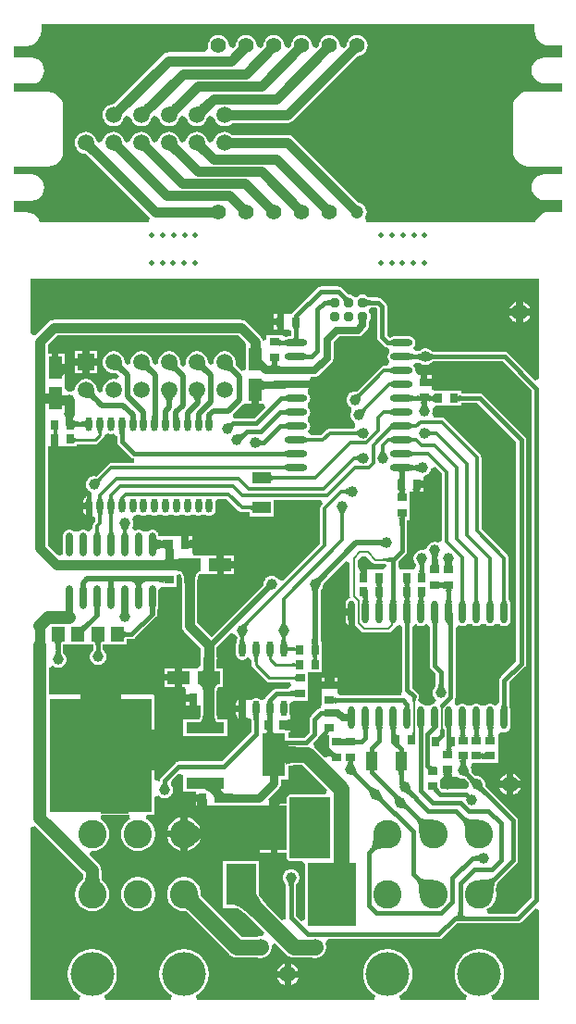
<source format=gtl>
G04 Layer_Physical_Order=1*
G04 Layer_Color=255*
%FSAX24Y24*%
%MOIN*%
G70*
G01*
G75*
%ADD10O,0.0236X0.0512*%
%ADD11R,0.0472X0.0787*%
%ADD12R,0.0315X0.0354*%
%ADD13O,0.0807X0.0256*%
%ADD14R,0.0354X0.0315*%
%ADD15O,0.0256X0.0827*%
%ADD16R,0.0846X0.1575*%
%ADD17R,0.1100X0.1500*%
%ADD18R,0.0433X0.0669*%
%ADD19R,0.0787X0.0472*%
%ADD20R,0.0472X0.0551*%
%ADD21O,0.0236X0.0866*%
%ADD22R,0.3661X0.4094*%
%ADD23R,0.1378X0.0394*%
%ADD24R,0.0669X0.0433*%
%ADD25O,0.0236X0.0571*%
%ADD26C,0.0394*%
%ADD27C,0.0100*%
%ADD28C,0.0150*%
%ADD29C,0.0350*%
%ADD30C,0.0550*%
%ADD31C,0.0300*%
%ADD32C,0.0200*%
%ADD33C,0.0080*%
%ADD34C,0.0250*%
%ADD35C,0.0120*%
%ADD36C,0.0450*%
%ADD37R,0.0990X0.0247*%
%ADD38R,0.1500X0.0300*%
%ADD39R,0.0300X0.1500*%
%ADD40R,0.0400X0.0500*%
%ADD41R,0.0500X0.0281*%
%ADD42R,0.0281X0.0500*%
%ADD43R,0.2900X0.3550*%
%ADD44R,0.1750X0.2250*%
%ADD45R,0.1450X0.2200*%
%ADD46R,0.1900X0.1600*%
%ADD47C,0.1024*%
%ADD48C,0.1575*%
%ADD49C,0.0591*%
%ADD50R,0.0591X0.0591*%
%ADD51C,0.0374*%
%ADD52C,0.0551*%
%ADD53C,0.0472*%
%ADD54C,0.0591*%
%ADD55C,0.2362*%
%ADD56C,0.0197*%
%ADD57C,0.0394*%
G36*
X004142Y013420D02*
X004150Y013410D01*
X004163Y013402D01*
X004181Y013395D01*
X004205Y013389D01*
X004233Y013384D01*
X004267Y013380D01*
X004350Y013376D01*
X004400Y013375D01*
Y013225D01*
X004350Y013224D01*
X004233Y013216D01*
X004205Y013211D01*
X004181Y013205D01*
X004163Y013198D01*
X004150Y013190D01*
X004142Y013180D01*
X004139Y013170D01*
Y013430D01*
X004142Y013420D01*
D02*
G37*
G36*
X015966Y013787D02*
X015968Y013772D01*
X015970Y013747D01*
X015975Y013560D01*
X015976Y013413D01*
X015826Y013398D01*
X015825Y013465D01*
X015814Y013622D01*
X015807Y013659D01*
X015799Y013688D01*
X015789Y013711D01*
X015778Y013725D01*
X015765Y013732D01*
X015751Y013732D01*
X015961Y013791D01*
X015964Y013794D01*
X015966Y013787D01*
D02*
G37*
G36*
X014452Y013766D02*
X014443Y013739D01*
X014436Y013709D01*
X014425Y013640D01*
X014420Y013602D01*
X014413Y013471D01*
X014412Y013422D01*
X014262D01*
X014262Y013471D01*
X014250Y013640D01*
X014245Y013676D01*
X014231Y013739D01*
X014223Y013766D01*
X014214Y013791D01*
X014461D01*
X014452Y013766D01*
D02*
G37*
G36*
X008496Y013283D02*
X008486Y013268D01*
X008477Y013250D01*
X008469Y013228D01*
X008462Y013203D01*
X008457Y013174D01*
X008455Y013158D01*
X008456Y013145D01*
X008461Y013113D01*
X008474Y013053D01*
X008482Y013025D01*
X008501Y012971D01*
X008274D01*
X008284Y012997D01*
X008301Y013053D01*
X008308Y013083D01*
X008319Y013145D01*
X008320Y013152D01*
X008318Y013174D01*
X008312Y013203D01*
X008306Y013228D01*
X008298Y013250D01*
X008289Y013268D01*
X008279Y013283D01*
X008267Y013294D01*
X008507D01*
X008496Y013283D01*
D02*
G37*
G36*
X009996D02*
X009986Y013268D01*
X009977Y013250D01*
X009969Y013228D01*
X009962Y013203D01*
X009957Y013174D01*
X009955Y013158D01*
X009956Y013145D01*
X009961Y013113D01*
X009974Y013053D01*
X009982Y013025D01*
X010001Y012971D01*
X009773D01*
X009784Y012997D01*
X009801Y013053D01*
X009808Y013083D01*
X009819Y013145D01*
X009820Y013152D01*
X009818Y013174D01*
X009812Y013203D01*
X009806Y013228D01*
X009798Y013250D01*
X009789Y013268D01*
X009779Y013283D01*
X009767Y013294D01*
X010007D01*
X009996Y013283D01*
D02*
G37*
G36*
X006186Y015425D02*
X006203Y015370D01*
X006217Y015302D01*
X006223Y015231D01*
Y013601D01*
X006226Y013558D01*
X006236Y013516D01*
X006253Y013476D01*
X006276Y013439D01*
X006304Y013406D01*
X006904Y012805D01*
Y012560D01*
X006897Y012542D01*
X006886Y012497D01*
X006883Y012450D01*
X006886Y012403D01*
X006897Y012358D01*
X006904Y012340D01*
Y012192D01*
X006798Y012086D01*
X006580Y012086D01*
X006545Y012086D01*
X006211D01*
Y011750D01*
Y011414D01*
X006335D01*
X006367Y011277D01*
X006367Y011264D01*
Y011125D01*
X006624D01*
Y011000D01*
X006749D01*
Y010723D01*
X006882D01*
X006904Y010582D01*
Y010451D01*
X006899Y010410D01*
X006884Y010339D01*
X006868Y010285D01*
X006851Y010249D01*
X006850Y010247D01*
X006273D01*
Y009653D01*
X007851D01*
Y010247D01*
X007511D01*
X007510Y010249D01*
X007493Y010285D01*
X007476Y010339D01*
X007462Y010408D01*
X007456Y010479D01*
Y011210D01*
X007462Y011250D01*
X007476Y011321D01*
X007493Y011376D01*
X007510Y011412D01*
X007511Y011414D01*
X007682D01*
Y012086D01*
X007456D01*
Y012340D01*
X007464Y012358D01*
X007474Y012403D01*
X007478Y012450D01*
X007474Y012497D01*
X007464Y012542D01*
X007456Y012560D01*
Y012822D01*
X007958Y013324D01*
X007983Y013330D01*
X008035Y013324D01*
X008137Y013291D01*
X008146Y013275D01*
X008177Y013239D01*
X008212Y013209D01*
X008212Y013181D01*
X008207Y013063D01*
X008192Y013039D01*
X008179Y013008D01*
X008171Y012974D01*
X008169Y012940D01*
Y012606D01*
X008171Y012571D01*
X008179Y012538D01*
X008192Y012506D01*
X008210Y012477D01*
X008233Y012451D01*
X008259Y012429D01*
X008288Y012411D01*
X008320Y012397D01*
X008353Y012389D01*
X008387Y012387D01*
X008422Y012389D01*
X008455Y012397D01*
X008487Y012411D01*
X008516Y012429D01*
X008542Y012451D01*
X008549Y012459D01*
X008584Y012471D01*
X008597Y012471D01*
X008737Y012367D01*
Y012200D01*
X008740Y012171D01*
X008748Y012142D01*
X008762Y012116D01*
X008781Y012093D01*
X009255Y011619D01*
X009278Y011600D01*
X009304Y011586D01*
X009332Y011578D01*
X009362Y011575D01*
X010125D01*
X010161Y011479D01*
X010067Y011350D01*
X009624D01*
X009624Y011350D01*
X009590Y011347D01*
X009557Y011337D01*
X009527Y011321D01*
X009500Y011299D01*
X009263Y011062D01*
X009241Y011035D01*
X009225Y011005D01*
X009219Y010984D01*
X009097Y010938D01*
X009077Y010932D01*
X009049Y010941D01*
X009042Y010949D01*
X009016Y010971D01*
X008987Y010989D01*
X008955Y011003D01*
X008922Y011011D01*
X008887Y011013D01*
X008853Y011011D01*
X008820Y011003D01*
X008788Y010989D01*
X008759Y010971D01*
X008733Y010949D01*
X008725Y010941D01*
X008691Y010929D01*
X008637Y010927D01*
X008584Y010929D01*
X008549Y010941D01*
X008542Y010949D01*
X008516Y010971D01*
X008512Y010974D01*
Y010627D01*
Y010281D01*
X008516Y010283D01*
X008542Y010305D01*
X008549Y010314D01*
X008575Y010322D01*
X008712Y010252D01*
Y009773D01*
X007665Y008726D01*
X006100D01*
X006100Y008726D01*
X006066Y008722D01*
X006033Y008712D01*
X006002Y008696D01*
X005976Y008674D01*
X005976Y008674D01*
X005476Y008174D01*
X005454Y008148D01*
X005438Y008117D01*
X005428Y008084D01*
X005424Y008050D01*
X005424Y008050D01*
Y008043D01*
X005383Y008010D01*
X005233Y008081D01*
Y008825D01*
X003302D01*
Y008950D01*
X003177D01*
Y011150D01*
X001426D01*
Y012092D01*
X001456Y012118D01*
X001575Y012159D01*
X001615Y012135D01*
X001658Y012117D01*
X001703Y012106D01*
X001750Y012102D01*
X001797Y012106D01*
X001842Y012117D01*
X001885Y012135D01*
X001925Y012159D01*
X001961Y012189D01*
X001991Y012225D01*
X002015Y012265D01*
X002033Y012308D01*
X002044Y012353D01*
X002048Y012400D01*
X002044Y012447D01*
X002033Y012492D01*
X002015Y012535D01*
X001991Y012575D01*
X001961Y012611D01*
X001925Y012641D01*
X001922Y012643D01*
Y012924D01*
X002082D01*
Y012924D01*
X002118D01*
Y012924D01*
X002709D01*
X002791Y012924D01*
Y012924D01*
X002859D01*
X002859Y012924D01*
X003020D01*
Y012737D01*
X002989Y012711D01*
X002959Y012675D01*
X002935Y012635D01*
X002917Y012592D01*
X002906Y012547D01*
X002902Y012500D01*
X002906Y012453D01*
X002917Y012408D01*
X002935Y012365D01*
X002959Y012325D01*
X002989Y012289D01*
X003025Y012259D01*
X003065Y012235D01*
X003108Y012217D01*
X003153Y012206D01*
X003200Y012202D01*
X003247Y012206D01*
X003292Y012217D01*
X003335Y012235D01*
X003375Y012259D01*
X003411Y012289D01*
X003441Y012325D01*
X003465Y012365D01*
X003483Y012408D01*
X003494Y012453D01*
X003498Y012500D01*
X003494Y012547D01*
X003483Y012592D01*
X003465Y012635D01*
X003441Y012675D01*
X003411Y012711D01*
X003375Y012741D01*
X003372Y012743D01*
Y012924D01*
X003532D01*
Y012924D01*
X003568D01*
Y012924D01*
X004241D01*
Y013124D01*
X004400D01*
X004400Y013124D01*
X004434Y013128D01*
X004467Y013138D01*
X004498Y013154D01*
X004524Y013176D01*
X005274Y013926D01*
X005274Y013926D01*
X005296Y013952D01*
X005312Y013983D01*
X005322Y014016D01*
X005326Y014050D01*
X005326Y014050D01*
Y014210D01*
X005327Y014212D01*
X005345Y014241D01*
X005358Y014273D01*
X005366Y014306D01*
X005369Y014340D01*
Y014910D01*
X005454Y014997D01*
X005515Y015017D01*
X006027D01*
Y015453D01*
X006170Y015461D01*
X006186Y015425D01*
D02*
G37*
G36*
X015162Y013576D02*
Y012163D01*
X015162Y012163D01*
X015165Y012128D01*
X015175Y012095D01*
X015191Y012065D01*
X015213Y012038D01*
X015374Y011877D01*
Y011440D01*
X015339Y011411D01*
X015309Y011375D01*
X015285Y011335D01*
X015267Y011292D01*
X015256Y011247D01*
X015252Y011200D01*
X015256Y011153D01*
X015267Y011108D01*
X015285Y011065D01*
X015309Y011025D01*
X015339Y010989D01*
X015361Y010971D01*
X015380Y010950D01*
X015383Y010942D01*
X015369Y010899D01*
X015319Y010803D01*
X015302Y010802D01*
X015267Y010793D01*
X015234Y010780D01*
X015203Y010761D01*
X015176Y010738D01*
X015165Y010733D01*
X015106Y010724D01*
X015069D01*
X015010Y010733D01*
X014999Y010738D01*
X014972Y010761D01*
X014941Y010780D01*
X014908Y010793D01*
X014873Y010802D01*
X014837Y010805D01*
X014752Y010890D01*
X014727Y010936D01*
X014730Y010967D01*
X014730Y010968D01*
X014747Y010999D01*
X014757Y011032D01*
X014760Y011066D01*
X014757Y011100D01*
X014747Y011133D01*
X014730Y011164D01*
X014708Y011190D01*
X014513Y011385D01*
Y013576D01*
X014647Y013670D01*
X014665Y013667D01*
X014676Y013662D01*
X014703Y013639D01*
X014734Y013620D01*
X014767Y013607D01*
X014802Y013598D01*
X014837Y013595D01*
X014873Y013598D01*
X014908Y013607D01*
X014941Y013620D01*
X014972Y013639D01*
X014999Y013662D01*
X015010Y013667D01*
X015028Y013670D01*
X015162Y013576D01*
D02*
G37*
G36*
X009948Y013834D02*
X009957Y013726D01*
X009962Y013697D01*
X009969Y013672D01*
X009977Y013650D01*
X009986Y013632D01*
X009996Y013617D01*
X010007Y013606D01*
X009767D01*
X009779Y013617D01*
X009789Y013632D01*
X009798Y013650D01*
X009806Y013672D01*
X009812Y013697D01*
X009818Y013726D01*
X009822Y013758D01*
X009827Y013834D01*
X009827Y013877D01*
X009947D01*
X009948Y013834D01*
D02*
G37*
G36*
X003248Y014284D02*
X003243Y014276D01*
X003239Y014262D01*
X003235Y014243D01*
X003232Y014219D01*
X003228Y014153D01*
X003225Y014014D01*
X003075D01*
X003075Y014066D01*
X003061Y014262D01*
X003057Y014276D01*
X003052Y014284D01*
X003047Y014287D01*
X003253D01*
X003248Y014284D01*
D02*
G37*
G36*
X015452Y013766D02*
X015443Y013739D01*
X015436Y013709D01*
X015425Y013640D01*
X015420Y013602D01*
X015413Y013471D01*
X015412Y013422D01*
X015262D01*
X015262Y013471D01*
X015250Y013640D01*
X015245Y013676D01*
X015231Y013739D01*
X015223Y013766D01*
X015214Y013791D01*
X015461D01*
X015452Y013766D01*
D02*
G37*
G36*
X008695Y013760D02*
X008665Y013729D01*
X008616Y013672D01*
X008597Y013647D01*
X008582Y013623D01*
X008571Y013602D01*
X008564Y013582D01*
X008560Y013565D01*
X008561Y013549D01*
X008565Y013535D01*
X008350Y013643D01*
X008366Y013648D01*
X008383Y013655D01*
X008401Y013665D01*
X008422Y013677D01*
X008444Y013693D01*
X008493Y013733D01*
X008550Y013785D01*
X008580Y013815D01*
X008695Y013760D01*
D02*
G37*
G36*
X002901Y013659D02*
X002853Y013609D01*
X002743Y013483D01*
X002719Y013450D01*
X002700Y013420D01*
X002688Y013394D01*
X002683Y013372D01*
X002683Y013355D01*
X002689Y013341D01*
X002499Y013574D01*
X002510Y013566D01*
X002527Y013564D01*
X002547Y013569D01*
X002572Y013580D01*
X002602Y013598D01*
X002636Y013623D01*
X002675Y013654D01*
X002765Y013736D01*
X002817Y013787D01*
X002901Y013659D01*
D02*
G37*
G36*
X011114Y013250D02*
X011127Y013026D01*
X011133Y012990D01*
X011141Y012962D01*
X011149Y012942D01*
X011159Y012930D01*
X011169Y012926D01*
X010857D01*
X010867Y012930D01*
X010877Y012942D01*
X010885Y012962D01*
X010893Y012990D01*
X010899Y013026D01*
X010904Y013070D01*
X010911Y013182D01*
X010913Y013326D01*
X011113D01*
X011114Y013250D01*
D02*
G37*
G36*
X010313Y011626D02*
X010311Y011635D01*
X010305Y011644D01*
X010295Y011651D01*
X010280Y011658D01*
X010262Y011663D01*
X010240Y011668D01*
X010214Y011671D01*
X010150Y011675D01*
X010111Y011676D01*
Y011776D01*
X010150Y011776D01*
X010240Y011784D01*
X010262Y011788D01*
X010280Y011794D01*
X010295Y011800D01*
X010305Y011808D01*
X010311Y011816D01*
X010313Y011826D01*
Y011626D01*
D02*
G37*
G36*
X007356Y012362D02*
X007376Y012059D01*
X007383Y012027D01*
X007392Y012004D01*
X007402Y011990D01*
X007413Y011985D01*
X007291D01*
X007289Y011886D01*
X007089Y011876D01*
X007088Y011950D01*
X007086Y011985D01*
X006948D01*
X006959Y011990D01*
X006969Y012004D01*
X006977Y012027D01*
X006985Y012059D01*
X006991Y012101D01*
X007000Y012213D01*
X007005Y012450D01*
X007355D01*
X007356Y012362D01*
D02*
G37*
G36*
X010306Y012100D02*
X010304Y012110D01*
X010298Y012118D01*
X010288Y012126D01*
X010274Y012132D01*
X010256Y012138D01*
X010234Y012142D01*
X010208Y012146D01*
X010144Y012149D01*
X010106Y012150D01*
Y012250D01*
X010144Y012250D01*
X010234Y012258D01*
X010256Y012263D01*
X010274Y012268D01*
X010288Y012275D01*
X010298Y012282D01*
X010304Y012291D01*
X010306Y012300D01*
Y012100D01*
D02*
G37*
G36*
X010313Y011024D02*
X010310Y011039D01*
X010301Y011051D01*
X010286Y011063D01*
X010264Y011072D01*
X010237Y011081D01*
X010204Y011087D01*
X010165Y011093D01*
X010069Y011099D01*
X010011Y011099D01*
Y011249D01*
X010069Y011250D01*
X010204Y011261D01*
X010237Y011268D01*
X010264Y011276D01*
X010286Y011286D01*
X010301Y011297D01*
X010310Y011310D01*
X010313Y011324D01*
Y011024D01*
D02*
G37*
G36*
X012271Y015875D02*
Y014669D01*
X012274Y014642D01*
X012277Y014631D01*
X012267Y014612D01*
X012234Y014599D01*
X012203Y014580D01*
X012176Y014557D01*
X012152Y014529D01*
X012134Y014499D01*
X012120Y014466D01*
X012112Y014431D01*
X012109Y014395D01*
Y014234D01*
X012337D01*
Y014109D01*
X012443D01*
Y013791D01*
X012461D01*
X012452Y013766D01*
X012443Y013739D01*
X012443Y013739D01*
Y013722D01*
X012446Y013694D01*
X012453Y013673D01*
X012454Y013668D01*
X012462Y013652D01*
Y013633D01*
X012471Y013639D01*
X012485Y013622D01*
X012706Y013401D01*
X012706Y013401D01*
X012728Y013383D01*
X012752Y013370D01*
X012778Y013362D01*
X012806Y013359D01*
X013650D01*
X013677Y013362D01*
X013704Y013370D01*
X013728Y013383D01*
X013749Y013401D01*
X013899Y013551D01*
X013917Y013572D01*
X013926Y013588D01*
X014073Y013638D01*
X014162Y013576D01*
Y011313D01*
X014162Y011313D01*
X014165Y011278D01*
X014175Y011245D01*
X014133Y011148D01*
X014091Y011100D01*
X011892D01*
X011815Y011218D01*
X011815Y011332D01*
Y011351D01*
X011260D01*
Y011332D01*
X011260Y011218D01*
X011260Y011068D01*
Y010790D01*
X011226Y010651D01*
X011191Y010648D01*
X011158Y010638D01*
X011128Y010622D01*
X011101Y010600D01*
X010876Y010374D01*
X010854Y010348D01*
X010838Y010317D01*
X010828Y010284D01*
X010824Y010250D01*
X010824Y010250D01*
Y009773D01*
X010627Y009576D01*
X010061D01*
Y009773D01*
X010120D01*
Y009874D01*
X010019Y009874D01*
Y009925D01*
X009863D01*
Y010175D01*
X010019D01*
Y010226D01*
X010120Y010226D01*
Y010327D01*
X010120D01*
X010106Y010460D01*
Y010794D01*
X010105Y010811D01*
X010179Y010882D01*
X010218Y010911D01*
X010234Y010917D01*
X010765D01*
Y011432D01*
X010765D01*
Y011468D01*
X010765D01*
Y011923D01*
X011270D01*
Y012473D01*
Y013027D01*
X011214D01*
Y014894D01*
X011224Y014902D01*
X011254Y014938D01*
X011278Y014978D01*
X011296Y015021D01*
X011307Y015066D01*
X011311Y015113D01*
X011310Y015126D01*
X012121Y015937D01*
X012271Y015875D01*
D02*
G37*
G36*
X015626Y011481D02*
X015628Y011462D01*
X015631Y011445D01*
X015635Y011428D01*
X015641Y011411D01*
X015648Y011396D01*
X015656Y011381D01*
X015665Y011367D01*
X015676Y011353D01*
X015688Y011341D01*
X015412D01*
X015424Y011353D01*
X015435Y011367D01*
X015444Y011381D01*
X015452Y011396D01*
X015459Y011411D01*
X015465Y011428D01*
X015469Y011445D01*
X015472Y011462D01*
X015474Y011481D01*
X015475Y011500D01*
X015625D01*
X015626Y011481D01*
D02*
G37*
G36*
X003331Y013024D02*
X003319Y013015D01*
X003307Y013000D01*
X003298Y012979D01*
X003289Y012952D01*
X003283Y012918D01*
X003277Y012879D01*
X003271Y012783D01*
X003271Y012782D01*
X003273Y012764D01*
X003276Y012746D01*
X003281Y012729D01*
X003287Y012713D01*
X003294Y012698D01*
X003302Y012683D01*
X003312Y012669D01*
X003323Y012656D01*
X003335Y012644D01*
X003059Y012638D01*
X003071Y012650D01*
X003081Y012664D01*
X003091Y012678D01*
X003099Y012693D01*
X003105Y012709D01*
X003111Y012726D01*
X003115Y012743D01*
X003118Y012761D01*
X003120Y012778D01*
X003120Y012783D01*
X003109Y012918D01*
X003102Y012952D01*
X003094Y012979D01*
X003084Y013000D01*
X003073Y013015D01*
X003060Y013024D01*
X003046Y013027D01*
X003346D01*
X003331Y013024D01*
D02*
G37*
G36*
X001881D02*
X001869Y013015D01*
X001857Y013000D01*
X001848Y012979D01*
X001839Y012952D01*
X001833Y012918D01*
X001827Y012879D01*
X001821Y012783D01*
X001821Y012726D01*
X001671D01*
X001670Y012783D01*
X001659Y012918D01*
X001652Y012952D01*
X001644Y012979D01*
X001634Y013000D01*
X001623Y013015D01*
X001610Y013024D01*
X001596Y013027D01*
X001896D01*
X001881Y013024D01*
D02*
G37*
G36*
X010306Y012673D02*
X010304Y012682D01*
X010298Y012691D01*
X010288Y012698D01*
X010274Y012705D01*
X010256Y012710D01*
X010234Y012715D01*
X010208Y012718D01*
X010157Y012722D01*
X010077Y012715D01*
X010054Y012710D01*
X010036Y012705D01*
X010022Y012698D01*
X010012Y012691D01*
X010006Y012682D01*
X010004Y012673D01*
Y012717D01*
X009893Y012713D01*
Y012833D01*
X009913Y012831D01*
X010004Y012827D01*
Y012873D01*
X010006Y012863D01*
X010012Y012855D01*
X010022Y012847D01*
X010036Y012841D01*
X010054Y012835D01*
X010077Y012831D01*
X010103Y012827D01*
X010154Y012824D01*
X010234Y012831D01*
X010256Y012835D01*
X010274Y012841D01*
X010288Y012847D01*
X010298Y012855D01*
X010304Y012863D01*
X010306Y012873D01*
Y012673D01*
D02*
G37*
G36*
X011095Y012575D02*
X011113D01*
X011103Y012573D01*
X011095Y012567D01*
X011094Y012566D01*
X011079Y012415D01*
X011081Y012407D01*
X011087Y012393D01*
X011095Y012383D01*
X011103Y012377D01*
X011113Y012375D01*
X011075D01*
X011063Y012263D01*
X010963D01*
X010963Y012265D01*
X010961Y012277D01*
X010951Y012375D01*
X010913D01*
X010922Y012377D01*
X010931Y012383D01*
X010938Y012393D01*
X010945Y012407D01*
X010947Y012414D01*
X010931Y012567D01*
X010931Y012567D01*
X010922Y012573D01*
X010913Y012575D01*
X010930D01*
X010913Y012740D01*
X011112D01*
X011095Y012575D01*
D02*
G37*
G36*
X008977Y012542D02*
X008969Y012535D01*
X008961Y012522D01*
X008955Y012505D01*
X008950Y012483D01*
X008945Y012456D01*
X008942Y012425D01*
X008938Y012346D01*
X008937Y012300D01*
X008837D01*
X008837Y012346D01*
X008830Y012456D01*
X008825Y012483D01*
X008820Y012505D01*
X008813Y012522D01*
X008806Y012535D01*
X008798Y012542D01*
X008788Y012545D01*
X008986D01*
X008977Y012542D01*
D02*
G37*
G36*
X001821Y012683D02*
X001823Y012664D01*
X001826Y012646D01*
X001831Y012629D01*
X001837Y012613D01*
X001844Y012598D01*
X001852Y012583D01*
X001862Y012569D01*
X001873Y012556D01*
X001885Y012544D01*
X001609Y012538D01*
X001621Y012550D01*
X001631Y012564D01*
X001641Y012578D01*
X001649Y012593D01*
X001655Y012609D01*
X001661Y012626D01*
X001665Y012643D01*
X001668Y012661D01*
X001670Y012679D01*
X001671Y012698D01*
X001821Y012702D01*
X001821Y012683D01*
D02*
G37*
G36*
X002298Y014069D02*
X002280D01*
X002281Y014058D01*
X002283Y014050D01*
X002285Y014044D01*
X002288Y014041D01*
X002012D01*
X002015Y014044D01*
X002017Y014050D01*
X002019Y014058D01*
X002020Y014067D01*
X002021Y014069D01*
X002002D01*
X002006Y014079D01*
X002010Y014099D01*
X002014Y014131D01*
X002021Y014290D01*
X002025Y014655D01*
X002275D01*
X002298Y014069D01*
D02*
G37*
G36*
X004950Y015200D02*
X004912Y015198D01*
X004878Y015192D01*
X004848Y015182D01*
X004822Y015168D01*
X004800Y015150D01*
X004782Y015128D01*
X004768Y015102D01*
X004758Y015072D01*
X004754Y015051D01*
X004755Y015019D01*
X004751D01*
X004750Y015000D01*
X004550D01*
X004549Y015019D01*
X004545D01*
X004546Y015022D01*
X004547Y015030D01*
X004547Y015042D01*
X004542Y015072D01*
X004532Y015102D01*
X004518Y015128D01*
X004500Y015150D01*
X004478Y015168D01*
X004452Y015182D01*
X004422Y015192D01*
X004388Y015198D01*
X004350Y015200D01*
X004650Y015400D01*
X004950Y015200D01*
D02*
G37*
G36*
X011287Y015246D02*
X011272Y015230D01*
X011247Y015201D01*
X011237Y015187D01*
X011229Y015174D01*
X011222Y015161D01*
X011217Y015149D01*
X011213Y015137D01*
X011211Y015126D01*
X011210Y015115D01*
X011015Y015310D01*
X011026Y015311D01*
X011037Y015313D01*
X011049Y015317D01*
X011061Y015322D01*
X011074Y015329D01*
X011087Y015337D01*
X011101Y015347D01*
X011116Y015359D01*
X011146Y015387D01*
X011287Y015246D01*
D02*
G37*
G36*
X005574Y015118D02*
X005570Y015134D01*
X005558Y015148D01*
X005538Y015160D01*
X005510Y015171D01*
X005474Y015180D01*
X005430Y015187D01*
X005378Y015193D01*
X005250Y015199D01*
X005174Y015200D01*
Y015400D01*
X005250Y015400D01*
X005558Y015420D01*
X005570Y015425D01*
X005574Y015431D01*
Y015118D01*
D02*
G37*
G36*
X009457Y014916D02*
X009447Y014915D01*
X009436Y014912D01*
X009424Y014908D01*
X009412Y014903D01*
X009399Y014895D01*
X009386Y014887D01*
X009372Y014876D01*
X009343Y014851D01*
X009328Y014836D01*
X009179Y014970D01*
X009194Y014986D01*
X009218Y015015D01*
X009228Y015029D01*
X009236Y015042D01*
X009243Y015055D01*
X009248Y015067D01*
X009251Y015079D01*
X009253Y015091D01*
X009253Y015102D01*
X009457Y014916D01*
D02*
G37*
G36*
X006816Y015558D02*
X006786Y015537D01*
X006760Y015502D01*
X006737Y015453D01*
X006718Y015390D01*
X006702Y015313D01*
X006690Y015222D01*
X006676Y014998D01*
X006674Y014865D01*
X006324D01*
X006322Y014998D01*
X006296Y015313D01*
X006280Y015390D01*
X006261Y015453D01*
X006238Y015502D01*
X006212Y015537D01*
X006182Y015558D01*
X006149Y015565D01*
X006849D01*
X006816Y015558D01*
D02*
G37*
G36*
X013401Y015269D02*
X013409Y015175D01*
X013476D01*
X013461Y015172D01*
X013449Y015163D01*
X013437Y015148D01*
X013428Y015127D01*
X013419Y015100D01*
X013428Y015073D01*
X013437Y015052D01*
X013449Y015037D01*
X013461Y015028D01*
X013476Y015025D01*
X013407D01*
X013401Y014931D01*
X013401Y014874D01*
X013251D01*
X013250Y014931D01*
X013242Y015025D01*
X013176D01*
X013190Y015028D01*
X013203Y015037D01*
X013214Y015052D01*
X013224Y015073D01*
X013232Y015100D01*
X013224Y015127D01*
X013214Y015148D01*
X013203Y015163D01*
X013190Y015172D01*
X013176Y015175D01*
X013244D01*
X013250Y015269D01*
X013251Y015326D01*
X013401D01*
X013401Y015269D01*
D02*
G37*
G36*
X005272Y016771D02*
X005287Y016750D01*
X005312Y016731D01*
X005347Y016715D01*
X005392Y016701D01*
X005447Y016690D01*
X005477Y016686D01*
X005543Y016690D01*
X005576Y016697D01*
X005599Y016706D01*
X005613Y016715D01*
X005618Y016726D01*
Y016675D01*
X005673Y016671D01*
X005768Y016670D01*
Y016482D01*
X005899D01*
X005905Y016374D01*
X005931D01*
X005925Y016369D01*
X005919Y016354D01*
X005915Y016329D01*
X005911Y016294D01*
X005910Y016283D01*
X005925Y015998D01*
X006043Y016004D01*
X006078Y016013D01*
X006099Y016024D01*
X006106Y016035D01*
Y015565D01*
X006099Y015576D01*
X006078Y015587D01*
X006043Y015596D01*
X005994Y015603D01*
X005931Y015610D01*
X005658Y015623D01*
X005406Y015625D01*
Y015975D01*
X005539Y015976D01*
X005648Y015982D01*
X005648Y015982D01*
X005574D01*
X005588Y015987D01*
X005601Y016002D01*
X005612Y016027D01*
X005622Y016062D01*
X005631Y016107D01*
X005637Y016160D01*
X005624Y016369D01*
X005618Y016374D01*
X005613Y016383D01*
X005599Y016391D01*
X005576Y016397D01*
X005543Y016403D01*
X005521Y016406D01*
X005447Y016400D01*
X005392Y016389D01*
X005347Y016375D01*
X005312Y016359D01*
X005287Y016340D01*
X005272Y016319D01*
X005267Y016295D01*
Y016418D01*
X005150Y016420D01*
Y016670D01*
X005239Y016670D01*
X005267Y016672D01*
Y016795D01*
X005272Y016771D01*
D02*
G37*
G36*
X013088Y015888D02*
X013088Y015888D01*
X013110Y015870D01*
X013134Y015857D01*
X013160Y015849D01*
X013188Y015847D01*
X013565D01*
X013597Y015771D01*
X013502Y015627D01*
X013068D01*
X013068Y015627D01*
X013032D01*
Y015627D01*
X012918Y015627D01*
X012899D01*
Y015609D01*
X012912D01*
X012900Y015597D01*
X012899Y015596D01*
Y015350D01*
X012649D01*
Y015596D01*
X012649Y015597D01*
X012637Y015609D01*
X012649D01*
Y015636D01*
X012552Y015733D01*
Y015980D01*
X012693Y016121D01*
X012856D01*
X013088Y015888D01*
D02*
G37*
G36*
X015964Y015897D02*
X015975D01*
X015973Y015893D01*
X015971Y015888D01*
X015969Y015880D01*
X015967Y015870D01*
X015964Y015844D01*
X015965Y015781D01*
X015963D01*
X015962Y015767D01*
X015712D01*
X015712Y015781D01*
X015710D01*
X015710Y015783D01*
X015711Y015791D01*
X015711Y015812D01*
X015706Y015880D01*
X015704Y015888D01*
X015702Y015893D01*
X015700Y015897D01*
X015711D01*
X015712Y016037D01*
X015962D01*
X015964Y015897D01*
D02*
G37*
G36*
X015663Y015156D02*
X015756Y015150D01*
X015813Y015149D01*
Y014999D01*
X015756Y014999D01*
X015663Y014991D01*
Y014924D01*
X015660Y014939D01*
X015651Y014951D01*
X015636Y014963D01*
X015614Y014972D01*
X015587Y014981D01*
X015560Y014972D01*
X015539Y014963D01*
X015524Y014951D01*
X015515Y014939D01*
X015512Y014924D01*
Y014993D01*
X015419Y014999D01*
X015361Y014999D01*
Y015149D01*
X015419Y015150D01*
X015512Y015158D01*
Y015224D01*
X015515Y015210D01*
X015524Y015197D01*
X015539Y015186D01*
X015560Y015176D01*
X015587Y015168D01*
X015614Y015176D01*
X015636Y015186D01*
X015651Y015197D01*
X015660Y015210D01*
X015663Y015224D01*
Y015156D01*
D02*
G37*
G36*
X014413Y015268D02*
X014420Y015174D01*
X014468Y015174D01*
X014458Y015171D01*
X014448Y015162D01*
X014440Y015147D01*
X014432Y015126D01*
X014426Y015100D01*
X014432Y015074D01*
X014440Y015053D01*
X014448Y015038D01*
X014458Y015029D01*
X014468Y015026D01*
X014418Y015026D01*
X014415Y014982D01*
X014412Y014874D01*
X014262D01*
X014262Y014931D01*
X014254Y015025D01*
X014188Y015025D01*
X014202Y015028D01*
X014215Y015037D01*
X014226Y015052D01*
X014236Y015073D01*
X014244Y015099D01*
X014244Y015100D01*
X014235Y015127D01*
X014226Y015148D01*
X014214Y015163D01*
X014202Y015172D01*
X014187Y015175D01*
X014256Y015175D01*
X014262Y015268D01*
X014262Y015324D01*
X014412D01*
X014413Y015268D01*
D02*
G37*
G36*
X014989Y015884D02*
X014978Y015870D01*
X014969Y015856D01*
X014961Y015841D01*
X014954Y015826D01*
X014948Y015809D01*
X014944Y015792D01*
X014941Y015775D01*
X014939Y015762D01*
X014950Y015633D01*
X014957Y015600D01*
X014965Y015573D01*
X014975Y015552D01*
X014986Y015537D01*
X014999Y015528D01*
X015013Y015525D01*
X014713D01*
X014727Y015528D01*
X014740Y015537D01*
X014751Y015552D01*
X014761Y015573D01*
X014769Y015600D01*
X014776Y015633D01*
X014781Y015672D01*
X014787Y015762D01*
X014785Y015775D01*
X014782Y015792D01*
X014778Y015809D01*
X014772Y015826D01*
X014765Y015841D01*
X014757Y015856D01*
X014748Y015870D01*
X014737Y015884D01*
X014725Y015896D01*
X015001D01*
X014989Y015884D01*
D02*
G37*
G36*
X011144Y014964D02*
X011137Y014955D01*
X011132Y014944D01*
X011127Y014931D01*
X011122Y014917D01*
X011119Y014902D01*
X011116Y014885D01*
X011114Y014866D01*
X011113Y014825D01*
X010913D01*
X010913Y014847D01*
X010910Y014885D01*
X010907Y014902D01*
X010904Y014917D01*
X010899Y014931D01*
X010894Y014944D01*
X010889Y014955D01*
X010882Y014964D01*
X010875Y014972D01*
X011151D01*
X011144Y014964D01*
D02*
G37*
G36*
X013913Y014748D02*
X013925Y014579D01*
X013930Y014543D01*
X013943Y014480D01*
X013952Y014453D01*
X013961Y014428D01*
X013714D01*
X013723Y014453D01*
X013731Y014480D01*
X013739Y014510D01*
X013750Y014579D01*
X013755Y014617D01*
X013762Y014748D01*
X013762Y014797D01*
X013912D01*
X013913Y014748D01*
D02*
G37*
G36*
X015973Y014915D02*
X015960Y014906D01*
X015949Y014891D01*
X015939Y014870D01*
X015931Y014843D01*
X015924Y014810D01*
X015919Y014771D01*
X015915Y014711D01*
X015925Y014579D01*
X015930Y014543D01*
X015943Y014480D01*
X015952Y014453D01*
X015961Y014428D01*
X015714D01*
X015723Y014453D01*
X015731Y014480D01*
X015739Y014510D01*
X015750Y014579D01*
X015755Y014617D01*
X015759Y014702D01*
X015750Y014810D01*
X015744Y014843D01*
X015735Y014870D01*
X015726Y014891D01*
X015714Y014906D01*
X015702Y014915D01*
X015687Y014918D01*
X015987D01*
X015973Y014915D01*
D02*
G37*
G36*
X016398Y014688D02*
X016407Y014548D01*
X016412Y014514D01*
X016419Y014486D01*
X016426Y014464D01*
X016435Y014448D01*
X016445Y014439D01*
X016456Y014436D01*
X016219D01*
X016230Y014439D01*
X016240Y014448D01*
X016249Y014464D01*
X016256Y014486D01*
X016263Y014514D01*
X016268Y014548D01*
X016275Y014635D01*
X016277Y014747D01*
X016397D01*
X016398Y014688D01*
D02*
G37*
G36*
X005233Y014259D02*
X005232Y014253D01*
X005230Y014242D01*
X005229Y014227D01*
X005225Y014126D01*
X005225Y014050D01*
X005075D01*
X005065Y014261D01*
X005235D01*
X005233Y014259D01*
D02*
G37*
G36*
X004275Y014198D02*
X004281Y014108D01*
X004283Y014100D01*
X004285Y014094D01*
X004288Y014091D01*
X004012D01*
X004015Y014094D01*
X004017Y014100D01*
X004019Y014108D01*
X004020Y014117D01*
X004023Y014143D01*
X004024Y014178D01*
X004025Y014220D01*
X004275D01*
X004275Y014198D01*
D02*
G37*
G36*
X014913Y014748D02*
X014918Y014675D01*
X014987Y014675D01*
X014973Y014672D01*
X014960Y014663D01*
X014949Y014648D01*
X014939Y014627D01*
X014931Y014600D01*
X014926Y014572D01*
X014930Y014543D01*
X014943Y014480D01*
X014952Y014453D01*
X014961Y014428D01*
X014913D01*
X014912Y014374D01*
X014762D01*
X014762Y014428D01*
X014714D01*
X014723Y014453D01*
X014731Y014480D01*
X014739Y014510D01*
X014750Y014578D01*
X014748Y014599D01*
X014742Y014626D01*
X014735Y014647D01*
X014727Y014662D01*
X014717Y014671D01*
X014707Y014674D01*
X014758Y014674D01*
X014762Y014748D01*
X014762Y014797D01*
X014912D01*
X014913Y014748D01*
D02*
G37*
G36*
X012913D02*
X012918Y014674D01*
X012931Y014674D01*
X012927Y014671D01*
X012924Y014662D01*
X012921Y014647D01*
X012920Y014639D01*
X012925Y014579D01*
X012930Y014543D01*
X012943Y014480D01*
X012952Y014453D01*
X012961Y014428D01*
X012913D01*
X012912Y014374D01*
X012762D01*
X012762Y014428D01*
X012714D01*
X012723Y014453D01*
X012731Y014480D01*
X012739Y014510D01*
X012749Y014572D01*
X012744Y014600D01*
X012735Y014627D01*
X012726Y014648D01*
X012714Y014663D01*
X012702Y014672D01*
X012687Y014675D01*
X012758Y014675D01*
X012762Y014748D01*
X012762Y014797D01*
X012912D01*
X012913Y014748D01*
D02*
G37*
G36*
X014413D02*
X014418Y014674D01*
X014468Y014674D01*
X014458Y014671D01*
X014448Y014662D01*
X014440Y014647D01*
X014432Y014626D01*
X014426Y014599D01*
X014424Y014585D01*
X014425Y014579D01*
X014430Y014543D01*
X014443Y014480D01*
X014452Y014453D01*
X014461Y014428D01*
X014414D01*
X014412Y014374D01*
X014262D01*
X014262Y014428D01*
X014214D01*
X014223Y014453D01*
X014231Y014480D01*
X014239Y014510D01*
X014249Y014572D01*
X014244Y014600D01*
X014235Y014627D01*
X014226Y014648D01*
X014214Y014663D01*
X014202Y014672D01*
X014187Y014675D01*
X014258Y014675D01*
X014262Y014748D01*
X014262Y014797D01*
X014412D01*
X014413Y014748D01*
D02*
G37*
G36*
X013413D02*
X013418Y014674D01*
X013482Y014674D01*
X013469Y014671D01*
X013457Y014662D01*
X013446Y014647D01*
X013437Y014626D01*
X013430Y014599D01*
X013425Y014575D01*
X013430Y014543D01*
X013443Y014480D01*
X013452Y014453D01*
X013461Y014428D01*
X013413D01*
X013412Y014374D01*
X013262D01*
X013262Y014428D01*
X013214D01*
X013223Y014453D01*
X013231Y014480D01*
X013239Y014510D01*
X013249Y014573D01*
X013244Y014600D01*
X013235Y014627D01*
X013226Y014648D01*
X013214Y014663D01*
X013202Y014672D01*
X013187Y014675D01*
X013258Y014675D01*
X013262Y014748D01*
X013262Y014797D01*
X013412D01*
X013413Y014748D01*
D02*
G37*
G36*
X016898Y014688D02*
X016907Y014548D01*
X016912Y014514D01*
X016919Y014486D01*
X016926Y014464D01*
X016935Y014448D01*
X016945Y014439D01*
X016956Y014436D01*
X016719D01*
X016730Y014439D01*
X016740Y014448D01*
X016749Y014464D01*
X016756Y014486D01*
X016763Y014514D01*
X016768Y014548D01*
X016775Y014635D01*
X016777Y014747D01*
X016897D01*
X016898Y014688D01*
D02*
G37*
G36*
X017398D02*
X017407Y014548D01*
X017412Y014514D01*
X017419Y014486D01*
X017426Y014464D01*
X017435Y014448D01*
X017445Y014439D01*
X017456Y014436D01*
X017219D01*
X017230Y014439D01*
X017240Y014448D01*
X017249Y014464D01*
X017256Y014486D01*
X017263Y014514D01*
X017268Y014548D01*
X017275Y014635D01*
X017277Y014747D01*
X017397D01*
X017398Y014688D01*
D02*
G37*
G36*
X017898D02*
X017907Y014548D01*
X017912Y014514D01*
X017919Y014486D01*
X017926Y014464D01*
X017935Y014448D01*
X017945Y014439D01*
X017956Y014436D01*
X017719D01*
X017730Y014439D01*
X017740Y014448D01*
X017749Y014464D01*
X017756Y014486D01*
X017763Y014514D01*
X017768Y014548D01*
X017775Y014635D01*
X017777Y014747D01*
X017897D01*
X017898Y014688D01*
D02*
G37*
G36*
X011715Y011060D02*
X011724Y011047D01*
X011739Y011036D01*
X011760Y011026D01*
X011787Y011018D01*
X011821Y011011D01*
X011860Y011006D01*
X011956Y011000D01*
X012013Y010999D01*
Y010849D01*
X011956Y010849D01*
X011821Y010837D01*
X011787Y010831D01*
X011760Y010822D01*
X011739Y010813D01*
X011724Y010801D01*
X011715Y010789D01*
X011712Y010774D01*
Y011074D01*
X011715Y011060D01*
D02*
G37*
G36*
X014450Y007791D02*
X014457Y007766D01*
X014468Y007740D01*
X014482Y007712D01*
X014500Y007682D01*
X014521Y007651D01*
X014575Y007585D01*
X014608Y007549D01*
X014644Y007512D01*
X014538Y007406D01*
X014501Y007442D01*
X014399Y007529D01*
X014368Y007550D01*
X014338Y007568D01*
X014310Y007582D01*
X014284Y007593D01*
X014259Y007600D01*
X014235Y007604D01*
X014446Y007815D01*
X014450Y007791D01*
D02*
G37*
G36*
X015425Y007765D02*
X015429Y007759D01*
X015436Y007750D01*
X015460Y007724D01*
X015578Y007602D01*
X015472Y007496D01*
X015288Y007669D01*
X015425Y007767D01*
X015425Y007765D01*
D02*
G37*
G36*
X017050Y007891D02*
X017057Y007866D01*
X017068Y007840D01*
X017082Y007812D01*
X017100Y007782D01*
X017121Y007751D01*
X017175Y007685D01*
X017208Y007649D01*
X017244Y007612D01*
X017138Y007506D01*
X017101Y007542D01*
X016999Y007629D01*
X016968Y007650D01*
X016938Y007668D01*
X016910Y007682D01*
X016884Y007693D01*
X016859Y007700D01*
X016835Y007704D01*
X017046Y007915D01*
X017050Y007891D01*
D02*
G37*
G36*
X013400Y007541D02*
X013407Y007516D01*
X013418Y007490D01*
X013432Y007462D01*
X013450Y007432D01*
X013471Y007401D01*
X013525Y007335D01*
X013558Y007299D01*
X013594Y007262D01*
X013488Y007156D01*
X013451Y007192D01*
X013349Y007279D01*
X013318Y007300D01*
X013288Y007318D01*
X013260Y007332D01*
X013234Y007343D01*
X013209Y007350D01*
X013185Y007354D01*
X013396Y007565D01*
X013400Y007541D01*
D02*
G37*
G36*
X007517Y007756D02*
X007676D01*
X007651Y007753D01*
X007634Y007746D01*
X007625Y007733D01*
X007624Y007716D01*
X007630Y007693D01*
X007645Y007666D01*
X007667Y007633D01*
X007698Y007596D01*
X007728Y007564D01*
X007735Y007563D01*
X007831Y007556D01*
X008281Y007550D01*
Y007250D01*
X007681Y007224D01*
Y007406D01*
X007570Y007294D01*
X007480Y007382D01*
X007396Y007456D01*
X007370Y007445D01*
X007374Y007450D01*
X007371Y007461D01*
X007363Y007477D01*
X007348Y007498D01*
X007346Y007501D01*
X007188Y007640D01*
X007131Y007682D01*
X007080Y007714D01*
X007036Y007737D01*
X006998Y007751D01*
X006967Y007756D01*
X007155D01*
X007343Y007944D01*
X007517Y007756D01*
D02*
G37*
G36*
X016517Y007589D02*
X016552Y007559D01*
X016562Y007552D01*
X016572Y007547D01*
X016580Y007543D01*
X016588Y007541D01*
X016594Y007540D01*
X016600Y007540D01*
X016460Y007400D01*
X016460Y007406D01*
X016459Y007412D01*
X016457Y007420D01*
X016453Y007428D01*
X016448Y007438D01*
X016441Y007448D01*
X016432Y007459D01*
X016411Y007483D01*
X016398Y007496D01*
X016504Y007602D01*
X016517Y007589D01*
D02*
G37*
G36*
X014255Y008415D02*
X014242Y008406D01*
X014231Y008391D01*
X014221Y008370D01*
X014213Y008342D01*
X014206Y008309D01*
X014201Y008270D01*
X014197Y008207D01*
X014201Y008144D01*
X014207Y008106D01*
X014215Y008074D01*
X014224Y008048D01*
X014235Y008026D01*
X014247Y008010D01*
X014261Y008000D01*
X014277Y007995D01*
X014069Y007878D01*
X014053Y008117D01*
X014044D01*
X014043Y008174D01*
X014032Y008309D01*
X014025Y008342D01*
X014017Y008370D01*
X014007Y008391D01*
X013996Y008406D01*
X013983Y008415D01*
X013969Y008418D01*
X014269D01*
X014255Y008415D01*
D02*
G37*
G36*
X016547Y008381D02*
X016549Y008364D01*
X016553Y008347D01*
X016557Y008331D01*
X016564Y008315D01*
X016571Y008299D01*
X016580Y008284D01*
X016590Y008269D01*
X016601Y008257D01*
X016701Y008171D01*
X016732Y008150D01*
X016762Y008132D01*
X016790Y008118D01*
X016816Y008107D01*
X016841Y008100D01*
X016865Y008096D01*
X016654Y007885D01*
X016650Y007909D01*
X016643Y007934D01*
X016632Y007960D01*
X016618Y007988D01*
X016600Y008018D01*
X016579Y008049D01*
X016525Y008115D01*
X016494Y008149D01*
X016481Y008160D01*
X016466Y008170D01*
X016451Y008179D01*
X016435Y008187D01*
X016419Y008193D01*
X016403Y008197D01*
X016386Y008201D01*
X016369Y008203D01*
X016352Y008203D01*
X016547Y008398D01*
X016547Y008381D01*
D02*
G37*
G36*
X009697Y008737D02*
X009695Y008711D01*
X009689Y008451D01*
X009687Y007937D01*
X009387D01*
X009376Y008747D01*
X009699D01*
X009697Y008737D01*
D02*
G37*
G36*
X012949Y007908D02*
X013051Y007821D01*
X013082Y007800D01*
X013112Y007782D01*
X013140Y007768D01*
X013166Y007757D01*
X013191Y007750D01*
X013215Y007746D01*
X013004Y007535D01*
X013000Y007559D01*
X012993Y007584D01*
X012982Y007610D01*
X012968Y007638D01*
X012950Y007668D01*
X012929Y007699D01*
X012875Y007765D01*
X012842Y007801D01*
X012806Y007838D01*
X012912Y007944D01*
X012949Y007908D01*
D02*
G37*
G36*
X015925Y008268D02*
X015976D01*
X015966Y008264D01*
X015958Y008253D01*
X015950Y008235D01*
X015943Y008209D01*
X015938Y008176D01*
X015937Y008167D01*
X016077D01*
Y008167D01*
X016214Y008135D01*
X016215Y008135D01*
X016258Y008117D01*
X016303Y008106D01*
X016350Y008102D01*
X016395Y008106D01*
X016544Y007958D01*
X016549Y007949D01*
X016555Y007937D01*
X016552Y007900D01*
X016556Y007853D01*
X016532Y007809D01*
X016467Y007737D01*
X016451Y007725D01*
X016451Y007725D01*
X015598D01*
X015527Y007796D01*
Y008082D01*
X015642Y008167D01*
X015660D01*
X015657Y008209D01*
X015650Y008235D01*
X015642Y008253D01*
X015634Y008264D01*
X015624Y008268D01*
X015675D01*
Y008424D01*
X015925D01*
Y008268D01*
D02*
G37*
G36*
X005676Y007981D02*
X005678Y007962D01*
X005681Y007945D01*
X005685Y007928D01*
X005691Y007911D01*
X005698Y007896D01*
X005706Y007881D01*
X005715Y007867D01*
X005726Y007853D01*
X005738Y007841D01*
X005462D01*
X005474Y007853D01*
X005485Y007867D01*
X005494Y007881D01*
X005502Y007896D01*
X005509Y007911D01*
X005515Y007928D01*
X005519Y007945D01*
X005522Y007962D01*
X005524Y007981D01*
X005525Y008000D01*
X005675D01*
X005676Y007981D01*
D02*
G37*
G36*
X013892Y007618D02*
X013962Y007553D01*
X014022Y007503D01*
X014048Y007484D01*
X014072Y007469D01*
X014094Y007457D01*
X014113Y007449D01*
X014130Y007445D01*
X014126Y007276D01*
X014295Y007280D01*
X014299Y007263D01*
X014307Y007244D01*
X014319Y007222D01*
X014334Y007198D01*
X014353Y007172D01*
X014403Y007112D01*
X014468Y007042D01*
X014506Y007003D01*
X014422Y006875D01*
X014385Y006911D01*
X014315Y006971D01*
X014282Y006995D01*
X014251Y007015D01*
X014222Y007031D01*
X014194Y007043D01*
X014168Y007051D01*
X014144Y007055D01*
X014122Y007054D01*
X014126Y007276D01*
X013904Y007272D01*
X013905Y007294D01*
X013901Y007318D01*
X013893Y007344D01*
X013881Y007372D01*
X013865Y007401D01*
X013845Y007432D01*
X013821Y007465D01*
X013761Y007535D01*
X013725Y007572D01*
X013853Y007656D01*
X013892Y007618D01*
D02*
G37*
G36*
X014792Y004555D02*
X014824Y004535D01*
X014862Y004517D01*
X014906Y004502D01*
X014955Y004489D01*
X015009Y004478D01*
X015069Y004471D01*
X015206Y004462D01*
X015282Y004462D01*
X014776Y003955D01*
X014775Y004032D01*
X014767Y004168D01*
X014759Y004228D01*
X014749Y004283D01*
X014736Y004332D01*
X014720Y004375D01*
X014702Y004413D01*
X014682Y004445D01*
X014659Y004472D01*
X014765Y004578D01*
X014792Y004555D01*
D02*
G37*
G36*
X017569Y004472D02*
X017546Y004445D01*
X017526Y004413D01*
X017508Y004375D01*
X017493Y004332D01*
X017480Y004283D01*
X017469Y004228D01*
X017462Y004168D01*
X017453Y004032D01*
X017453Y003955D01*
X016946Y004462D01*
X017023Y004462D01*
X017159Y004471D01*
X017219Y004478D01*
X017274Y004489D01*
X017323Y004502D01*
X017366Y004517D01*
X017404Y004535D01*
X017436Y004555D01*
X017463Y004578D01*
X017569Y004472D01*
D02*
G37*
G36*
X010276Y004397D02*
X010265Y004383D01*
X010256Y004369D01*
X010248Y004354D01*
X010241Y004339D01*
X010235Y004322D01*
X010231Y004305D01*
X010228Y004288D01*
X010226Y004269D01*
X010225Y004250D01*
X010075D01*
X010074Y004269D01*
X010072Y004288D01*
X010069Y004305D01*
X010065Y004322D01*
X010059Y004339D01*
X010052Y004354D01*
X010044Y004369D01*
X010035Y004383D01*
X010024Y004397D01*
X010012Y004409D01*
X010288D01*
X010276Y004397D01*
D02*
G37*
G36*
X008863Y004132D02*
X008854Y004075D01*
X008870Y004001D01*
X008910Y003910D01*
X008976Y003802D01*
X009066Y003677D01*
X009181Y003535D01*
X009487Y003198D01*
X009677Y003004D01*
X009130Y002773D01*
X008950Y002949D01*
X008495Y003346D01*
X008371Y003435D01*
X008262Y003502D01*
X008166Y003547D01*
X008084Y003571D01*
X008017Y003572D01*
X007963Y003552D01*
X008898Y004171D01*
X008863Y004132D01*
D02*
G37*
G36*
X016327Y003271D02*
X016331Y003246D01*
X016338Y003223D01*
X016349Y003204D01*
X016363Y003187D01*
X016379Y003174D01*
X016399Y003164D01*
X016421Y003156D01*
X016446Y003151D01*
X016475Y003150D01*
X016250Y003000D01*
X016050Y003150D01*
X016074Y003151D01*
X016095Y003156D01*
X016114Y003164D01*
X016130Y003174D01*
X016144Y003187D01*
X016155Y003204D01*
X016164Y003223D01*
X016170Y003246D01*
X016174Y003271D01*
X016175Y003300D01*
X016325D01*
X016327Y003271D01*
D02*
G37*
G36*
X006805Y003921D02*
X006811Y003895D01*
X006821Y003867D01*
X006835Y003837D01*
X006853Y003806D01*
X006876Y003773D01*
X006903Y003738D01*
X006969Y003662D01*
X007008Y003622D01*
X006619Y003233D01*
X006579Y003272D01*
X006468Y003365D01*
X006435Y003388D01*
X006404Y003406D01*
X006374Y003420D01*
X006346Y003430D01*
X006320Y003436D01*
X006296Y003438D01*
X006803Y003945D01*
X006805Y003921D01*
D02*
G37*
G36*
X014792Y006721D02*
X014824Y006700D01*
X014862Y006683D01*
X014906Y006667D01*
X014955Y006654D01*
X015009Y006644D01*
X015069Y006636D01*
X015206Y006628D01*
X015282Y006627D01*
X014776Y006120D01*
X014775Y006197D01*
X014767Y006334D01*
X014759Y006394D01*
X014749Y006448D01*
X014736Y006497D01*
X014720Y006540D01*
X014702Y006578D01*
X014682Y006611D01*
X014659Y006637D01*
X014765Y006744D01*
X014792Y006721D01*
D02*
G37*
G36*
X016446D02*
X016478Y006700D01*
X016516Y006683D01*
X016559Y006667D01*
X016608Y006654D01*
X016663Y006644D01*
X016723Y006636D01*
X016859Y006628D01*
X016936Y006627D01*
X016429Y006120D01*
X016429Y006197D01*
X016420Y006334D01*
X016412Y006394D01*
X016402Y006448D01*
X016389Y006497D01*
X016374Y006540D01*
X016356Y006578D01*
X016336Y006611D01*
X016313Y006637D01*
X016419Y006744D01*
X016446Y006721D01*
D02*
G37*
G36*
X011468Y007701D02*
X011406Y007551D01*
X010100D01*
X010074Y007547D01*
X010050Y007537D01*
X010029Y007521D01*
X010013Y007500D01*
X010003Y007476D01*
X009999Y007450D01*
Y007218D01*
X009662D01*
Y006331D01*
Y005444D01*
X009999D01*
Y005250D01*
X010003Y005224D01*
X010013Y005200D01*
X010029Y005179D01*
X010050Y005163D01*
X010074Y005153D01*
X010100Y005149D01*
X010520D01*
X010560Y005127D01*
X010649Y005050D01*
Y003046D01*
X010511Y002988D01*
X010326Y003173D01*
Y004310D01*
X010361Y004339D01*
X010391Y004375D01*
X010415Y004415D01*
X010433Y004458D01*
X010444Y004503D01*
X010448Y004550D01*
X010444Y004597D01*
X010433Y004642D01*
X010415Y004685D01*
X010391Y004725D01*
X010361Y004761D01*
X010325Y004791D01*
X010285Y004815D01*
X010242Y004833D01*
X010197Y004844D01*
X010150Y004848D01*
X010103Y004844D01*
X010058Y004833D01*
X010015Y004815D01*
X009975Y004791D01*
X009939Y004761D01*
X009909Y004725D01*
X009885Y004685D01*
X009867Y004642D01*
X009856Y004597D01*
X009852Y004550D01*
X009856Y004503D01*
X009867Y004458D01*
X009885Y004415D01*
X009909Y004375D01*
X009939Y004339D01*
X009974Y004310D01*
Y003100D01*
X009974Y003100D01*
X009978Y003066D01*
X009834Y003022D01*
X009806Y003017D01*
X009285Y003539D01*
X009242Y003586D01*
X009129Y003725D01*
X009042Y003846D01*
X009000Y003915D01*
Y005150D01*
X007700D01*
Y003450D01*
X008186D01*
X008224Y003432D01*
X008327Y003369D01*
X008446Y003284D01*
X008690Y003071D01*
X009194Y002566D01*
X009192Y002556D01*
X009116Y002433D01*
X009105Y002435D01*
X009053Y002438D01*
X009001Y002435D01*
X008951Y002425D01*
X008931Y002418D01*
X008354D01*
X006916Y003857D01*
X006905Y003875D01*
X006900Y003885D01*
X006904Y003950D01*
X006900Y004019D01*
X006888Y004086D01*
X006869Y004152D01*
X006843Y004216D01*
X006810Y004276D01*
X006770Y004332D01*
X006724Y004383D01*
X006673Y004429D01*
X006617Y004469D01*
X006557Y004502D01*
X006493Y004528D01*
X006427Y004547D01*
X006360Y004559D01*
X006291Y004563D01*
X006222Y004559D01*
X006155Y004547D01*
X006089Y004528D01*
X006025Y004502D01*
X005965Y004469D01*
X005909Y004429D01*
X005858Y004383D01*
X005812Y004332D01*
X005772Y004276D01*
X005739Y004216D01*
X005713Y004152D01*
X005694Y004086D01*
X005682Y004019D01*
X005678Y003950D01*
X005682Y003881D01*
X005694Y003814D01*
X005713Y003748D01*
X005739Y003684D01*
X005772Y003624D01*
X005812Y003568D01*
X005858Y003517D01*
X005909Y003471D01*
X005965Y003431D01*
X006025Y003398D01*
X006089Y003372D01*
X006155Y003353D01*
X006222Y003341D01*
X006291Y003337D01*
X006356Y003341D01*
X006366Y003336D01*
X006384Y003325D01*
X007933Y001776D01*
X007970Y001744D01*
X008011Y001717D01*
X008055Y001695D01*
X008102Y001679D01*
X008150Y001670D01*
X008199Y001666D01*
X008931D01*
X008951Y001660D01*
X009001Y001649D01*
X009053Y001646D01*
X009105Y001649D01*
X009156Y001660D01*
X009205Y001676D01*
X009251Y001699D01*
X009294Y001728D01*
X009333Y001762D01*
X009367Y001801D01*
X009396Y001844D01*
X009419Y001891D01*
X009436Y001940D01*
X009446Y001990D01*
X009449Y002042D01*
X009446Y002094D01*
X009444Y002105D01*
X009567Y002181D01*
X009577Y002183D01*
X009984Y001776D01*
X010021Y001744D01*
X010062Y001717D01*
X010106Y001695D01*
X010153Y001679D01*
X010201Y001670D01*
X010250Y001666D01*
X010899D01*
X010919Y001660D01*
X010970Y001649D01*
X011022Y001646D01*
X011073Y001649D01*
X011124Y001660D01*
X011173Y001676D01*
X011220Y001699D01*
X011263Y001728D01*
X011302Y001762D01*
X011336Y001801D01*
X011365Y001844D01*
X011388Y001891D01*
X011404Y001940D01*
X011414Y001990D01*
X011418Y002042D01*
X011414Y002094D01*
X011404Y002145D01*
X011394Y002174D01*
X011425Y002247D01*
X011470Y002311D01*
X011489Y002324D01*
X015475D01*
X015475Y002324D01*
X015509Y002328D01*
X015542Y002338D01*
X015573Y002354D01*
X015599Y002376D01*
X016123Y002899D01*
X018325D01*
X018325Y002899D01*
X018359Y002903D01*
X018392Y002913D01*
X018423Y002929D01*
X018449Y002951D01*
X018943Y003445D01*
X019082Y003387D01*
Y000151D01*
X017410D01*
X017374Y000301D01*
X017385Y000307D01*
X017450Y000348D01*
X017512Y000396D01*
X017569Y000448D01*
X017621Y000505D01*
X017669Y000567D01*
X017710Y000632D01*
X017746Y000701D01*
X017776Y000772D01*
X017799Y000846D01*
X017816Y000922D01*
X017826Y000999D01*
X017829Y001076D01*
X017826Y001153D01*
X017816Y001230D01*
X017799Y001306D01*
X017776Y001380D01*
X017746Y001451D01*
X017710Y001520D01*
X017669Y001585D01*
X017621Y001647D01*
X017569Y001704D01*
X017512Y001756D01*
X017450Y001804D01*
X017385Y001845D01*
X017316Y001881D01*
X017245Y001911D01*
X017171Y001934D01*
X017095Y001951D01*
X017018Y001961D01*
X016941Y001964D01*
X016864Y001961D01*
X016787Y001951D01*
X016711Y001934D01*
X016637Y001911D01*
X016566Y001881D01*
X016497Y001845D01*
X016431Y001804D01*
X016370Y001756D01*
X016313Y001704D01*
X016261Y001647D01*
X016213Y001585D01*
X016172Y001520D01*
X016136Y001451D01*
X016106Y001380D01*
X016083Y001306D01*
X016066Y001230D01*
X016056Y001153D01*
X016053Y001076D01*
X016056Y000999D01*
X016066Y000922D01*
X016083Y000846D01*
X016106Y000772D01*
X016136Y000701D01*
X016172Y000632D01*
X016213Y000567D01*
X016261Y000505D01*
X016313Y000448D01*
X016370Y000396D01*
X016431Y000348D01*
X016497Y000307D01*
X016508Y000301D01*
X016472Y000151D01*
X014103D01*
X014066Y000301D01*
X014078Y000307D01*
X014143Y000348D01*
X014205Y000396D01*
X014262Y000448D01*
X014314Y000505D01*
X014361Y000567D01*
X014403Y000632D01*
X014439Y000701D01*
X014469Y000772D01*
X014492Y000846D01*
X014509Y000922D01*
X014519Y000999D01*
X014522Y001076D01*
X014519Y001153D01*
X014509Y001230D01*
X014492Y001306D01*
X014469Y001380D01*
X014439Y001451D01*
X014403Y001520D01*
X014361Y001585D01*
X014314Y001647D01*
X014262Y001704D01*
X014205Y001756D01*
X014143Y001804D01*
X014078Y001845D01*
X014009Y001881D01*
X013938Y001911D01*
X013864Y001934D01*
X013788Y001951D01*
X013711Y001961D01*
X013634Y001964D01*
X013556Y001961D01*
X013480Y001951D01*
X013404Y001934D01*
X013330Y001911D01*
X013258Y001881D01*
X013190Y001845D01*
X013124Y001804D01*
X013063Y001756D01*
X013006Y001704D01*
X012953Y001647D01*
X012906Y001585D01*
X012865Y001520D01*
X012829Y001451D01*
X012799Y001380D01*
X012776Y001306D01*
X012759Y001230D01*
X012749Y001153D01*
X012746Y001076D01*
X012749Y000999D01*
X012759Y000922D01*
X012776Y000846D01*
X012799Y000772D01*
X012829Y000701D01*
X012865Y000632D01*
X012906Y000567D01*
X012953Y000505D01*
X013006Y000448D01*
X013063Y000396D01*
X013124Y000348D01*
X013190Y000307D01*
X013201Y000301D01*
X013165Y000151D01*
X006760D01*
X006724Y000301D01*
X006735Y000307D01*
X006800Y000348D01*
X006862Y000396D01*
X006919Y000448D01*
X006971Y000505D01*
X007019Y000567D01*
X007060Y000632D01*
X007096Y000701D01*
X007126Y000772D01*
X007149Y000846D01*
X007166Y000922D01*
X007176Y000999D01*
X007179Y001076D01*
X007176Y001153D01*
X007166Y001230D01*
X007149Y001306D01*
X007126Y001380D01*
X007096Y001451D01*
X007060Y001520D01*
X007019Y001585D01*
X006971Y001647D01*
X006919Y001704D01*
X006862Y001756D01*
X006800Y001804D01*
X006735Y001845D01*
X006666Y001881D01*
X006595Y001911D01*
X006521Y001934D01*
X006445Y001951D01*
X006368Y001961D01*
X006291Y001964D01*
X006214Y001961D01*
X006137Y001951D01*
X006061Y001934D01*
X005987Y001911D01*
X005916Y001881D01*
X005847Y001845D01*
X005781Y001804D01*
X005720Y001756D01*
X005663Y001704D01*
X005611Y001647D01*
X005563Y001585D01*
X005522Y001520D01*
X005486Y001451D01*
X005456Y001380D01*
X005433Y001306D01*
X005416Y001230D01*
X005406Y001153D01*
X005403Y001076D01*
X005406Y000999D01*
X005416Y000922D01*
X005433Y000846D01*
X005456Y000772D01*
X005486Y000701D01*
X005522Y000632D01*
X005563Y000567D01*
X005611Y000505D01*
X005663Y000448D01*
X005720Y000396D01*
X005781Y000348D01*
X005847Y000307D01*
X005858Y000301D01*
X005822Y000151D01*
X003453D01*
X003416Y000301D01*
X003428Y000307D01*
X003493Y000348D01*
X003555Y000396D01*
X003612Y000448D01*
X003664Y000505D01*
X003711Y000567D01*
X003753Y000632D01*
X003789Y000701D01*
X003819Y000772D01*
X003842Y000846D01*
X003859Y000922D01*
X003869Y000999D01*
X003872Y001076D01*
X003869Y001153D01*
X003859Y001230D01*
X003842Y001306D01*
X003819Y001380D01*
X003789Y001451D01*
X003753Y001520D01*
X003711Y001585D01*
X003664Y001647D01*
X003612Y001704D01*
X003555Y001756D01*
X003493Y001804D01*
X003428Y001845D01*
X003359Y001881D01*
X003288Y001911D01*
X003214Y001934D01*
X003138Y001951D01*
X003061Y001961D01*
X002984Y001964D01*
X002906Y001961D01*
X002830Y001951D01*
X002754Y001934D01*
X002680Y001911D01*
X002608Y001881D01*
X002540Y001845D01*
X002474Y001804D01*
X002413Y001756D01*
X002356Y001704D01*
X002303Y001647D01*
X002256Y001585D01*
X002215Y001520D01*
X002179Y001451D01*
X002149Y001380D01*
X002126Y001306D01*
X002109Y001230D01*
X002099Y001153D01*
X002096Y001076D01*
X002099Y000999D01*
X002109Y000922D01*
X002126Y000846D01*
X002149Y000772D01*
X002179Y000701D01*
X002215Y000632D01*
X002256Y000567D01*
X002303Y000505D01*
X002356Y000448D01*
X002413Y000396D01*
X002474Y000348D01*
X002540Y000307D01*
X002551Y000301D01*
X002515Y000151D01*
X000775D01*
Y006330D01*
X000925Y006392D01*
X002658Y004659D01*
Y004534D01*
X002650Y004506D01*
X002638Y004474D01*
X002624Y004445D01*
X002602Y004429D01*
X002551Y004383D01*
X002505Y004332D01*
X002465Y004276D01*
X002432Y004216D01*
X002405Y004152D01*
X002386Y004086D01*
X002375Y004019D01*
X002371Y003950D01*
X002375Y003881D01*
X002386Y003814D01*
X002405Y003748D01*
X002432Y003684D01*
X002465Y003624D01*
X002505Y003568D01*
X002551Y003517D01*
X002602Y003471D01*
X002658Y003431D01*
X002718Y003398D01*
X002781Y003372D01*
X002848Y003353D01*
X002915Y003341D01*
X002984Y003337D01*
X003052Y003341D01*
X003120Y003353D01*
X003186Y003372D01*
X003250Y003398D01*
X003310Y003431D01*
X003366Y003471D01*
X003417Y003517D01*
X003463Y003568D01*
X003503Y003624D01*
X003536Y003684D01*
X003562Y003748D01*
X003581Y003814D01*
X003593Y003881D01*
X003597Y003950D01*
X003593Y004019D01*
X003581Y004086D01*
X003562Y004152D01*
X003536Y004216D01*
X003503Y004276D01*
X003463Y004332D01*
X003417Y004383D01*
X003366Y004429D01*
X003344Y004445D01*
X003330Y004474D01*
X003318Y004506D01*
X003310Y004534D01*
Y004794D01*
X003310Y004794D01*
X003307Y004836D01*
X003298Y004878D01*
X003285Y004918D01*
X003266Y004957D01*
X003242Y004992D01*
X003214Y005024D01*
X002877Y005361D01*
X002897Y005435D01*
X002946Y005505D01*
X002984Y005503D01*
X003052Y005506D01*
X003120Y005518D01*
X003186Y005537D01*
X003250Y005563D01*
X003310Y005597D01*
X003366Y005636D01*
X003417Y005682D01*
X003463Y005733D01*
X003503Y005789D01*
X003536Y005849D01*
X003562Y005913D01*
X003581Y005979D01*
X003593Y006047D01*
X003597Y006115D01*
X003593Y006184D01*
X003581Y006252D01*
X003562Y006318D01*
X003536Y006381D01*
X003503Y006441D01*
X003463Y006497D01*
X003417Y006549D01*
X003366Y006594D01*
X003310Y006634D01*
X003276Y006653D01*
X003282Y006740D01*
X003310Y006803D01*
X004311D01*
X004339Y006740D01*
X004345Y006653D01*
X004311Y006634D01*
X004255Y006594D01*
X004204Y006549D01*
X004158Y006497D01*
X004119Y006441D01*
X004085Y006381D01*
X004059Y006318D01*
X004040Y006252D01*
X004028Y006184D01*
X004025Y006115D01*
X004028Y006047D01*
X004040Y005979D01*
X004059Y005913D01*
X004085Y005849D01*
X004119Y005789D01*
X004158Y005733D01*
X004204Y005682D01*
X004255Y005636D01*
X004311Y005597D01*
X004372Y005563D01*
X004435Y005537D01*
X004501Y005518D01*
X004569Y005506D01*
X004637Y005503D01*
X004706Y005506D01*
X004774Y005518D01*
X004840Y005537D01*
X004903Y005563D01*
X004963Y005597D01*
X005019Y005636D01*
X005071Y005682D01*
X005116Y005733D01*
X005156Y005789D01*
X005189Y005849D01*
X005216Y005913D01*
X005235Y005979D01*
X005246Y006047D01*
X005250Y006115D01*
X005246Y006184D01*
X005235Y006252D01*
X005216Y006318D01*
X005189Y006381D01*
X005156Y006441D01*
X005116Y006497D01*
X005071Y006549D01*
X005019Y006594D01*
X004963Y006634D01*
X004930Y006653D01*
X004936Y006740D01*
X004964Y006803D01*
X005233D01*
Y007445D01*
X005279Y007474D01*
X005383Y007497D01*
X005389Y007489D01*
X005425Y007459D01*
X005465Y007435D01*
X005508Y007417D01*
X005553Y007406D01*
X005600Y007402D01*
X005647Y007406D01*
X005692Y007417D01*
X005735Y007435D01*
X005775Y007459D01*
X005811Y007489D01*
X005841Y007525D01*
X005865Y007565D01*
X005883Y007608D01*
X005894Y007653D01*
X005898Y007700D01*
X005894Y007747D01*
X005883Y007792D01*
X005865Y007835D01*
X005841Y007875D01*
X005811Y007911D01*
X005858Y008059D01*
X006091Y008292D01*
X006138Y008283D01*
X006273Y008247D01*
X006273Y008247D01*
X006273Y008247D01*
Y007653D01*
X006716D01*
Y007525D01*
X006974D01*
Y007400D01*
X007099D01*
Y007123D01*
X007231D01*
X007231Y007123D01*
X007268D01*
Y007123D01*
X007381Y007123D01*
X007782D01*
Y007149D01*
X007790Y007149D01*
X009000D01*
X009014Y007136D01*
Y006456D01*
X009412D01*
Y007218D01*
X009385D01*
X009323Y007369D01*
X009715Y007760D01*
X009740Y007790D01*
X009761Y007824D01*
X009776Y007860D01*
X009785Y007898D01*
X009788Y007937D01*
Y008081D01*
X010061D01*
Y008566D01*
X010099Y008576D01*
X010161Y008587D01*
X010257Y008593D01*
X010575D01*
X011468Y007701D01*
D02*
G37*
G36*
X003210Y004664D02*
X003214Y004614D01*
X003221Y004567D01*
X003230Y004523D01*
X003242Y004481D01*
X003257Y004442D01*
X003274Y004406D01*
X003294Y004373D01*
X003317Y004343D01*
X003342Y004316D01*
X002626D01*
X002651Y004343D01*
X002674Y004373D01*
X002694Y004406D01*
X002711Y004442D01*
X002726Y004481D01*
X002738Y004523D01*
X002747Y004567D01*
X002754Y004614D01*
X002758Y004664D01*
X002759Y004717D01*
X003209D01*
X003210Y004664D01*
D02*
G37*
G36*
X016959Y005112D02*
X016947Y005124D01*
X016933Y005135D01*
X016919Y005144D01*
X016904Y005152D01*
X016889Y005159D01*
X016872Y005165D01*
X016855Y005169D01*
X016838Y005172D01*
X016819Y005174D01*
X016800Y005175D01*
Y005325D01*
X016819Y005326D01*
X016838Y005328D01*
X016855Y005331D01*
X016872Y005335D01*
X016889Y005341D01*
X016904Y005348D01*
X016919Y005356D01*
X016933Y005365D01*
X016947Y005376D01*
X016959Y005388D01*
Y005112D01*
D02*
G37*
G36*
X013629Y005604D02*
X013552Y005603D01*
X013416Y005595D01*
X013356Y005587D01*
X013301Y005576D01*
X013252Y005564D01*
X013209Y005548D01*
X013171Y005530D01*
X013139Y005510D01*
X013112Y005487D01*
X013006Y005593D01*
X013029Y005620D01*
X013049Y005652D01*
X013067Y005690D01*
X013082Y005734D01*
X013095Y005783D01*
X013105Y005837D01*
X013113Y005897D01*
X013122Y006034D01*
X013122Y006110D01*
X013629Y005604D01*
D02*
G37*
G36*
X012497Y008431D02*
X012499Y008414D01*
X012503Y008397D01*
X012507Y008381D01*
X012514Y008365D01*
X012521Y008349D01*
X012530Y008334D01*
X012540Y008319D01*
X012552Y008305D01*
X012565Y008291D01*
X012459Y008185D01*
X012445Y008198D01*
X012431Y008210D01*
X012416Y008220D01*
X012401Y008229D01*
X012385Y008237D01*
X012369Y008243D01*
X012353Y008247D01*
X012336Y008251D01*
X012319Y008253D01*
X012302Y008253D01*
X012497Y008448D01*
X012497Y008431D01*
D02*
G37*
G36*
X013912Y009972D02*
X013961D01*
X013952Y009947D01*
X013943Y009920D01*
X013936Y009890D01*
X013925Y009821D01*
X013923Y009805D01*
X013924Y009783D01*
X013931Y009750D01*
X013939Y009723D01*
X013949Y009702D01*
X013960Y009687D01*
X013973Y009678D01*
X013987Y009675D01*
X013914Y009675D01*
X013913Y009652D01*
X013912Y009603D01*
X013762D01*
X013762Y009652D01*
X013750Y009821D01*
X013745Y009857D01*
X013731Y009920D01*
X013723Y009947D01*
X013714Y009972D01*
X013762D01*
X013762Y009976D01*
X013912D01*
X013912Y009972D01*
D02*
G37*
G36*
X014632Y009676D02*
X014504Y009675D01*
X014512Y009676D01*
X014519Y009681D01*
X014524Y009689D01*
X014530Y009701D01*
X014534Y009715D01*
X014538Y009733D01*
X014540Y009754D01*
X014544Y009805D01*
X014544Y009836D01*
X014624D01*
X014632Y009676D01*
D02*
G37*
G36*
X009463Y009998D02*
X009474Y009862D01*
X009481Y009829D01*
X009489Y009802D01*
X009499Y009781D01*
X009510Y009766D01*
X009523Y009757D01*
X009537Y009754D01*
X009464D01*
X009462Y009574D01*
X009312D01*
X009312Y009631D01*
X009301Y009754D01*
X009237D01*
X009252Y009757D01*
X009264Y009766D01*
X009276Y009781D01*
X009285Y009802D01*
X009289Y009814D01*
X009285Y009827D01*
X009276Y009848D01*
X009264Y009863D01*
X009252Y009872D01*
X009237Y009875D01*
X009302Y009875D01*
X009306Y009901D01*
X009312Y009998D01*
X009312Y010055D01*
X009462D01*
X009463Y009998D01*
D02*
G37*
G36*
X016952Y009947D02*
X016943Y009920D01*
X016936Y009890D01*
X016925Y009821D01*
X016921Y009786D01*
X016924Y009739D01*
X016931Y009706D01*
X016939Y009679D01*
X016949Y009658D01*
X016960Y009643D01*
X016973Y009634D01*
X016987Y009631D01*
X016913D01*
X016912Y009603D01*
X016762D01*
X016762Y009631D01*
X016687D01*
X016702Y009634D01*
X016714Y009643D01*
X016726Y009658D01*
X016735Y009679D01*
X016744Y009706D01*
X016750Y009739D01*
X016754Y009766D01*
X016750Y009821D01*
X016745Y009857D01*
X016731Y009920D01*
X016723Y009947D01*
X016714Y009972D01*
X016961D01*
X016952Y009947D01*
D02*
G37*
G36*
X017452D02*
X017443Y009920D01*
X017436Y009890D01*
X017425Y009821D01*
X017421Y009786D01*
X017424Y009739D01*
X017431Y009706D01*
X017439Y009679D01*
X017449Y009658D01*
X017460Y009643D01*
X017473Y009634D01*
X017487Y009631D01*
X017413D01*
X017412Y009603D01*
X017262D01*
X017262Y009631D01*
X017187D01*
X017202Y009634D01*
X017214Y009643D01*
X017226Y009658D01*
X017235Y009679D01*
X017244Y009706D01*
X017250Y009739D01*
X017254Y009766D01*
X017250Y009821D01*
X017245Y009857D01*
X017231Y009920D01*
X017223Y009947D01*
X017214Y009972D01*
X017461D01*
X017452Y009947D01*
D02*
G37*
G36*
X015913Y009869D02*
X015924Y009733D01*
X015931Y009700D01*
X015939Y009673D01*
X015949Y009652D01*
X015960Y009637D01*
X015973Y009628D01*
X015987Y009625D01*
X015769Y009626D01*
X015768Y009629D01*
X015767Y009638D01*
X015766Y009653D01*
X015762Y009869D01*
X015762Y009926D01*
X015912D01*
X015913Y009869D01*
D02*
G37*
G36*
X011456Y010381D02*
X011450Y010384D01*
X011439Y010388D01*
X011426Y010391D01*
X011408Y010393D01*
X011362Y010397D01*
X011265Y010400D01*
X011226Y010401D01*
Y010551D01*
X011265Y010551D01*
X011426Y010560D01*
X011439Y010563D01*
X011450Y010567D01*
X011456Y010571D01*
Y010381D01*
D02*
G37*
G36*
X017913Y010929D02*
X017925Y010760D01*
X017930Y010724D01*
X017943Y010661D01*
X017952Y010634D01*
X017961Y010609D01*
X017714D01*
X017723Y010634D01*
X017731Y010661D01*
X017739Y010691D01*
X017750Y010760D01*
X017755Y010798D01*
X017762Y010929D01*
X017762Y010978D01*
X017912D01*
X017913Y010929D01*
D02*
G37*
G36*
X014624Y010702D02*
X014544D01*
X014509Y011058D01*
X014659D01*
X014624Y010702D01*
D02*
G37*
G36*
X008994Y010409D02*
X008987Y010385D01*
X008981Y010358D01*
X008972Y010293D01*
X008966Y010214D01*
X008962Y010070D01*
X008812D01*
X008812Y010121D01*
X008798Y010327D01*
X008793Y010358D01*
X008781Y010409D01*
X008773Y010429D01*
X009001D01*
X008994Y010409D01*
D02*
G37*
G36*
X009464Y010429D02*
X009501D01*
X009494Y010409D01*
X009487Y010385D01*
X009481Y010358D01*
X009472Y010293D01*
X009468Y010238D01*
X009468Y010226D01*
X009467Y010226D01*
X009466Y010214D01*
X009462Y010070D01*
X009312D01*
X009312Y010121D01*
X009305Y010225D01*
X009237Y010225D01*
X009252Y010228D01*
X009264Y010237D01*
X009276Y010252D01*
X009285Y010273D01*
X009294Y010300D01*
X009299Y010324D01*
X009298Y010327D01*
X009293Y010358D01*
X009281Y010409D01*
X009273Y010429D01*
X009309D01*
X009312Y010469D01*
X009312Y010526D01*
X009462D01*
X009464Y010429D01*
D02*
G37*
G36*
X007497Y011509D02*
X007467Y011488D01*
X007441Y011453D01*
X007418Y011404D01*
X007399Y011341D01*
X007383Y011264D01*
X007371Y011173D01*
X007357Y010948D01*
X007356Y010830D01*
X007357Y010712D01*
X007383Y010397D01*
X007399Y010320D01*
X007418Y010257D01*
X007441Y010208D01*
X007467Y010172D01*
X007497Y010151D01*
X007530Y010144D01*
X006830D01*
X006864Y010151D01*
X006893Y010172D01*
X006920Y010208D01*
X006942Y010257D01*
X006962Y010320D01*
X006977Y010397D01*
X006990Y010488D01*
X007004Y010712D01*
X007005Y010830D01*
X007004Y010948D01*
X006977Y011264D01*
X006962Y011341D01*
X006942Y011404D01*
X006920Y011453D01*
X006893Y011488D01*
X006864Y011509D01*
X006830Y011516D01*
X007530D01*
X007497Y011509D01*
D02*
G37*
G36*
X016452Y009947D02*
X016443Y009920D01*
X016436Y009890D01*
X016425Y009821D01*
X016421Y009786D01*
X016424Y009739D01*
X016431Y009706D01*
X016439Y009679D01*
X016449Y009658D01*
X016460Y009643D01*
X016473Y009634D01*
X016487Y009631D01*
X016413D01*
X016412Y009603D01*
X016262D01*
X016262Y009631D01*
X016187D01*
X016202Y009634D01*
X016214Y009643D01*
X016226Y009658D01*
X016235Y009679D01*
X016244Y009706D01*
X016250Y009739D01*
X016254Y009766D01*
X016250Y009821D01*
X016245Y009857D01*
X016231Y009920D01*
X016223Y009947D01*
X016214Y009972D01*
X016461D01*
X016452Y009947D01*
D02*
G37*
G36*
X011355Y009667D02*
X011510D01*
Y009228D01*
X011515Y009222D01*
X011521Y009216D01*
X011545Y009192D01*
X011673Y009080D01*
X011707Y009055D01*
X011737Y009037D01*
X011762Y009025D01*
X011783Y009020D01*
X011800Y009022D01*
X011812Y009029D01*
X011613Y008807D01*
X011619Y008820D01*
X011620Y008837D01*
X011614Y008859D01*
X011602Y008884D01*
X011584Y008914D01*
X011560Y008948D01*
X011529Y008986D01*
X011510Y009007D01*
Y008917D01*
X011372Y008860D01*
X010997Y009235D01*
X010996Y009235D01*
X010969Y009374D01*
X010973Y009415D01*
X010980Y009431D01*
X011124Y009576D01*
X011140Y009595D01*
X011205Y009634D01*
X011205Y009651D01*
X011205Y009667D01*
X011355D01*
X011355Y009667D01*
D02*
G37*
G36*
X015913Y009375D02*
X015920Y009275D01*
X015968Y009275D01*
X015957Y009273D01*
X015948Y009265D01*
X015940Y009251D01*
X015932Y009233D01*
X015927Y009213D01*
X015928Y009207D01*
X015935Y009180D01*
X015944Y009159D01*
X015953Y009144D01*
X015964Y009135D01*
X015976Y009132D01*
X015917D01*
X015913Y009063D01*
X015912Y009013D01*
X015762D01*
X015766Y009132D01*
X015687D01*
X015702Y009135D01*
X015714Y009144D01*
X015726Y009159D01*
X015735Y009180D01*
X015744Y009207D01*
X015750Y009240D01*
X015756Y009279D01*
X015762Y009375D01*
X015762Y009432D01*
X015912D01*
X015913Y009375D01*
D02*
G37*
G36*
X017163Y009006D02*
X017256Y009000D01*
X017313Y008999D01*
Y008849D01*
X017256Y008849D01*
X017163Y008841D01*
Y008774D01*
X017160Y008789D01*
X017151Y008801D01*
X017136Y008813D01*
X017114Y008822D01*
X017087Y008831D01*
X017060Y008822D01*
X017039Y008813D01*
X017024Y008801D01*
X017015Y008789D01*
X017012Y008774D01*
Y008843D01*
X016919Y008849D01*
X016861Y008849D01*
Y008999D01*
X016919Y009000D01*
X017012Y009008D01*
Y009074D01*
X017015Y009060D01*
X017024Y009047D01*
X017039Y009036D01*
X017060Y009026D01*
X017087Y009018D01*
X017114Y009026D01*
X017136Y009036D01*
X017151Y009047D01*
X017160Y009060D01*
X017163Y009074D01*
Y009006D01*
D02*
G37*
G36*
X012363Y008735D02*
X012365Y008718D01*
X012421D01*
X012410Y008715D01*
X012400Y008707D01*
X012391Y008694D01*
X012384Y008675D01*
X012380Y008663D01*
X012386Y008651D01*
X012395Y008637D01*
X012405Y008624D01*
X012416Y008611D01*
X012429Y008599D01*
X012369Y008595D01*
X012368Y008587D01*
X012363Y008501D01*
X012362Y008450D01*
X012212D01*
X012212Y008501D01*
X012206Y008585D01*
X012153Y008581D01*
X012165Y008595D01*
X012175Y008609D01*
X012184Y008624D01*
X012191Y008639D01*
X012197Y008653D01*
X012191Y008675D01*
X012183Y008694D01*
X012175Y008707D01*
X012165Y008715D01*
X012153Y008718D01*
X012211D01*
X012212Y008725D01*
X012212Y008744D01*
X012362Y008755D01*
X012363Y008735D01*
D02*
G37*
G36*
X016486Y008765D02*
X016473Y008756D01*
X016462Y008741D01*
X016452Y008720D01*
X016444Y008693D01*
X016437Y008660D01*
X016433Y008634D01*
X016435Y008628D01*
X016441Y008611D01*
X016448Y008596D01*
X016456Y008581D01*
X016465Y008567D01*
X016476Y008553D01*
X016488Y008541D01*
X016427D01*
X016426Y008525D01*
X016425Y008468D01*
X016275D01*
X016274Y008525D01*
X016273Y008541D01*
X016212D01*
X016224Y008553D01*
X016235Y008567D01*
X016244Y008581D01*
X016252Y008596D01*
X016259Y008611D01*
X016265Y008628D01*
X016266Y008630D01*
X016263Y008660D01*
X016256Y008693D01*
X016248Y008720D01*
X016238Y008741D01*
X016227Y008756D01*
X016214Y008765D01*
X016200Y008768D01*
X016500D01*
X016486Y008765D01*
D02*
G37*
G36*
X010022Y009347D02*
X009991Y009314D01*
X010028Y009298D01*
X010082Y009284D01*
X010151Y009272D01*
X010236Y009262D01*
X010453Y009248D01*
X010731Y009244D01*
Y008694D01*
X010584Y008693D01*
X010151Y008666D01*
X010082Y008654D01*
X010028Y008640D01*
X009989Y008623D01*
X009966Y008604D01*
X009958Y008583D01*
Y009277D01*
X009954Y009271D01*
X009924Y009232D01*
X009898Y009192D01*
X009876Y009152D01*
X009856Y009111D01*
X009840Y009069D01*
X009827Y009026D01*
X009817Y008983D01*
X009811Y008938D01*
X009714Y009035D01*
X009683Y009004D01*
X009573Y009115D01*
X009577Y009118D01*
X009588Y009128D01*
X009605Y009145D01*
X009507Y009242D01*
X009551Y009249D01*
X009595Y009259D01*
X009637Y009272D01*
X009679Y009288D01*
X009720Y009307D01*
X009761Y009330D01*
X009801Y009356D01*
X009840Y009385D01*
X009878Y009417D01*
X009915Y009453D01*
X010022Y009347D01*
D02*
G37*
G36*
X012113Y009507D02*
X012206Y009501D01*
X012263Y009501D01*
Y009351D01*
X012206Y009350D01*
X012113Y009342D01*
Y009276D01*
X012110Y009290D01*
X012101Y009303D01*
X012086Y009314D01*
X012064Y009324D01*
X012037Y009332D01*
X012010Y009324D01*
X011989Y009314D01*
X011974Y009303D01*
X011965Y009290D01*
X011962Y009276D01*
Y009344D01*
X011869Y009350D01*
X011811Y009351D01*
Y009501D01*
X011869Y009501D01*
X011962Y009509D01*
Y009576D01*
X011965Y009561D01*
X011974Y009549D01*
X011989Y009537D01*
X012010Y009528D01*
X012037Y009519D01*
X012064Y009528D01*
X012086Y009537D01*
X012101Y009549D01*
X012110Y009561D01*
X012113Y009576D01*
Y009507D01*
D02*
G37*
G36*
X012952Y009947D02*
X012943Y009920D01*
X012936Y009890D01*
X012925Y009821D01*
X012920Y009783D01*
X012913Y009652D01*
X012912Y009603D01*
X012762D01*
X012762Y009652D01*
X012750Y009821D01*
X012745Y009857D01*
X012731Y009920D01*
X012723Y009947D01*
X012714Y009972D01*
X012961D01*
X012952Y009947D01*
D02*
G37*
G36*
X013452D02*
X013443Y009920D01*
X013436Y009890D01*
X013425Y009821D01*
X013420Y009783D01*
X013413Y009652D01*
X013412Y009603D01*
X013262D01*
X013262Y009652D01*
X013250Y009821D01*
X013245Y009857D01*
X013231Y009920D01*
X013223Y009947D01*
X013214Y009972D01*
X013461D01*
X013452Y009947D01*
D02*
G37*
G36*
X014073Y009360D02*
X014070Y009355D01*
X014070Y009347D01*
X014074Y009337D01*
X014081Y009324D01*
X014092Y009309D01*
X014107Y009291D01*
X014147Y009247D01*
X014172Y009222D01*
X014066Y009115D01*
X014024Y009156D01*
X013849Y009309D01*
X013832Y009319D01*
X013818Y009324D01*
X013808Y009325D01*
X014079Y009362D01*
X014073Y009360D01*
D02*
G37*
G36*
X009437Y009194D02*
X009337D01*
X009337Y009216D01*
X009322Y009450D01*
X009313Y009542D01*
X009462D01*
X009437Y009194D01*
D02*
G37*
G36*
X012464Y009526D02*
X012471Y009520D01*
X012481Y009516D01*
X012496Y009512D01*
X012516Y009508D01*
X012539Y009506D01*
X012599Y009502D01*
X012676Y009501D01*
Y009351D01*
X012635Y009350D01*
X012516Y009343D01*
X012496Y009339D01*
X012481Y009335D01*
X012471Y009331D01*
X012464Y009325D01*
X012462Y009319D01*
Y009532D01*
X012464Y009526D01*
D02*
G37*
G36*
X015468Y016189D02*
X015462Y016179D01*
X015456Y016168D01*
X015451Y016156D01*
X015447Y016142D01*
X015443Y016126D01*
X015441Y016109D01*
X015439Y016092D01*
X015450Y015926D01*
X015456Y015882D01*
X015465Y015846D01*
X015475Y015818D01*
X015486Y015798D01*
X015499Y015786D01*
X015513Y015782D01*
X015161D01*
X015176Y015786D01*
X015189Y015798D01*
X015200Y015818D01*
X015210Y015846D01*
X015218Y015882D01*
X015225Y015926D01*
X015234Y016038D01*
X015235Y016091D01*
X015234Y016109D01*
X015231Y016126D01*
X015228Y016142D01*
X015224Y016156D01*
X015219Y016168D01*
X015213Y016179D01*
X015207Y016189D01*
X015200Y016197D01*
X015475D01*
X015468Y016189D01*
D02*
G37*
G36*
X012709Y021924D02*
X012697Y021911D01*
X012686Y021897D01*
X012677Y021882D01*
X012669Y021866D01*
X012662Y021849D01*
X012656Y021832D01*
X012652Y021813D01*
X012649Y021794D01*
X012647Y021773D01*
X012647Y021752D01*
X012452Y021947D01*
X012473Y021947D01*
X012494Y021949D01*
X012513Y021952D01*
X012532Y021956D01*
X012549Y021962D01*
X012566Y021969D01*
X012582Y021977D01*
X012597Y021986D01*
X012611Y021997D01*
X012624Y022009D01*
X012709Y021924D01*
D02*
G37*
G36*
X014775Y021875D02*
X014815Y021875D01*
Y021725D01*
X014774Y021725D01*
X014774Y021668D01*
X014771Y021679D01*
X014762Y021689D01*
X014747Y021697D01*
X014726Y021705D01*
X014699Y021711D01*
X014666Y021716D01*
X014654Y021717D01*
X014597Y021713D01*
X014561Y021708D01*
X014498Y021694D01*
X014470Y021686D01*
X014446Y021677D01*
Y021923D01*
X014470Y021914D01*
X014498Y021906D01*
X014528Y021899D01*
X014597Y021887D01*
X014627Y021884D01*
X014667Y021887D01*
X014700Y021894D01*
X014727Y021902D01*
X014748Y021912D01*
X014763Y021923D01*
X014772Y021936D01*
X014775Y021950D01*
X014775Y021875D01*
D02*
G37*
G36*
X003053Y022090D02*
X003058Y022061D01*
X003064Y022034D01*
X003072Y022007D01*
X003082Y021982D01*
X003094Y021958D01*
X003107Y021934D01*
X003122Y021912D01*
X003139Y021891D01*
X003158Y021871D01*
X003028Y021718D01*
X003007Y021737D01*
X002986Y021754D01*
X002963Y021768D01*
X002940Y021780D01*
X002916Y021790D01*
X002891Y021798D01*
X002865Y021803D01*
X002838Y021806D01*
X002810Y021807D01*
X002781Y021806D01*
X003051Y022119D01*
X003053Y022090D01*
D02*
G37*
G36*
X006948Y021873D02*
X006935Y021856D01*
X006924Y021837D01*
X006914Y021817D01*
X006906Y021795D01*
X006899Y021771D01*
X006894Y021745D01*
X006890Y021718D01*
X006888Y021689D01*
X006887Y021658D01*
X006687Y021650D01*
X006687Y021678D01*
X006684Y021704D01*
X006679Y021729D01*
X006673Y021751D01*
X006665Y021772D01*
X006656Y021791D01*
X006644Y021809D01*
X006631Y021824D01*
X006616Y021838D01*
X006599Y021850D01*
X006962Y021889D01*
X006948Y021873D01*
D02*
G37*
G36*
X016185Y021942D02*
X016194Y021929D01*
X016209Y021918D01*
X016230Y021908D01*
X016257Y021900D01*
X016290Y021893D01*
X016329Y021888D01*
X016425Y021882D01*
X016482Y021881D01*
Y021731D01*
X016425Y021730D01*
X016290Y021719D01*
X016257Y021712D01*
X016230Y021704D01*
X016209Y021694D01*
X016194Y021683D01*
X016185Y021670D01*
X016182Y021656D01*
Y021956D01*
X016185Y021942D01*
D02*
G37*
G36*
X015319Y021879D02*
X015369Y021876D01*
X015426Y021875D01*
Y021725D01*
X015369Y021724D01*
X015319Y021721D01*
Y021650D01*
X015316Y021664D01*
X015307Y021677D01*
X015292Y021688D01*
X015271Y021698D01*
X015244Y021706D01*
X015213Y021713D01*
X015201Y021711D01*
X015174Y021705D01*
X015153Y021697D01*
X015138Y021689D01*
X015129Y021679D01*
X015126Y021668D01*
X015126Y021721D01*
X015075Y021724D01*
X015027Y021725D01*
X015031Y021669D01*
X015100D01*
X015086Y021666D01*
X015073Y021657D01*
X015062Y021642D01*
X015052Y021621D01*
X015044Y021594D01*
X015041Y021581D01*
X015044Y021569D01*
X015050Y021546D01*
X015058Y021527D01*
X015067Y021512D01*
X015077Y021501D01*
X015030D01*
X015026Y021425D01*
X015025Y021368D01*
X014875D01*
X014874Y021425D01*
X014868Y021501D01*
X014823D01*
X014833Y021512D01*
X014842Y021527D01*
X014850Y021546D01*
X014856Y021569D01*
X014859Y021581D01*
X014856Y021594D01*
X014848Y021621D01*
X014838Y021642D01*
X014827Y021657D01*
X014814Y021666D01*
X014800Y021669D01*
X014870D01*
X014873Y021706D01*
X014875Y021800D01*
X015018D01*
Y021875D01*
X015075Y021876D01*
X015125Y021880D01*
X015125Y021950D01*
X015128Y021936D01*
X015137Y021923D01*
X015152Y021912D01*
X015173Y021902D01*
X015200Y021894D01*
X015222Y021889D01*
X015244Y021894D01*
X015271Y021902D01*
X015292Y021912D01*
X015307Y021923D01*
X015316Y021936D01*
X015319Y021950D01*
Y021879D01*
D02*
G37*
G36*
X019082Y022513D02*
X018943Y022455D01*
X017974Y023424D01*
X017948Y023446D01*
X017917Y023462D01*
X017884Y023472D01*
X017850Y023476D01*
X017850Y023476D01*
X015258D01*
X015248Y023478D01*
X015234Y023483D01*
X015211Y023511D01*
X015175Y023541D01*
X015135Y023565D01*
X015092Y023583D01*
X015047Y023594D01*
X015000Y023598D01*
X014953Y023594D01*
X014908Y023583D01*
X014865Y023565D01*
X014825Y023541D01*
X014794Y023515D01*
X014774Y023511D01*
X014631Y023518D01*
X014567Y023609D01*
X014570Y023628D01*
X014574Y023638D01*
X014598Y023666D01*
X014616Y023696D01*
X014630Y023729D01*
X014638Y023764D01*
X014641Y023800D01*
X014638Y023836D01*
X014630Y023871D01*
X014616Y023904D01*
X014598Y023934D01*
X014574Y023962D01*
X014547Y023985D01*
X014516Y024004D01*
X014483Y024017D01*
X014448Y024026D01*
X014413Y024029D01*
X013861D01*
X013826Y024026D01*
X013791Y024017D01*
X013758Y024004D01*
X013727Y023985D01*
X013727Y023985D01*
X013613Y024079D01*
Y025100D01*
X013610Y025134D01*
X013600Y025167D01*
X013584Y025198D01*
X013562Y025224D01*
X013562Y025224D01*
X013412Y025374D01*
X013385Y025396D01*
X013355Y025412D01*
X013322Y025422D01*
X013287Y025426D01*
X013287Y025426D01*
X012965D01*
X012941Y025454D01*
X012907Y025483D01*
X012868Y025507D01*
X012826Y025524D01*
X012782Y025534D01*
X012737Y025538D01*
X012692Y025534D01*
X012648Y025524D01*
X012607Y025507D01*
X012568Y025483D01*
X012523Y025454D01*
X012452D01*
X012407Y025483D01*
X012368Y025507D01*
X012326Y025524D01*
X012282Y025534D01*
X012237Y025538D01*
X012212Y025536D01*
X011974Y025774D01*
X011947Y025796D01*
X011917Y025812D01*
X011884Y025822D01*
X011849Y025826D01*
X011849Y025826D01*
X011226D01*
X011191Y025822D01*
X011158Y025812D01*
X011128Y025796D01*
X011101Y025774D01*
X011101Y025774D01*
X010213Y024887D01*
X010192Y024860D01*
X010178Y024835D01*
X010154Y024827D01*
X010068Y024827D01*
X009918Y024827D01*
X009899D01*
Y024550D01*
Y024273D01*
X009918D01*
X010032Y024273D01*
X010162Y024225D01*
Y024029D01*
X010062D01*
X010026Y024026D01*
X009992Y024017D01*
X009977Y024012D01*
X009953Y024021D01*
X009827Y024083D01*
X009827Y024083D01*
X009827Y024083D01*
X009273D01*
Y023894D01*
X009123Y023888D01*
X009122Y023893D01*
X009112Y023935D01*
X009096Y023975D01*
X009073Y024012D01*
X009045Y024045D01*
X008545Y024545D01*
X008512Y024573D01*
X008475Y024596D01*
X008435Y024612D01*
X008393Y024622D01*
X008350Y024626D01*
X001600D01*
X001557Y024622D01*
X001515Y024612D01*
X001475Y024596D01*
X001438Y024573D01*
X001405Y024545D01*
X000925Y024065D01*
X000848Y024079D01*
X000775Y024124D01*
Y026100D01*
X019082D01*
Y022513D01*
D02*
G37*
G36*
X009731Y022971D02*
X009746Y022961D01*
X009771Y022953D01*
X009806Y022945D01*
X009851Y022939D01*
X009971Y022930D01*
X010226Y022925D01*
Y022675D01*
X009726Y022669D01*
Y022982D01*
X009731Y022971D01*
D02*
G37*
G36*
Y022430D02*
X009746Y022429D01*
X010046Y022425D01*
X010226Y022425D01*
Y022175D01*
X010131Y022174D01*
X009806Y022155D01*
X009771Y022147D01*
X009746Y022139D01*
X009731Y022129D01*
X009726Y022118D01*
Y022431D01*
X009731Y022430D01*
D02*
G37*
G36*
X013262Y025027D02*
Y024000D01*
X013262Y024000D01*
X013265Y023966D01*
X013275Y023933D01*
X013291Y023902D01*
X013313Y023876D01*
X013513Y023676D01*
X013513Y023676D01*
X013540Y023654D01*
X013570Y023638D01*
X013603Y023628D01*
X013615Y023626D01*
X013686Y023532D01*
X013707Y023491D01*
X013704Y023472D01*
X013700Y023462D01*
X013676Y023434D01*
X013658Y023404D01*
X013644Y023371D01*
X013636Y023336D01*
X013633Y023300D01*
X013636Y023264D01*
X013644Y023229D01*
X013658Y023196D01*
X013676Y023166D01*
X013700Y023138D01*
X013704Y023128D01*
X013708Y023107D01*
X013647Y023010D01*
X013593Y022961D01*
X013500D01*
X013469Y022958D01*
X013438Y022949D01*
X013411Y022934D01*
X013386Y022914D01*
X012513Y022040D01*
X012497Y022044D01*
X012450Y022048D01*
X012403Y022044D01*
X012358Y022033D01*
X012315Y022015D01*
X012275Y021991D01*
X012239Y021961D01*
X012209Y021925D01*
X012185Y021885D01*
X012167Y021842D01*
X012156Y021797D01*
X012152Y021750D01*
X012156Y021703D01*
X012167Y021658D01*
X012185Y021615D01*
X012209Y021575D01*
X012239Y021539D01*
X012275Y021509D01*
X012276Y021508D01*
X012321Y021436D01*
X012333Y021345D01*
X012328Y021320D01*
X012317Y021292D01*
X012306Y021247D01*
X012302Y021200D01*
X012306Y021153D01*
X012317Y021108D01*
X012335Y021065D01*
X012359Y021025D01*
X012389Y020989D01*
X012425Y020959D01*
X012430Y020956D01*
X012470Y020825D01*
X012472Y020782D01*
X012418Y020711D01*
X011550D01*
X011519Y020708D01*
X011488Y020699D01*
X011461Y020684D01*
X011436Y020664D01*
X011233Y020461D01*
X010857D01*
X010767Y020607D01*
X010770Y020628D01*
X010775Y020638D01*
X010798Y020666D01*
X010817Y020696D01*
X010831Y020729D01*
X010839Y020764D01*
X010842Y020800D01*
X010839Y020836D01*
X010831Y020871D01*
X010817Y020904D01*
X010798Y020934D01*
X010775Y020962D01*
X010770Y020972D01*
X010761Y021031D01*
Y021069D01*
X010770Y021128D01*
X010775Y021138D01*
X010798Y021166D01*
X010817Y021196D01*
X010831Y021229D01*
X010839Y021264D01*
X010842Y021300D01*
X010839Y021336D01*
X010831Y021371D01*
X010817Y021404D01*
X010798Y021434D01*
X010775Y021462D01*
X010770Y021472D01*
X010761Y021531D01*
Y021569D01*
X010770Y021628D01*
X010775Y021638D01*
X010798Y021666D01*
X010817Y021696D01*
X010831Y021729D01*
X010839Y021764D01*
X010842Y021800D01*
X010839Y021836D01*
X010831Y021871D01*
X010817Y021904D01*
X010798Y021934D01*
X010775Y021962D01*
X010770Y021972D01*
X010761Y022031D01*
Y022069D01*
X010770Y022127D01*
X010775Y022138D01*
X010798Y022166D01*
X010804Y022175D01*
X010338D01*
Y022425D01*
X010805D01*
X010818Y022480D01*
X010845Y022542D01*
X010873Y022574D01*
X011000D01*
X011035Y022577D01*
X011070Y022585D01*
X011102Y022599D01*
X011133Y022617D01*
X011160Y022640D01*
X011610Y023090D01*
X011633Y023117D01*
X011651Y023148D01*
X011665Y023180D01*
X011673Y023215D01*
X011676Y023250D01*
Y023807D01*
X011893Y024024D01*
X012550D01*
X012585Y024027D01*
X012620Y024035D01*
X012652Y024049D01*
X012683Y024067D01*
X012710Y024090D01*
X012897Y024278D01*
X012920Y024305D01*
X012938Y024335D01*
X012952Y024368D01*
X012960Y024402D01*
X012963Y024437D01*
Y024572D01*
X012970Y024581D01*
X012994Y024619D01*
X013011Y024661D01*
X013022Y024705D01*
X013025Y024750D01*
X013022Y024795D01*
X013011Y024839D01*
X012994Y024881D01*
X012970Y024919D01*
X012966Y024925D01*
X012996Y025028D01*
X013031Y025074D01*
X013215D01*
X013262Y025027D01*
D02*
G37*
G36*
X009088Y022471D02*
X009101Y022456D01*
X009122Y022443D01*
X009152Y022431D01*
X009191Y022422D01*
X009238Y022414D01*
X009268Y022410D01*
X009343Y022415D01*
X009360Y022419D01*
X009371Y022425D01*
X009374Y022431D01*
Y022403D01*
X009431Y022400D01*
X009513Y022399D01*
Y022149D01*
X009431Y022149D01*
X009374Y022145D01*
Y022118D01*
X009371Y022124D01*
X009360Y022129D01*
X009343Y022134D01*
X009318Y022138D01*
X009304Y022140D01*
X009238Y022135D01*
X009191Y022127D01*
X009152Y022117D01*
X009122Y022106D01*
X009101Y022092D01*
X009088Y022077D01*
X009084Y022060D01*
Y022149D01*
X009026Y022149D01*
Y022399D01*
X009084Y022400D01*
Y022488D01*
X009088Y022471D01*
D02*
G37*
G36*
X005351Y021422D02*
X005348Y021045D01*
X005120D01*
X005126Y021063D01*
X005131Y021087D01*
X005136Y021117D01*
X005143Y021195D01*
X005150Y021358D01*
X005151Y021498D01*
X005351Y021422D01*
D02*
G37*
G36*
X005731Y021068D02*
X005525D01*
X005525Y021070D01*
X005526Y021079D01*
X005528Y021242D01*
X005528Y021341D01*
X005728D01*
X005731Y021068D01*
D02*
G37*
G36*
X002757Y020727D02*
X002754Y020741D01*
X002745Y020753D01*
X002730Y020765D01*
X002708Y020774D01*
X002681Y020783D01*
X002648Y020789D01*
X002609Y020795D01*
X002548Y020798D01*
X002439Y020789D01*
X002406Y020783D01*
X002379Y020774D01*
X002358Y020765D01*
X002343Y020753D01*
X002334Y020741D01*
X002331Y020726D01*
X002332Y021026D01*
X002335Y021012D01*
X002344Y020999D01*
X002359Y020988D01*
X002380Y020978D01*
X002407Y020970D01*
X002440Y020963D01*
X002479Y020958D01*
X002539Y020954D01*
X002648Y020963D01*
X002681Y020970D01*
X002708Y020978D01*
X002730Y020988D01*
X002745Y020999D01*
X002754Y021012D01*
X002757Y021026D01*
Y020727D01*
D02*
G37*
G36*
X002286Y021137D02*
X002283Y021127D01*
X002281Y021112D01*
X002281Y021109D01*
X002288D01*
X002285Y021106D01*
X002283Y021100D01*
X002281Y021092D01*
X002280Y021083D01*
X002278Y021069D01*
X002275Y020887D01*
X002025D01*
X002014Y021107D01*
X002012Y021109D01*
X002014D01*
X002012Y021142D01*
X002288D01*
X002286Y021137D01*
D02*
G37*
G36*
X008103Y020847D02*
X008090Y020833D01*
X008060Y020798D01*
X008053Y020788D01*
X008047Y020778D01*
X008043Y020770D01*
X008041Y020762D01*
X008040Y020755D01*
X008041Y020749D01*
X007899Y020891D01*
X007905Y020890D01*
X007912Y020891D01*
X007920Y020893D01*
X007928Y020897D01*
X007938Y020903D01*
X007948Y020910D01*
X007959Y020918D01*
X007983Y020940D01*
X007997Y020953D01*
X008103Y020847D01*
D02*
G37*
G36*
X008975Y021708D02*
X008978D01*
X008978Y021705D01*
X008977Y021697D01*
X008976Y021605D01*
X009144D01*
X009221Y021469D01*
X008827Y021076D01*
X008105D01*
X008058Y021159D01*
X008046Y021224D01*
X008382Y021561D01*
X008514Y021605D01*
X008514Y021605D01*
X008718D01*
X008719Y021610D01*
X008721Y021624D01*
X008723Y021640D01*
X008722Y021708D01*
X008725D01*
Y022099D01*
X008975D01*
Y021708D01*
D02*
G37*
G36*
X018274Y020227D02*
Y012323D01*
X017713Y011762D01*
X017691Y011735D01*
X017675Y011705D01*
X017665Y011672D01*
X017662Y011637D01*
X017662Y011637D01*
Y010824D01*
X017528Y010730D01*
X017510Y010733D01*
X017499Y010738D01*
X017472Y010761D01*
X017441Y010780D01*
X017408Y010793D01*
X017373Y010802D01*
X017337Y010805D01*
X017302Y010802D01*
X017267Y010793D01*
X017234Y010780D01*
X017203Y010761D01*
X017176Y010738D01*
X017165Y010733D01*
X017106Y010724D01*
X017069D01*
X017010Y010733D01*
X016999Y010738D01*
X016972Y010761D01*
X016941Y010780D01*
X016908Y010793D01*
X016873Y010802D01*
X016837Y010805D01*
X016802Y010802D01*
X016767Y010793D01*
X016734Y010780D01*
X016703Y010761D01*
X016676Y010738D01*
X016665Y010733D01*
X016606Y010724D01*
X016569D01*
X016510Y010733D01*
X016499Y010738D01*
X016472Y010761D01*
X016441Y010780D01*
X016408Y010793D01*
X016373Y010802D01*
X016337Y010805D01*
X016302Y010802D01*
X016267Y010793D01*
X016234Y010780D01*
X016203Y010761D01*
X016176Y010738D01*
X016165Y010733D01*
X016145Y010730D01*
X016061Y010781D01*
X016053Y010815D01*
X016042Y010947D01*
X016047Y010953D01*
X016063Y010983D01*
X016073Y011016D01*
X016076Y011051D01*
X016076Y011051D01*
Y013552D01*
X016145Y013599D01*
X016226Y013625D01*
X016234Y013620D01*
X016267Y013607D01*
X016302Y013598D01*
X016337Y013595D01*
X016373Y013598D01*
X016408Y013607D01*
X016441Y013620D01*
X016472Y013639D01*
X016499Y013662D01*
X016510Y013667D01*
X016569Y013676D01*
X016606D01*
X016665Y013667D01*
X016676Y013662D01*
X016703Y013639D01*
X016734Y013620D01*
X016767Y013607D01*
X016802Y013598D01*
X016837Y013595D01*
X016873Y013598D01*
X016908Y013607D01*
X016941Y013620D01*
X016972Y013639D01*
X016999Y013662D01*
X017010Y013667D01*
X017069Y013676D01*
X017106D01*
X017165Y013667D01*
X017176Y013662D01*
X017203Y013639D01*
X017234Y013620D01*
X017267Y013607D01*
X017302Y013598D01*
X017337Y013595D01*
X017373Y013598D01*
X017408Y013607D01*
X017441Y013620D01*
X017472Y013639D01*
X017499Y013662D01*
X017510Y013667D01*
X017569Y013676D01*
X017606D01*
X017665Y013667D01*
X017676Y013662D01*
X017703Y013639D01*
X017734Y013620D01*
X017767Y013607D01*
X017802Y013598D01*
X017837Y013595D01*
X017873Y013598D01*
X017908Y013607D01*
X017941Y013620D01*
X017972Y013639D01*
X017999Y013662D01*
X018022Y013690D01*
X018041Y013720D01*
X018055Y013753D01*
X018063Y013788D01*
X018066Y013824D01*
Y014395D01*
X018063Y014431D01*
X018055Y014466D01*
X018041Y014499D01*
X018022Y014529D01*
X017999Y014557D01*
X017998Y014557D01*
Y016050D01*
X017995Y016081D01*
X017986Y016112D01*
X017971Y016139D01*
X017951Y016164D01*
X017011Y017104D01*
Y019687D01*
X017008Y019719D01*
X016999Y019749D01*
X016984Y019777D01*
X016964Y019801D01*
X015701Y021064D01*
X015677Y021084D01*
X015649Y021099D01*
X015619Y021108D01*
X015587Y021111D01*
X015327D01*
X015290Y021146D01*
X015233Y021258D01*
X015244Y021303D01*
X015248Y021350D01*
X015246Y021379D01*
X015254Y021410D01*
X015323Y021504D01*
X015360Y021529D01*
X015732Y021529D01*
X015882Y021529D01*
X016283D01*
Y021630D01*
X016871D01*
X018274Y020227D01*
D02*
G37*
G36*
X005942Y021868D02*
X005924Y021846D01*
X005908Y021823D01*
X005894Y021800D01*
X005883Y021776D01*
X005873Y021751D01*
X005866Y021726D01*
X005860Y021699D01*
X005857Y021673D01*
X005856Y021645D01*
X005656D01*
X005655Y021673D01*
X005652Y021699D01*
X005646Y021726D01*
X005639Y021751D01*
X005629Y021776D01*
X005617Y021800D01*
X005604Y021823D01*
X005588Y021846D01*
X005569Y021868D01*
X005549Y021889D01*
X005963D01*
X005942Y021868D01*
D02*
G37*
G36*
X009973Y021210D02*
X009971Y021213D01*
X009964Y021216D01*
X009953Y021218D01*
X009938Y021220D01*
X009894Y021223D01*
X009754Y021225D01*
Y021375D01*
X009795Y021375D01*
X009970Y021387D01*
X009973Y021389D01*
X009973Y021210D01*
D02*
G37*
G36*
X013813Y021184D02*
X013810Y021195D01*
X013800Y021204D01*
X013785Y021213D01*
X013764Y021220D01*
X013737Y021226D01*
X013703Y021231D01*
X013618Y021238D01*
X013509Y021240D01*
Y021360D01*
X013567Y021361D01*
X013737Y021374D01*
X013764Y021380D01*
X013785Y021387D01*
X013800Y021396D01*
X013810Y021405D01*
X013813Y021416D01*
Y021184D01*
D02*
G37*
G36*
X012859Y021374D02*
X012847Y021361D01*
X012836Y021347D01*
X012827Y021332D01*
X012819Y021316D01*
X012812Y021299D01*
X012806Y021282D01*
X012802Y021263D01*
X012799Y021244D01*
X012797Y021223D01*
X012797Y021202D01*
X012602Y021397D01*
X012623Y021397D01*
X012644Y021399D01*
X012663Y021402D01*
X012682Y021406D01*
X012699Y021412D01*
X012716Y021419D01*
X012732Y021427D01*
X012747Y021436D01*
X012761Y021447D01*
X012774Y021459D01*
X012859Y021374D01*
D02*
G37*
G36*
X011604Y025119D02*
X011592Y025130D01*
X011580Y025139D01*
X011567Y025148D01*
X011554Y025155D01*
X011539Y025161D01*
X011524Y025166D01*
X011507Y025170D01*
X011490Y025173D01*
X011473Y025174D01*
X011454Y025175D01*
Y025325D01*
X011473Y025326D01*
X011490Y025327D01*
X011507Y025330D01*
X011524Y025334D01*
X011539Y025339D01*
X011554Y025345D01*
X011567Y025352D01*
X011580Y025361D01*
X011592Y025370D01*
X011604Y025381D01*
Y025119D01*
D02*
G37*
G36*
X012882Y025370D02*
X012894Y025361D01*
X012907Y025352D01*
X012921Y025345D01*
X012936Y025339D01*
X012951Y025334D01*
X012967Y025330D01*
X012984Y025327D01*
X013002Y025326D01*
X013021Y025325D01*
Y025175D01*
X013002Y025174D01*
X012984Y025173D01*
X012967Y025170D01*
X012951Y025166D01*
X012936Y025161D01*
X012921Y025155D01*
X012907Y025148D01*
X012894Y025139D01*
X012882Y025130D01*
X012871Y025119D01*
Y025381D01*
X012882Y025370D01*
D02*
G37*
G36*
X012867Y024614D02*
X012866Y024610D01*
X012865Y024603D01*
X012864Y024584D01*
X012862Y024499D01*
X012612D01*
X012607Y024616D01*
X012868D01*
X012867Y024614D01*
D02*
G37*
G36*
X009728Y023936D02*
X009737Y023923D01*
X009752Y023912D01*
X009773Y023902D01*
X009800Y023894D01*
X009833Y023887D01*
X009848Y023885D01*
X009878Y023887D01*
X009914Y023892D01*
X009977Y023906D01*
X010004Y023914D01*
X010029Y023923D01*
Y023677D01*
X010004Y023686D01*
X009977Y023694D01*
X009947Y023701D01*
X009878Y023713D01*
X009856Y023715D01*
X009801Y023711D01*
X009774Y023705D01*
X009753Y023698D01*
X009738Y023689D01*
X009729Y023680D01*
X009726Y023669D01*
X009726Y023724D01*
X009709Y023725D01*
X009660Y023725D01*
Y023875D01*
X009709Y023875D01*
X009725Y023877D01*
X009725Y023950D01*
X009728Y023936D01*
D02*
G37*
G36*
X010482Y024374D02*
X010469Y024371D01*
X010457Y024362D01*
X010447Y024347D01*
X010438Y024326D01*
X010430Y024299D01*
X010424Y024266D01*
X010419Y024227D01*
X010415Y024155D01*
X010425Y024035D01*
X010432Y024002D01*
X010440Y023975D01*
X010450Y023954D01*
X010461Y023939D01*
X010474Y023930D01*
X010488Y023927D01*
X010188D01*
X010202Y023930D01*
X010215Y023939D01*
X010226Y023954D01*
X010236Y023975D01*
X010244Y024002D01*
X010251Y024035D01*
X010256Y024074D01*
X010261Y024148D01*
X010251Y024267D01*
X010244Y024300D01*
X010236Y024327D01*
X010226Y024348D01*
X010215Y024363D01*
X010202Y024372D01*
X010188Y024375D01*
X010482Y024374D01*
D02*
G37*
G36*
X012112Y025494D02*
X012126Y025482D01*
X012140Y025472D01*
X012154Y025463D01*
X012169Y025456D01*
X012183Y025449D01*
X012198Y025444D01*
X012213Y025441D01*
X012228Y025438D01*
X012244Y025437D01*
X012051Y025260D01*
X012051Y025276D01*
X012050Y025291D01*
X012047Y025306D01*
X012043Y025321D01*
X012037Y025336D01*
X012030Y025350D01*
X012021Y025364D01*
X012012Y025378D01*
X012000Y025392D01*
X011987Y025406D01*
X012099Y025507D01*
X012112Y025494D01*
D02*
G37*
G36*
X007974Y031197D02*
X007985Y031191D01*
X007998Y031187D01*
X008014Y031182D01*
X008033Y031179D01*
X008080Y031174D01*
X008138Y031171D01*
X008171Y031171D01*
Y030821D01*
X008138Y030821D01*
X008033Y030813D01*
X008014Y030810D01*
X007998Y030806D01*
X007985Y030801D01*
X007974Y030795D01*
X007967Y030789D01*
Y031203D01*
X007974Y031197D01*
D02*
G37*
G36*
X018932Y035039D02*
X018930D01*
X018949Y034897D01*
X019004Y034765D01*
X019091Y034652D01*
X019205Y034564D01*
X019337Y034510D01*
X019479Y034491D01*
Y034493D01*
X019926D01*
Y034070D01*
X019291D01*
Y034071D01*
X019170Y034055D01*
X019151Y034047D01*
X019057Y034009D01*
X018960Y033934D01*
X018885Y033837D01*
X018838Y033724D01*
X018822Y033602D01*
X018838Y033481D01*
X018885Y033368D01*
X018960Y033271D01*
X019057Y033196D01*
X019151Y033157D01*
X019170Y033149D01*
X019291Y033133D01*
Y033134D01*
X019291Y033134D01*
X019926D01*
Y032846D01*
X018697D01*
X018697Y032846D01*
Y032848D01*
X018555Y032829D01*
X018423Y032774D01*
X018309Y032687D01*
X018222Y032573D01*
X018167Y032441D01*
X018148Y032299D01*
X018150D01*
Y030702D01*
X018148D01*
X018167Y030560D01*
X018222Y030428D01*
X018309Y030314D01*
X018423Y030227D01*
X018555Y030172D01*
X018697Y030154D01*
Y030155D01*
X018697Y030155D01*
X019926D01*
Y029867D01*
X019291D01*
X019291Y029867D01*
Y029868D01*
X019170Y029852D01*
X019151Y029844D01*
X019057Y029805D01*
X018960Y029730D01*
X018885Y029633D01*
X018838Y029520D01*
X018822Y029399D01*
X018838Y029277D01*
X018885Y029164D01*
X018960Y029067D01*
X019057Y028993D01*
X019151Y028954D01*
X019170Y028946D01*
X019291Y028930D01*
Y028931D01*
X019926D01*
Y028508D01*
X019479D01*
Y028510D01*
X019337Y028492D01*
X019205Y028437D01*
X019091Y028350D01*
X019004Y028236D01*
X018968Y028150D01*
X012878D01*
X012868Y028160D01*
X012813Y028300D01*
X012833Y028326D01*
X012867Y028408D01*
X012878Y028496D01*
X012867Y028584D01*
X012833Y028666D01*
X012779Y028736D01*
X012709Y028790D01*
X012627Y028824D01*
X012601Y028827D01*
X010236Y031192D01*
X010178Y031236D01*
X010111Y031264D01*
X010039Y031273D01*
X008041D01*
X008038Y031278D01*
X007955Y031341D01*
X007859Y031381D01*
X007756Y031395D01*
X007653Y031381D01*
X007557Y031341D01*
X007474Y031278D01*
X007411Y031195D01*
X007371Y031099D01*
X007370Y031092D01*
X007358Y031078D01*
X007209Y031018D01*
X007146Y031060D01*
X007141Y031099D01*
X007101Y031195D01*
X007038Y031278D01*
X006955Y031341D01*
X006859Y031381D01*
X006756Y031395D01*
X006653Y031381D01*
X006557Y031341D01*
X006474Y031278D01*
X006411Y031195D01*
X006371Y031099D01*
X006370Y031092D01*
X006358Y031078D01*
X006209Y031018D01*
X006146Y031060D01*
X006141Y031099D01*
X006101Y031195D01*
X006038Y031278D01*
X005955Y031341D01*
X005859Y031381D01*
X005756Y031395D01*
X005653Y031381D01*
X005557Y031341D01*
X005474Y031278D01*
X005411Y031195D01*
X005371Y031099D01*
X005370Y031092D01*
X005358Y031078D01*
X005209Y031018D01*
X005146Y031060D01*
X005141Y031099D01*
X005101Y031195D01*
X005038Y031278D01*
X004955Y031341D01*
X004859Y031381D01*
X004756Y031395D01*
X004653Y031381D01*
X004557Y031341D01*
X004474Y031278D01*
X004411Y031195D01*
X004371Y031099D01*
X004370Y031092D01*
X004358Y031078D01*
X004209Y031018D01*
X004146Y031060D01*
X004141Y031099D01*
X004101Y031195D01*
X004038Y031278D01*
X003955Y031341D01*
X003859Y031381D01*
X003756Y031395D01*
X003653Y031381D01*
X003557Y031341D01*
X003474Y031278D01*
X003411Y031195D01*
X003371Y031099D01*
X003370Y031092D01*
X003358Y031078D01*
X003209Y031018D01*
X003146Y031060D01*
X003141Y031099D01*
X003101Y031195D01*
X003038Y031278D01*
X002955Y031341D01*
X002859Y031381D01*
X002756Y031395D01*
X002653Y031381D01*
X002557Y031341D01*
X002474Y031278D01*
X002411Y031195D01*
X002371Y031099D01*
X002357Y030996D01*
X002371Y030893D01*
X002411Y030797D01*
X002474Y030714D01*
X002557Y030651D01*
X002653Y030611D01*
X002756Y030597D01*
X002762Y030598D01*
X005060Y028300D01*
X005060Y028300D01*
X005009Y028150D01*
X001107D01*
X001075Y028227D01*
X000988Y028341D01*
X000874Y028428D01*
X000742Y028482D01*
X000600Y028501D01*
Y028499D01*
X000153D01*
Y028922D01*
X000787D01*
Y028921D01*
X000909Y028937D01*
X000928Y028945D01*
X001022Y028984D01*
X001119Y029058D01*
X001194Y029155D01*
X001240Y029268D01*
X001256Y029390D01*
X001240Y029511D01*
X001194Y029624D01*
X001119Y029721D01*
X001022Y029796D01*
X000928Y029835D01*
X000909Y029843D01*
X000787Y029859D01*
Y029858D01*
X000787Y029858D01*
X000153D01*
Y030146D01*
X001382D01*
X001382Y030146D01*
Y030145D01*
X001524Y030163D01*
X001656Y030218D01*
X001770Y030305D01*
X001857Y030419D01*
X001912Y030551D01*
X001930Y030693D01*
X001929D01*
Y032290D01*
X001930D01*
X001912Y032432D01*
X001857Y032564D01*
X001770Y032678D01*
X001656Y032765D01*
X001524Y032820D01*
X001382Y032839D01*
Y032837D01*
X001382Y032837D01*
X000153D01*
Y033125D01*
X000787D01*
X000787Y033125D01*
Y033124D01*
X000909Y033140D01*
X000928Y033148D01*
X001022Y033187D01*
X001119Y033262D01*
X001194Y033359D01*
X001240Y033472D01*
X001256Y033593D01*
X001240Y033715D01*
X001194Y033828D01*
X001119Y033925D01*
X001022Y033999D01*
X000928Y034038D01*
X000909Y034046D01*
X000787Y034062D01*
Y034061D01*
X000153D01*
Y034484D01*
X000600D01*
Y034482D01*
X000742Y034501D01*
X000874Y034555D01*
X000988Y034643D01*
X001075Y034756D01*
X001130Y034888D01*
X001148Y035030D01*
X001147D01*
Y035280D01*
X018932D01*
Y035039D01*
D02*
G37*
G36*
X007052Y030983D02*
X007056Y030972D01*
X007062Y030959D01*
X007070Y030945D01*
X007081Y030929D01*
X007111Y030893D01*
X007150Y030850D01*
X007173Y030826D01*
X006926Y030579D01*
X006902Y030602D01*
X006823Y030671D01*
X006807Y030682D01*
X006793Y030690D01*
X006780Y030696D01*
X006769Y030700D01*
X006759Y030701D01*
X007051Y030993D01*
X007052Y030983D01*
D02*
G37*
G36*
X003052D02*
X003056Y030972D01*
X003062Y030959D01*
X003070Y030945D01*
X003081Y030929D01*
X003111Y030893D01*
X003150Y030850D01*
X003173Y030826D01*
X002926Y030579D01*
X002902Y030602D01*
X002823Y030671D01*
X002807Y030682D01*
X002792Y030690D01*
X002780Y030696D01*
X002769Y030700D01*
X002759Y030701D01*
X003051Y030993D01*
X003052Y030983D01*
D02*
G37*
G36*
X006052D02*
X006056Y030972D01*
X006062Y030959D01*
X006070Y030945D01*
X006081Y030929D01*
X006111Y030893D01*
X006150Y030850D01*
X006173Y030826D01*
X005926Y030579D01*
X005902Y030602D01*
X005823Y030671D01*
X005807Y030682D01*
X005792Y030690D01*
X005780Y030696D01*
X005769Y030700D01*
X005759Y030701D01*
X006051Y030993D01*
X006052Y030983D01*
D02*
G37*
G36*
X004053Y023090D02*
X004058Y023061D01*
X004064Y023034D01*
X004072Y023007D01*
X004082Y022982D01*
X004094Y022958D01*
X004107Y022934D01*
X004122Y022912D01*
X004139Y022891D01*
X004158Y022871D01*
X004028Y022718D01*
X004007Y022737D01*
X003986Y022754D01*
X003963Y022768D01*
X003940Y022780D01*
X003916Y022790D01*
X003891Y022798D01*
X003865Y022803D01*
X003838Y022806D01*
X003810Y022807D01*
X003781Y022806D01*
X004051Y023119D01*
X004053Y023090D01*
D02*
G37*
G36*
X005053D02*
X005058Y023061D01*
X005064Y023034D01*
X005072Y023007D01*
X005082Y022982D01*
X005094Y022958D01*
X005107Y022934D01*
X005122Y022912D01*
X005139Y022891D01*
X005158Y022871D01*
X005028Y022718D01*
X005007Y022737D01*
X004986Y022754D01*
X004963Y022768D01*
X004940Y022780D01*
X004916Y022790D01*
X004891Y022798D01*
X004865Y022803D01*
X004838Y022806D01*
X004810Y022807D01*
X004781Y022806D01*
X005051Y023119D01*
X005053Y023090D01*
D02*
G37*
G36*
X008052Y023068D02*
X008055Y023039D01*
X008059Y023012D01*
X008066Y022986D01*
X008075Y022960D01*
X008085Y022936D01*
X008098Y022913D01*
X008113Y022890D01*
X008130Y022869D01*
X008148Y022849D01*
X008007Y022708D01*
X007987Y022726D01*
X007965Y022743D01*
X007943Y022758D01*
X007920Y022770D01*
X007896Y022781D01*
X007870Y022790D01*
X007844Y022797D01*
X007817Y022801D01*
X007788Y022804D01*
X007759Y022805D01*
X008051Y023097D01*
X008052Y023068D01*
D02*
G37*
G36*
X013813Y022684D02*
X013810Y022695D01*
X013800Y022704D01*
X013785Y022713D01*
X013764Y022720D01*
X013737Y022726D01*
X013703Y022731D01*
X013618Y022738D01*
X013509Y022740D01*
Y022860D01*
X013567Y022861D01*
X013737Y022874D01*
X013764Y022880D01*
X013785Y022887D01*
X013800Y022896D01*
X013810Y022905D01*
X013813Y022916D01*
Y022684D01*
D02*
G37*
G36*
X006052Y023068D02*
X006055Y023039D01*
X006059Y023012D01*
X006066Y022986D01*
X006075Y022960D01*
X006085Y022936D01*
X006098Y022913D01*
X006113Y022890D01*
X006130Y022869D01*
X006148Y022849D01*
X006007Y022708D01*
X005987Y022726D01*
X005965Y022743D01*
X005943Y022758D01*
X005920Y022770D01*
X005896Y022781D01*
X005870Y022790D01*
X005844Y022797D01*
X005817Y022801D01*
X005788Y022804D01*
X005759Y022805D01*
X006051Y023097D01*
X006052Y023068D01*
D02*
G37*
G36*
X007053Y023090D02*
X007058Y023061D01*
X007064Y023034D01*
X007072Y023007D01*
X007082Y022982D01*
X007094Y022958D01*
X007107Y022934D01*
X007122Y022912D01*
X007139Y022891D01*
X007158Y022871D01*
X007028Y022718D01*
X007007Y022737D01*
X006986Y022754D01*
X006963Y022768D01*
X006940Y022780D01*
X006916Y022790D01*
X006891Y022798D01*
X006865Y022803D01*
X006838Y022806D01*
X006810Y022807D01*
X006781Y022806D01*
X007051Y023119D01*
X007053Y023090D01*
D02*
G37*
G36*
X015147Y023435D02*
X015170Y023422D01*
X015196Y023411D01*
X015226Y023402D01*
X015260Y023394D01*
X015297Y023387D01*
X015382Y023378D01*
X015430Y023376D01*
X015482Y023375D01*
Y023225D01*
X015430Y023224D01*
X015297Y023213D01*
X015260Y023206D01*
X015226Y023198D01*
X015196Y023189D01*
X015170Y023178D01*
X015147Y023165D01*
X015128Y023151D01*
Y023449D01*
X015147Y023435D01*
D02*
G37*
G36*
X014872Y023151D02*
X014853Y023165D01*
X014830Y023178D01*
X014804Y023189D01*
X014774Y023198D01*
X014740Y023206D01*
X014703Y023213D01*
X014662Y023217D01*
X014597Y023213D01*
X014561Y023208D01*
X014498Y023194D01*
X014470Y023186D01*
X014446Y023177D01*
Y023423D01*
X014470Y023414D01*
X014498Y023406D01*
X014528Y023399D01*
X014597Y023387D01*
X014635Y023383D01*
X014646Y023382D01*
X014703Y023387D01*
X014740Y023394D01*
X014774Y023402D01*
X014804Y023411D01*
X014830Y023422D01*
X014853Y023435D01*
X014872Y023449D01*
Y023151D01*
D02*
G37*
G36*
X018824Y022077D02*
Y003823D01*
X018252Y003251D01*
X017244D01*
X017207Y003398D01*
X017267Y003431D01*
X017323Y003471D01*
X017374Y003517D01*
X017420Y003568D01*
X017460Y003624D01*
X017493Y003684D01*
X017519Y003748D01*
X017538Y003814D01*
X017550Y003881D01*
X017554Y003950D01*
X017550Y004019D01*
X017538Y004086D01*
X017536Y004093D01*
X017541Y004161D01*
X017548Y004216D01*
X017557Y004265D01*
X017569Y004308D01*
X017580Y004340D01*
X018274Y005035D01*
X018296Y005061D01*
X018312Y005092D01*
X018322Y005125D01*
X018326Y005159D01*
X018326Y005159D01*
Y006600D01*
X018326Y006600D01*
X018322Y006634D01*
X018312Y006667D01*
X018296Y006698D01*
X018274Y006724D01*
X018274Y006724D01*
X017156Y007842D01*
X017151Y007851D01*
X017145Y007863D01*
X017148Y007900D01*
X017144Y007947D01*
X017133Y007992D01*
X017115Y008035D01*
X017091Y008075D01*
X017061Y008111D01*
X017025Y008141D01*
X016985Y008165D01*
X016942Y008183D01*
X016897Y008194D01*
X016850Y008198D01*
X016813Y008195D01*
X016801Y008201D01*
X016792Y008206D01*
X016644Y008354D01*
X016648Y008400D01*
X016644Y008447D01*
X016633Y008492D01*
X016623Y008517D01*
X016650Y008589D01*
X016693Y008656D01*
X016707Y008667D01*
X017615D01*
Y009182D01*
X017615D01*
Y009218D01*
X017615D01*
Y009703D01*
X017620Y009711D01*
X017715Y009787D01*
X017737Y009800D01*
X017767Y009788D01*
X017802Y009779D01*
X017837Y009776D01*
X017873Y009779D01*
X017908Y009788D01*
X017941Y009801D01*
X017972Y009820D01*
X017999Y009843D01*
X018022Y009871D01*
X018041Y009901D01*
X018055Y009934D01*
X018063Y009969D01*
X018066Y010005D01*
Y010576D01*
X018063Y010612D01*
X018055Y010647D01*
X018041Y010680D01*
X018022Y010710D01*
X018013Y010721D01*
Y011565D01*
X018574Y012126D01*
X018574Y012126D01*
X018596Y012152D01*
X018612Y012183D01*
X018622Y012216D01*
X018626Y012250D01*
Y020300D01*
X018622Y020334D01*
X018612Y020367D01*
X018596Y020398D01*
X018574Y020424D01*
X018574Y020424D01*
X017068Y021930D01*
X017042Y021952D01*
X017011Y021968D01*
X016978Y021978D01*
X016944Y021982D01*
X016944Y021982D01*
X016283D01*
Y022083D01*
X015882D01*
X015768Y022083D01*
X015618Y022083D01*
X015363D01*
X015227Y022118D01*
X015227Y022228D01*
Y022251D01*
X015135D01*
X015128Y022240D01*
X015125Y022226D01*
Y022251D01*
X014950D01*
Y022376D01*
X014825D01*
Y022633D01*
X014749D01*
X014708Y022667D01*
X014642Y022759D01*
X014639Y022769D01*
X014641Y022800D01*
X014638Y022836D01*
X014630Y022871D01*
X014616Y022904D01*
X014598Y022934D01*
X014574Y022962D01*
X014570Y022973D01*
X014567Y022991D01*
X014631Y023082D01*
X014774Y023089D01*
X014794Y023085D01*
X014825Y023059D01*
X014865Y023035D01*
X014908Y023017D01*
X014953Y023006D01*
X015000Y023002D01*
X015047Y023006D01*
X015092Y023017D01*
X015135Y023035D01*
X015175Y023059D01*
X015211Y023089D01*
X015234Y023117D01*
X015248Y023122D01*
X015258Y023124D01*
X017777D01*
X018824Y022077D01*
D02*
G37*
G36*
X008479Y023831D02*
X008514Y023695D01*
X008514Y023695D01*
X008514D01*
X008514Y023695D01*
Y022838D01*
X008364Y022776D01*
X008148Y022992D01*
X008142Y023008D01*
X008141Y023012D01*
X008149Y023048D01*
X008152Y023100D01*
X008149Y023152D01*
X008139Y023203D01*
X008122Y023252D01*
X008099Y023298D01*
X008070Y023341D01*
X008036Y023380D01*
X007997Y023414D01*
X007954Y023443D01*
X007908Y023466D01*
X007858Y023483D01*
X007808Y023493D01*
X007756Y023496D01*
X007704Y023493D01*
X007653Y023483D01*
X007604Y023466D01*
X007558Y023443D01*
X007515Y023414D01*
X007476Y023380D01*
X007442Y023341D01*
X007413Y023298D01*
X007390Y023252D01*
X007373Y023203D01*
X007363Y023152D01*
X007360Y023100D01*
X007362Y023060D01*
X007309Y023029D01*
X007250Y023007D01*
X007151Y023088D01*
X007152Y023100D01*
X007149Y023152D01*
X007139Y023203D01*
X007122Y023252D01*
X007099Y023298D01*
X007070Y023341D01*
X007036Y023380D01*
X006997Y023414D01*
X006954Y023443D01*
X006908Y023466D01*
X006858Y023483D01*
X006808Y023493D01*
X006756Y023496D01*
X006704Y023493D01*
X006653Y023483D01*
X006604Y023466D01*
X006558Y023443D01*
X006515Y023414D01*
X006476Y023380D01*
X006442Y023341D01*
X006413Y023298D01*
X006390Y023252D01*
X006373Y023203D01*
X006363Y023152D01*
X006360Y023100D01*
X006363Y023048D01*
X006373Y022997D01*
X006249Y022929D01*
X006146Y023036D01*
X006149Y023048D01*
X006152Y023100D01*
X006149Y023152D01*
X006139Y023203D01*
X006122Y023252D01*
X006099Y023298D01*
X006070Y023341D01*
X006036Y023380D01*
X005997Y023414D01*
X005954Y023443D01*
X005907Y023466D01*
X005858Y023483D01*
X005808Y023493D01*
X005756Y023496D01*
X005704Y023493D01*
X005653Y023483D01*
X005604Y023466D01*
X005558Y023443D01*
X005515Y023414D01*
X005476Y023380D01*
X005442Y023341D01*
X005413Y023298D01*
X005390Y023252D01*
X005373Y023203D01*
X005363Y023152D01*
X005360Y023100D01*
X005362Y023060D01*
X005309Y023029D01*
X005250Y023007D01*
X005151Y023088D01*
X005152Y023100D01*
X005149Y023152D01*
X005139Y023203D01*
X005122Y023252D01*
X005099Y023298D01*
X005070Y023341D01*
X005036Y023380D01*
X004997Y023414D01*
X004954Y023443D01*
X004908Y023466D01*
X004858Y023483D01*
X004808Y023493D01*
X004756Y023496D01*
X004704Y023493D01*
X004653Y023483D01*
X004604Y023466D01*
X004558Y023443D01*
X004515Y023414D01*
X004476Y023380D01*
X004442Y023341D01*
X004413Y023298D01*
X004390Y023252D01*
X004373Y023203D01*
X004363Y023152D01*
X004360Y023100D01*
X004362Y023060D01*
X004309Y023029D01*
X004250Y023007D01*
X004151Y023088D01*
X004152Y023100D01*
X004149Y023152D01*
X004139Y023203D01*
X004122Y023252D01*
X004099Y023298D01*
X004070Y023341D01*
X004036Y023380D01*
X003997Y023414D01*
X003954Y023443D01*
X003907Y023466D01*
X003858Y023483D01*
X003808Y023493D01*
X003756Y023496D01*
X003704Y023493D01*
X003653Y023483D01*
X003604Y023466D01*
X003558Y023443D01*
X003515Y023414D01*
X003476Y023380D01*
X003442Y023341D01*
X003413Y023298D01*
X003390Y023252D01*
X003373Y023203D01*
X003363Y023152D01*
X003360Y023100D01*
X003363Y023048D01*
X003373Y022997D01*
X003390Y022948D01*
X003413Y022902D01*
X003442Y022859D01*
X003476Y022820D01*
X003515Y022786D01*
X003558Y022757D01*
X003604Y022734D01*
X003653Y022717D01*
X003704Y022707D01*
X003756Y022704D01*
X003808Y022707D01*
X003838Y022713D01*
X003917Y022643D01*
X003944Y022600D01*
X003858Y022483D01*
X003808Y022493D01*
X003756Y022496D01*
X003704Y022493D01*
X003653Y022483D01*
X003604Y022466D01*
X003558Y022443D01*
X003515Y022414D01*
X003476Y022380D01*
X003442Y022341D01*
X003413Y022298D01*
X003390Y022252D01*
X003373Y022203D01*
X003363Y022152D01*
X003360Y022100D01*
X003362Y022060D01*
X003309Y022029D01*
X003250Y022007D01*
X003151Y022088D01*
X003152Y022100D01*
X003149Y022152D01*
X003139Y022203D01*
X003122Y022252D01*
X003099Y022298D01*
X003070Y022341D01*
X003036Y022380D01*
X002997Y022414D01*
X002954Y022443D01*
X002907Y022466D01*
X002858Y022483D01*
X002808Y022493D01*
X002756Y022496D01*
X002704Y022493D01*
X002653Y022483D01*
X002604Y022466D01*
X002558Y022443D01*
X002515Y022414D01*
X002476Y022380D01*
X002442Y022341D01*
X002413Y022298D01*
X002390Y022252D01*
X002373Y022203D01*
X002363Y022152D01*
X002363Y022143D01*
X002352Y022126D01*
X002285Y022069D01*
X002213Y022040D01*
X002197Y022044D01*
X002150Y022048D01*
X002136Y022047D01*
X002044Y022099D01*
X002001Y022139D01*
X001997Y022147D01*
X001986Y022293D01*
Y022407D01*
X001986D01*
Y022731D01*
X001961Y022702D01*
X001938Y022669D01*
X001919Y022638D01*
X001904Y022610D01*
X001894Y022583D01*
X001887Y022559D01*
X001885Y022537D01*
Y022776D01*
X001650D01*
Y022901D01*
X001525D01*
Y023292D01*
X001500D01*
X001514Y023295D01*
X001525Y023303D01*
Y023395D01*
X001376D01*
Y023736D01*
X001714Y024074D01*
X008236D01*
X008479Y023831D01*
D02*
G37*
G36*
X009626Y023219D02*
X009634Y023118D01*
X009678D01*
X009668Y023116D01*
X009659Y023108D01*
X009651Y023095D01*
X009644Y023077D01*
X009641Y023065D01*
X009643Y023055D01*
X009651Y023029D01*
X009660Y023008D01*
X009671Y022994D01*
X009683Y022985D01*
X009696Y022982D01*
X009629D01*
X009626Y022911D01*
X009625Y022863D01*
X009475D01*
X009474Y022911D01*
X009470Y022982D01*
X009404D01*
X009417Y022985D01*
X009429Y022994D01*
X009440Y023008D01*
X009449Y023029D01*
X009457Y023055D01*
X009459Y023065D01*
X009456Y023077D01*
X009449Y023095D01*
X009441Y023108D01*
X009432Y023116D01*
X009422Y023118D01*
X009468D01*
X009469Y023125D01*
X009474Y023219D01*
X009475Y023274D01*
X009625D01*
X009626Y023219D01*
D02*
G37*
G36*
X014225Y019173D02*
X014300D01*
X014286Y019170D01*
X014273Y019161D01*
X014262Y019146D01*
X014252Y019125D01*
X014244Y019098D01*
X014237Y019065D01*
X014233Y019031D01*
X014239Y018951D01*
X014245Y018924D01*
X014252Y018903D01*
X014261Y018888D01*
X014270Y018879D01*
X014281Y018876D01*
X014225Y018876D01*
X014225Y018872D01*
X014075D01*
X014075Y018875D01*
X014000Y018875D01*
X014014Y018878D01*
X014027Y018887D01*
X014038Y018902D01*
X014048Y018923D01*
X014056Y018950D01*
X014063Y018983D01*
X014067Y019015D01*
X014063Y019065D01*
X014056Y019098D01*
X014048Y019125D01*
X014038Y019146D01*
X014027Y019161D01*
X014014Y019170D01*
X014000Y019173D01*
X014075D01*
X014075Y019176D01*
X014225D01*
X014225Y019173D01*
D02*
G37*
G36*
X003313Y018865D02*
X003301Y018852D01*
X003290Y018838D01*
X003281Y018824D01*
X003272Y018808D01*
X003265Y018791D01*
X003259Y018773D01*
X003254Y018755D01*
X003251Y018735D01*
X003248Y018715D01*
X003247Y018693D01*
X003061Y018897D01*
X003082Y018896D01*
X003102Y018897D01*
X003121Y018899D01*
X003140Y018903D01*
X003157Y018908D01*
X003174Y018914D01*
X003190Y018922D01*
X003205Y018931D01*
X003219Y018942D01*
X003232Y018954D01*
X003313Y018865D01*
D02*
G37*
G36*
X014286Y017515D02*
X014273Y017506D01*
X014262Y017491D01*
X014252Y017470D01*
X014244Y017443D01*
X014237Y017410D01*
X014232Y017371D01*
X014226Y017275D01*
X014225Y017218D01*
X014075D01*
X014074Y017275D01*
X014063Y017410D01*
X014056Y017443D01*
X014048Y017470D01*
X014038Y017491D01*
X014027Y017506D01*
X014014Y017515D01*
X014000Y017518D01*
X014300D01*
X014286Y017515D01*
D02*
G37*
G36*
X014226Y018625D02*
X014234Y018524D01*
X014281Y018524D01*
X014270Y018521D01*
X014261Y018512D01*
X014252Y018497D01*
X014245Y018476D01*
X014242Y018464D01*
X014244Y018456D01*
X014252Y018429D01*
X014262Y018408D01*
X014273Y018393D01*
X014286Y018384D01*
X014300Y018381D01*
X014231D01*
X014227Y018333D01*
X014225Y018226D01*
X014075D01*
X014074Y018282D01*
X014066Y018381D01*
X014000D01*
X014014Y018384D01*
X014027Y018393D01*
X014038Y018408D01*
X014048Y018429D01*
X014055Y018453D01*
X014048Y018477D01*
X014039Y018498D01*
X014028Y018513D01*
X014015Y018522D01*
X014001Y018525D01*
X014068Y018525D01*
X014068Y018528D01*
X014074Y018625D01*
X014075Y018682D01*
X014225D01*
X014226Y018625D01*
D02*
G37*
G36*
X009435Y019040D02*
X009442Y019030D01*
X009454Y019021D01*
X009471Y019013D01*
X009493Y019007D01*
X009519Y019001D01*
X009550Y018997D01*
X009628Y018992D01*
X009673Y018992D01*
Y018872D01*
X009628Y018871D01*
X009519Y018862D01*
X009493Y018857D01*
X009471Y018850D01*
X009454Y018842D01*
X009442Y018833D01*
X009435Y018823D01*
X009432Y018812D01*
Y019052D01*
X009435Y019040D01*
D02*
G37*
G36*
X013998Y016041D02*
X013980Y016018D01*
X013964Y015995D01*
X013951Y015971D01*
X013939Y015945D01*
X013929Y015919D01*
X013922Y015892D01*
X013917Y015865D01*
X013913Y015836D01*
X013912Y015806D01*
X013762Y015797D01*
X013762Y015826D01*
X013759Y015851D01*
X013755Y015874D01*
X013750Y015893D01*
X013742Y015910D01*
X013734Y015922D01*
X013474Y015947D01*
Y016027D01*
X013830Y016062D01*
Y015985D01*
X013837Y015987D01*
X014018Y016062D01*
X013998Y016041D01*
D02*
G37*
G36*
X010029Y019677D02*
X010004Y019686D01*
X009977Y019694D01*
X009947Y019701D01*
X009878Y019713D01*
X009840Y019717D01*
X009709Y019725D01*
X009660Y019725D01*
Y019875D01*
X009709Y019875D01*
X009878Y019887D01*
X009914Y019892D01*
X009977Y019906D01*
X010004Y019914D01*
X010029Y019923D01*
Y019677D01*
D02*
G37*
G36*
X012609Y019512D02*
X012594Y019527D01*
X012578Y019540D01*
X012563Y019552D01*
X012546Y019562D01*
X012530Y019571D01*
X012513Y019578D01*
X012497Y019583D01*
X012479Y019587D01*
X012462Y019589D01*
X012444Y019590D01*
Y019710D01*
X012462Y019711D01*
X012479Y019713D01*
X012497Y019717D01*
X012513Y019722D01*
X012530Y019729D01*
X012546Y019738D01*
X012563Y019748D01*
X012578Y019760D01*
X012594Y019773D01*
X012609Y019788D01*
Y019512D01*
D02*
G37*
G36*
X010002Y019189D02*
X010000Y019200D01*
X009992Y019210D01*
X009978Y019219D01*
X009958Y019227D01*
X009931Y019233D01*
X009899Y019239D01*
X009860Y019243D01*
X009764Y019247D01*
X009707Y019248D01*
X009715Y019368D01*
X009750Y019369D01*
X009852Y019377D01*
X009884Y019382D01*
X009945Y019395D01*
X009974Y019404D01*
X010029Y019423D01*
X010002Y019189D01*
D02*
G37*
G36*
X014772Y019375D02*
X014815Y019375D01*
Y019225D01*
X014772Y019225D01*
Y019151D01*
X014753Y019165D01*
X014730Y019178D01*
X014704Y019189D01*
X014674Y019198D01*
X014640Y019206D01*
X014603Y019213D01*
X014602Y019213D01*
X014597Y019213D01*
X014561Y019208D01*
X014498Y019194D01*
X014470Y019186D01*
X014446Y019177D01*
Y019225D01*
X014418Y019225D01*
Y019375D01*
X014446Y019375D01*
Y019423D01*
X014470Y019414D01*
X014498Y019406D01*
X014528Y019399D01*
X014597Y019387D01*
X014600Y019387D01*
X014603Y019387D01*
X014640Y019394D01*
X014674Y019402D01*
X014704Y019411D01*
X014730Y019422D01*
X014753Y019435D01*
X014772Y019449D01*
Y019375D01*
D02*
G37*
G36*
X012116Y017751D02*
X012102Y017736D01*
X012091Y017720D01*
X012081Y017704D01*
X012072Y017687D01*
X012065Y017671D01*
X012060Y017654D01*
X012056Y017637D01*
X012053Y017619D01*
X012053Y017602D01*
X011933D01*
X011932Y017619D01*
X011929Y017637D01*
X011926Y017654D01*
X011920Y017671D01*
X011913Y017687D01*
X011905Y017704D01*
X011894Y017720D01*
X011883Y017736D01*
X011870Y017751D01*
X011855Y017767D01*
X012130D01*
X012116Y017751D01*
D02*
G37*
G36*
X008768Y017749D02*
X008765Y017760D01*
X008758Y017770D01*
X008746Y017779D01*
X008729Y017787D01*
X008707Y017794D01*
X008681Y017799D01*
X008650Y017803D01*
X008572Y017808D01*
X008527Y017809D01*
Y017929D01*
X008572Y017929D01*
X008681Y017938D01*
X008707Y017944D01*
X008729Y017950D01*
X008746Y017958D01*
X008758Y017967D01*
X008765Y017977D01*
X008768Y017989D01*
Y017749D01*
D02*
G37*
G36*
X008268Y017755D02*
X008292Y017735D01*
X008320Y017720D01*
X008350Y017711D01*
X008382Y017708D01*
X008665D01*
Y017552D01*
X009535D01*
Y018139D01*
X011240D01*
X011298Y018001D01*
X011236Y017939D01*
X011216Y017915D01*
X011201Y017887D01*
X011192Y017857D01*
X011189Y017826D01*
Y016567D01*
X009872Y015250D01*
X009871Y015249D01*
X009811Y015249D01*
X009694Y015283D01*
X009691Y015288D01*
X009661Y015324D01*
X009625Y015354D01*
X009585Y015378D01*
X009542Y015396D01*
X009497Y015407D01*
X009450Y015411D01*
X009403Y015407D01*
X009358Y015396D01*
X009315Y015378D01*
X009275Y015354D01*
X009239Y015324D01*
X009209Y015288D01*
X009185Y015248D01*
X009167Y015205D01*
X009156Y015160D01*
X009152Y015113D01*
X009154Y015088D01*
X007278Y013212D01*
X006775Y013715D01*
Y015259D01*
X006780Y015300D01*
X006795Y015370D01*
X006811Y015425D01*
X006828Y015461D01*
X006830Y015464D01*
X006957D01*
X006993Y015464D01*
X007107D01*
X007143Y015464D01*
X007476D01*
Y015800D01*
Y016136D01*
X007143D01*
X007107Y016136D01*
X006993D01*
X006957Y016136D01*
X006615D01*
X006583Y016273D01*
X006583Y016286D01*
Y016404D01*
X006527Y016400D01*
X006502Y016392D01*
X006487Y016384D01*
X006482Y016374D01*
Y016425D01*
X006326D01*
Y016550D01*
X006201D01*
Y016827D01*
X006182D01*
X006068Y016827D01*
X005918Y016827D01*
X005517D01*
X005517Y016827D01*
X005369Y016832D01*
Y016860D01*
X005366Y016894D01*
X005358Y016927D01*
X005345Y016959D01*
X005327Y016988D01*
X005305Y017015D01*
X005279Y017037D01*
X005249Y017055D01*
X005218Y017068D01*
X005184Y017076D01*
X005150Y017079D01*
X005116Y017076D01*
X005082Y017068D01*
X005051Y017055D01*
X005021Y017037D01*
X004995Y017015D01*
X004988Y017006D01*
X004953Y016995D01*
X004900Y016992D01*
X004847Y016995D01*
X004812Y017006D01*
X004805Y017015D01*
X004779Y017037D01*
X004749Y017055D01*
X004718Y017068D01*
X004684Y017076D01*
X004650Y017079D01*
X004616Y017076D01*
X004582Y017068D01*
X004551Y017055D01*
X004521Y017037D01*
X004420Y017147D01*
X004425Y017155D01*
X004443Y017199D01*
X004454Y017244D01*
X004457Y017291D01*
X004454Y017337D01*
X004443Y017383D01*
X004425Y017426D01*
X004427Y017439D01*
X004459Y017516D01*
X004474Y017544D01*
X004504Y017575D01*
X004514Y017578D01*
X004546Y017591D01*
X004575Y017609D01*
X004712D01*
X004741Y017591D01*
X004773Y017578D01*
X004806Y017570D01*
X004841Y017567D01*
X004875Y017570D01*
X004908Y017578D01*
X004940Y017591D01*
X004969Y017609D01*
X005106D01*
X005135Y017591D01*
X005167Y017578D01*
X005200Y017570D01*
X005234Y017567D01*
X005268Y017570D01*
X005302Y017578D01*
X005334Y017591D01*
X005363Y017609D01*
X005499D01*
X005529Y017591D01*
X005560Y017578D01*
X005594Y017570D01*
X005628Y017567D01*
X005662Y017570D01*
X005696Y017578D01*
X005727Y017591D01*
X005757Y017609D01*
X005893D01*
X005922Y017591D01*
X005954Y017578D01*
X005987Y017570D01*
X006022Y017567D01*
X006056Y017570D01*
X006089Y017578D01*
X006121Y017591D01*
X006150Y017609D01*
X006287D01*
X006316Y017591D01*
X006348Y017578D01*
X006381Y017570D01*
X006415Y017567D01*
X006450Y017570D01*
X006483Y017578D01*
X006515Y017591D01*
X006544Y017609D01*
X006680D01*
X006710Y017591D01*
X006741Y017578D01*
X006775Y017570D01*
X006809Y017567D01*
X006843Y017570D01*
X006877Y017578D01*
X006908Y017591D01*
X006938Y017609D01*
X007074D01*
X007103Y017591D01*
X007135Y017578D01*
X007169Y017570D01*
X007203Y017567D01*
X007237Y017570D01*
X007270Y017578D01*
X007302Y017591D01*
X007331Y017609D01*
X007357Y017631D01*
X007380Y017657D01*
X007398Y017687D01*
X007411Y017718D01*
X007419Y017752D01*
X007422Y017786D01*
Y018061D01*
X007506Y018164D01*
X007526Y018179D01*
X007548Y018189D01*
X007833D01*
X008268Y017755D01*
D02*
G37*
G36*
X003369Y017729D02*
X003352Y017673D01*
X003345Y017643D01*
X003334Y017581D01*
X003331Y017548D01*
X003326Y017444D01*
X003206D01*
X003205Y017480D01*
X003197Y017581D01*
X003192Y017613D01*
X003179Y017673D01*
X003171Y017701D01*
X003152Y017755D01*
X003380D01*
X003369Y017729D01*
D02*
G37*
G36*
X015589Y019083D02*
Y016707D01*
X015518Y016643D01*
X015485Y016626D01*
X015442Y016615D01*
X015429Y016621D01*
X015384Y016631D01*
X015337Y016635D01*
X015291Y016631D01*
X015245Y016621D01*
X015202Y016603D01*
X015162Y016578D01*
X015127Y016548D01*
X015096Y016512D01*
X015072Y016473D01*
X015056Y016433D01*
X015054Y016429D01*
X014996Y016365D01*
X014915Y016333D01*
X014892Y016332D01*
X014863Y016335D01*
X014816Y016331D01*
X014771Y016320D01*
X014728Y016302D01*
X014688Y016278D01*
X014652Y016248D01*
X014622Y016212D01*
X014598Y016172D01*
X014580Y016129D01*
X014569Y016084D01*
X014565Y016037D01*
X014569Y015990D01*
X014580Y015945D01*
X014598Y015902D01*
X014622Y015862D01*
X014643Y015837D01*
X014646Y015771D01*
X014633Y015669D01*
X014569Y015627D01*
X014054D01*
X014013Y015760D01*
Y015915D01*
X014274Y016176D01*
X014274Y016176D01*
X014296Y016202D01*
X014312Y016233D01*
X014322Y016266D01*
X014326Y016300D01*
Y017417D01*
X014427D01*
Y017818D01*
X014427Y017932D01*
X014427Y018082D01*
Y018337D01*
X014427Y018423D01*
X014543Y018423D01*
X014551D01*
Y018515D01*
X014540Y018522D01*
X014526Y018525D01*
X014551D01*
Y018700D01*
X014676D01*
Y018825D01*
X014933D01*
Y018867D01*
X014933Y018977D01*
X015035Y019035D01*
X015075Y019059D01*
X015111Y019089D01*
X015141Y019125D01*
X015165Y019165D01*
X015183Y019208D01*
X015194Y019253D01*
X015195Y019265D01*
X015280Y019315D01*
X015346Y019326D01*
X015589Y019083D01*
D02*
G37*
G36*
X003763Y017729D02*
X003746Y017673D01*
X003739Y017643D01*
X003728Y017581D01*
X003724Y017548D01*
X003719Y017444D01*
X003599D01*
X003599Y017480D01*
X003591Y017581D01*
X003586Y017613D01*
X003573Y017673D01*
X003565Y017701D01*
X003546Y017755D01*
X003773D01*
X003763Y017729D01*
D02*
G37*
G36*
X013459Y016462D02*
X013451Y016469D01*
X013442Y016476D01*
X013431Y016481D01*
X013418Y016486D01*
X013404Y016491D01*
X013389Y016494D01*
X013372Y016497D01*
X013353Y016498D01*
X013312Y016500D01*
Y016700D01*
X013334Y016700D01*
X013372Y016703D01*
X013389Y016706D01*
X013404Y016709D01*
X013418Y016714D01*
X013431Y016719D01*
X013442Y016724D01*
X013451Y016731D01*
X013459Y016738D01*
Y016462D01*
D02*
G37*
G36*
X012203Y018312D02*
X012187Y018327D01*
X012172Y018340D01*
X012156Y018352D01*
X012140Y018362D01*
X012123Y018371D01*
X012107Y018378D01*
X012090Y018383D01*
X012073Y018387D01*
X012055Y018389D01*
X012038Y018390D01*
Y018510D01*
X012055Y018511D01*
X012073Y018513D01*
X012090Y018517D01*
X012107Y018522D01*
X012123Y018529D01*
X012140Y018538D01*
X012156Y018548D01*
X012172Y018560D01*
X012187Y018573D01*
X012203Y018588D01*
Y018312D01*
D02*
G37*
G36*
X003333Y018155D02*
X003198D01*
X003200Y018157D01*
X003201Y018162D01*
X003202Y018170D01*
X003203Y018181D01*
X003205Y018258D01*
X003206Y018316D01*
X003326D01*
X003333Y018155D01*
D02*
G37*
G36*
X003724Y018158D02*
X003595D01*
X003596Y018159D01*
X003597Y018164D01*
X003597Y018172D01*
X003599Y018232D01*
X003599Y018309D01*
X003719D01*
X003724Y018158D01*
D02*
G37*
G36*
X014457Y019908D02*
X014466Y019898D01*
X014482Y019889D01*
X014503Y019881D01*
X014531Y019875D01*
X014566Y019869D01*
X014653Y019862D01*
X014765Y019860D01*
Y019740D01*
X014706Y019739D01*
X014566Y019731D01*
X014531Y019725D01*
X014503Y019719D01*
X014482Y019711D01*
X014466Y019702D01*
X014457Y019692D01*
X014454Y019681D01*
Y019919D01*
X014457Y019908D01*
D02*
G37*
G36*
X015106Y020673D02*
X015122Y020660D01*
X015137Y020648D01*
X015154Y020638D01*
X015170Y020629D01*
X015187Y020622D01*
X015203Y020617D01*
X015221Y020613D01*
X015238Y020611D01*
X015256Y020610D01*
Y020490D01*
X015238Y020489D01*
X015221Y020487D01*
X015203Y020483D01*
X015187Y020478D01*
X015170Y020471D01*
X015154Y020462D01*
X015137Y020452D01*
X015122Y020440D01*
X015106Y020427D01*
X015091Y020412D01*
Y020688D01*
X015106Y020673D01*
D02*
G37*
G36*
X001700Y020676D02*
X001701Y020675D01*
X001750D01*
X001741Y020673D01*
X001732Y020667D01*
X001725Y020657D01*
X001718Y020643D01*
X001713Y020625D01*
X001708Y020603D01*
X001707Y020594D01*
X001707Y020592D01*
X001711Y020572D01*
X001715Y020555D01*
X001721Y020542D01*
X001727Y020532D01*
X001735Y020527D01*
X001743Y020525D01*
X001701D01*
X001700Y020512D01*
X001700Y020474D01*
X001600D01*
X001600Y020512D01*
X001598Y020525D01*
X001557D01*
X001565Y020527D01*
X001573Y020532D01*
X001579Y020542D01*
X001585Y020555D01*
X001589Y020572D01*
X001593Y020591D01*
X001592Y020603D01*
X001587Y020625D01*
X001582Y020643D01*
X001576Y020657D01*
X001568Y020667D01*
X001559Y020673D01*
X001550Y020675D01*
X001600D01*
X001600Y020676D01*
X001600Y020712D01*
X001700D01*
X001700Y020676D01*
D02*
G37*
G36*
X012609Y020412D02*
X012594Y020427D01*
X012578Y020440D01*
X012563Y020452D01*
X012546Y020462D01*
X012530Y020471D01*
X012513Y020478D01*
X012497Y020483D01*
X012479Y020487D01*
X012462Y020489D01*
X012444Y020490D01*
Y020610D01*
X012462Y020611D01*
X012479Y020613D01*
X012497Y020617D01*
X012513Y020622D01*
X012530Y020629D01*
X012546Y020638D01*
X012563Y020648D01*
X012578Y020660D01*
X012594Y020673D01*
X012609Y020688D01*
Y020412D01*
D02*
G37*
G36*
X003719Y017194D02*
X003720Y017156D01*
X003731Y017020D01*
X003735Y016990D01*
X003748Y016937D01*
X003755Y016913D01*
X003764Y016890D01*
X003541Y016898D01*
X003552Y016901D01*
X003562Y016910D01*
X003571Y016925D01*
X003578Y016946D01*
X003585Y016974D01*
X003590Y017008D01*
X003594Y017048D01*
X003599Y017147D01*
X003599Y017205D01*
X003719Y017194D01*
D02*
G37*
G36*
X013844Y020676D02*
X013837Y020684D01*
X013826Y020688D01*
X013812Y020686D01*
X013794Y020679D01*
X013773Y020667D01*
X013748Y020650D01*
X013720Y020628D01*
X013653Y020568D01*
X013615Y020530D01*
X013567Y020652D01*
X013598Y020683D01*
X013737Y020840D01*
X013745Y020853D01*
X013751Y020864D01*
X013844Y020676D01*
D02*
G37*
G36*
X009975Y020709D02*
X009973Y020712D01*
X009966Y020715D01*
X009955Y020717D01*
X009939Y020719D01*
X009894Y020722D01*
X009750Y020725D01*
Y020875D01*
X009793Y020875D01*
X009966Y020885D01*
X009973Y020888D01*
X009975Y020891D01*
Y020709D01*
D02*
G37*
G36*
X003332Y020645D02*
X003329Y020640D01*
X003326Y020632D01*
X003323Y020620D01*
X003321Y020605D01*
X003318Y020564D01*
X003316Y020478D01*
X003216D01*
X003216Y020510D01*
X003208Y020620D01*
X003206Y020632D01*
X003203Y020640D01*
X003199Y020645D01*
X003195Y020647D01*
X003336D01*
X003332Y020645D01*
D02*
G37*
G36*
X008477Y020421D02*
X008464Y020407D01*
X008452Y020393D01*
X008441Y020378D01*
X008431Y020363D01*
X008422Y020348D01*
X008414Y020333D01*
X008408Y020317D01*
X008402Y020300D01*
X008397Y020284D01*
X008394Y020267D01*
X008237Y020493D01*
X008254Y020491D01*
X008270Y020490D01*
X008286Y020491D01*
X008302Y020494D01*
X008318Y020499D01*
X008333Y020505D01*
X008348Y020513D01*
X008363Y020523D01*
X008378Y020535D01*
X008392Y020548D01*
X008477Y020421D01*
D02*
G37*
G36*
X004160Y020688D02*
X004153Y020664D01*
X004147Y020636D01*
X004138Y020571D01*
X004132Y020493D01*
X004128Y020349D01*
X003978D01*
X003978Y020400D01*
X003964Y020605D01*
X003959Y020636D01*
X003947Y020688D01*
X003939Y020708D01*
X004167D01*
X004160Y020688D01*
D02*
G37*
G36*
X003592Y020531D02*
X003625Y020522D01*
X003659Y020520D01*
X003694Y020522D01*
X003727Y020531D01*
X003727Y020531D01*
X003830Y020486D01*
X003870Y020455D01*
X003877Y020445D01*
Y020247D01*
X003877Y020247D01*
X003881Y020213D01*
X003891Y020180D01*
X003907Y020149D01*
X003929Y020123D01*
X004376Y019676D01*
X004376Y019676D01*
X004402Y019654D01*
X004433Y019638D01*
X004466Y019628D01*
X004500Y019624D01*
Y019469D01*
X003671D01*
X003639Y019466D01*
X003609Y019457D01*
X003581Y019442D01*
X003557Y019422D01*
X003123Y018988D01*
X003097Y018994D01*
X003050Y018998D01*
X003003Y018994D01*
X002958Y018983D01*
X002915Y018965D01*
X002875Y018941D01*
X002839Y018911D01*
X002809Y018875D01*
X002785Y018835D01*
X002767Y018792D01*
X002756Y018747D01*
X002752Y018700D01*
X002756Y018653D01*
X002767Y018608D01*
X002785Y018565D01*
X002809Y018525D01*
X002839Y018489D01*
X002875Y018459D01*
X002915Y018435D01*
X002958Y018417D01*
X002918Y018275D01*
X002906Y018278D01*
X002872Y018280D01*
X002838Y018278D01*
X002804Y018269D01*
X002773Y018256D01*
X002743Y018238D01*
X002717Y018216D01*
X002695Y018190D01*
X002677Y018161D01*
X002664Y018129D01*
X002656Y018096D01*
X002653Y018061D01*
Y018049D01*
X002872D01*
Y017924D01*
X002997D01*
Y017569D01*
X003041Y017552D01*
X003072Y017535D01*
X003105Y017501D01*
Y017382D01*
X003046Y017323D01*
X003026Y017299D01*
X003011Y017271D01*
X003002Y017241D01*
X002999Y017209D01*
Y017098D01*
X002858Y016994D01*
X002847Y016995D01*
X002812Y017006D01*
X002805Y017015D01*
X002779Y017037D01*
X002749Y017055D01*
X002718Y017068D01*
X002684Y017076D01*
X002650Y017079D01*
X002616Y017076D01*
X002582Y017068D01*
X002551Y017055D01*
X002521Y017037D01*
X002495Y017015D01*
X002488Y017006D01*
X002453Y016995D01*
X002400Y016992D01*
X002347Y016995D01*
X002312Y017006D01*
X002305Y017015D01*
X002279Y017037D01*
X002249Y017055D01*
X002218Y017068D01*
X002184Y017076D01*
X002150Y017079D01*
X002116Y017076D01*
X002082Y017068D01*
X002051Y017055D01*
X002021Y017037D01*
X001995Y017015D01*
X001973Y016988D01*
X001955Y016959D01*
X001942Y016927D01*
X001934Y016894D01*
X001931Y016860D01*
Y016230D01*
X001932Y016226D01*
X001913Y016189D01*
X001788Y016153D01*
X001730Y016160D01*
X001376Y016514D01*
Y020073D01*
X001499D01*
Y020350D01*
X001749D01*
Y020175D01*
X001750D01*
X001749Y020175D01*
Y020073D01*
X001882D01*
X001882Y020073D01*
X001918D01*
Y020073D01*
X002032Y020073D01*
X002433D01*
Y020149D01*
X003087D01*
X003117Y020152D01*
X003145Y020161D01*
X003171Y020175D01*
X003194Y020193D01*
X003372Y020372D01*
X003391Y020395D01*
X003405Y020421D01*
X003414Y020449D01*
X003415Y020463D01*
X003460Y020502D01*
X003560Y020544D01*
X003592Y020531D01*
D02*
G37*
G36*
X009014Y020312D02*
X009023Y020304D01*
X009033Y020297D01*
X009046Y020291D01*
X009059Y020286D01*
X009075Y020282D01*
X009091Y020279D01*
X009109Y020277D01*
X009129Y020275D01*
X009150Y020275D01*
Y020125D01*
X009129Y020125D01*
X009091Y020121D01*
X009075Y020118D01*
X009059Y020114D01*
X009046Y020109D01*
X009033Y020103D01*
X009023Y020096D01*
X009014Y020088D01*
X009006Y020080D01*
Y020320D01*
X009014Y020312D01*
D02*
G37*
G36*
X003219Y017194D02*
X003220Y017156D01*
X003231Y017020D01*
X003235Y016990D01*
X003248Y016937D01*
X003255Y016913D01*
X003264Y016890D01*
X003044Y016907D01*
X003055Y016909D01*
X003064Y016917D01*
X003072Y016932D01*
X003080Y016952D01*
X003086Y016979D01*
X003091Y017012D01*
X003097Y017097D01*
X003099Y017205D01*
X003219Y017194D01*
D02*
G37*
G36*
X013511Y019938D02*
X013513Y019921D01*
X013517Y019903D01*
X013522Y019887D01*
X013529Y019870D01*
X013538Y019854D01*
X013548Y019837D01*
X013560Y019822D01*
X013573Y019806D01*
X013588Y019791D01*
X013312D01*
X013327Y019806D01*
X013340Y019822D01*
X013352Y019837D01*
X013362Y019854D01*
X013371Y019870D01*
X013378Y019887D01*
X013383Y019903D01*
X013387Y019921D01*
X013389Y019938D01*
X013390Y019956D01*
X013510D01*
X013511Y019938D01*
D02*
G37*
G36*
X002334Y020391D02*
X002340Y020382D01*
X002350Y020375D01*
X002364Y020368D01*
X002382Y020363D01*
X002404Y020358D01*
X002430Y020354D01*
X002494Y020350D01*
X002532Y020350D01*
Y020250D01*
X002494Y020250D01*
X002404Y020242D01*
X002382Y020238D01*
X002364Y020232D01*
X002350Y020226D01*
X002340Y020218D01*
X002334Y020210D01*
X002332Y020200D01*
Y020400D01*
X002334Y020391D01*
D02*
G37*
G36*
X004209Y017162D02*
X004210Y017150D01*
X004297D01*
X004281Y017133D01*
X004266Y017116D01*
X004252Y017099D01*
X004241Y017082D01*
X004231Y017065D01*
X004223Y017048D01*
X004217Y017032D01*
X004216Y017025D01*
X004217Y016998D01*
X004222Y016970D01*
X004227Y016946D01*
X004233Y016928D01*
X004241Y016914D01*
X004249Y016905D01*
X004258Y016901D01*
X004060Y016933D01*
X004070Y016934D01*
X004078Y016940D01*
X004085Y016951D01*
X004092Y016967D01*
X004097Y016988D01*
X004102Y017014D01*
X004103Y017026D01*
X004102Y017032D01*
X004095Y017048D01*
X004087Y017065D01*
X004078Y017082D01*
X004066Y017099D01*
X004053Y017116D01*
X004038Y017133D01*
X004022Y017150D01*
X004109D01*
X004109Y017170D01*
X004209Y017162D01*
D02*
G37*
G36*
X010658Y020408D02*
X010667Y020398D01*
X010682Y020389D01*
X010704Y020381D01*
X010732Y020375D01*
X010767Y020369D01*
X010854Y020362D01*
X010966Y020360D01*
Y020240D01*
X010907Y020239D01*
X010767Y020231D01*
X010732Y020225D01*
X010704Y020219D01*
X010682Y020211D01*
X010667Y020202D01*
X010658Y020192D01*
X010654Y020181D01*
Y020419D01*
X010658Y020408D01*
D02*
G37*
%LPC*%
G36*
X006166Y006715D02*
X006155Y006713D01*
X006089Y006694D01*
X006025Y006667D01*
X005965Y006634D01*
X005909Y006594D01*
X005858Y006549D01*
X005812Y006497D01*
X005772Y006441D01*
X005739Y006381D01*
X005713Y006318D01*
X005694Y006252D01*
X005692Y006240D01*
X006166D01*
Y006715D01*
D02*
G37*
G36*
X018275Y025275D02*
X018248Y025266D01*
X018202Y025243D01*
X018159Y025214D01*
X018120Y025180D01*
X018086Y025141D01*
X018057Y025098D01*
X018034Y025052D01*
X018025Y025025D01*
X018275D01*
Y025275D01*
D02*
G37*
G36*
X006451Y016827D02*
Y016675D01*
X006482D01*
Y016726D01*
X006487Y016716D01*
X006502Y016708D01*
X006527Y016700D01*
X006562Y016693D01*
X006583Y016691D01*
Y016827D01*
X006451D01*
D02*
G37*
G36*
X018525Y025275D02*
Y025025D01*
X018775D01*
X018766Y025052D01*
X018743Y025098D01*
X018714Y025141D01*
X018680Y025180D01*
X018641Y025214D01*
X018598Y025243D01*
X018552Y025266D01*
X018525Y025275D01*
D02*
G37*
G36*
X009649Y024827D02*
X009517D01*
Y024675D01*
X009649D01*
Y024827D01*
D02*
G37*
G36*
X006416Y006715D02*
Y006240D01*
X006656D01*
Y006474D01*
X006711Y006420D01*
X006813Y006329D01*
X006861Y006292D01*
X006880Y006279D01*
X006869Y006318D01*
X006843Y006381D01*
X006810Y006441D01*
X006770Y006497D01*
X006724Y006549D01*
X006673Y006594D01*
X006617Y006634D01*
X006557Y006667D01*
X006493Y006694D01*
X006427Y006713D01*
X006416Y006715D01*
D02*
G37*
G36*
X006849Y007275D02*
X006716D01*
Y007123D01*
X006849D01*
Y007275D01*
D02*
G37*
G36*
X009027Y006206D02*
X009014D01*
Y006204D01*
X009027Y006206D01*
D02*
G37*
G36*
X010162Y001433D02*
Y001183D01*
X010412D01*
X010403Y001209D01*
X010380Y001256D01*
X010352Y001299D01*
X010317Y001338D01*
X010279Y001372D01*
X010235Y001401D01*
X010189Y001424D01*
X010162Y001433D01*
D02*
G37*
G36*
X007726Y016136D02*
Y015925D01*
X008095D01*
Y016136D01*
X007726D01*
D02*
G37*
G36*
X012539Y034875D02*
X012441Y034862D01*
X012350Y034824D01*
X012271Y034764D01*
X012211Y034685D01*
X012173Y034594D01*
X012163Y034512D01*
X012058Y034407D01*
X011916Y034477D01*
X011918Y034496D01*
X011905Y034594D01*
X011867Y034685D01*
X011807Y034764D01*
X011729Y034824D01*
X011637Y034862D01*
X011539Y034875D01*
X011441Y034862D01*
X011350Y034824D01*
X011272Y034764D01*
X011211Y034685D01*
X011173Y034594D01*
X011163Y034512D01*
X011058Y034407D01*
X010916Y034477D01*
X010918Y034496D01*
X010905Y034594D01*
X010867Y034685D01*
X010807Y034764D01*
X010729Y034824D01*
X010637Y034862D01*
X010539Y034875D01*
X010441Y034862D01*
X010350Y034824D01*
X010272Y034764D01*
X010211Y034685D01*
X010173Y034594D01*
X010163Y034512D01*
X010058Y034407D01*
X009916Y034477D01*
X009918Y034496D01*
X009905Y034594D01*
X009867Y034685D01*
X009807Y034764D01*
X009729Y034824D01*
X009637Y034862D01*
X009539Y034875D01*
X009441Y034862D01*
X009350Y034824D01*
X009272Y034764D01*
X009211Y034685D01*
X009173Y034594D01*
X009163Y034512D01*
X009058Y034407D01*
X008916Y034477D01*
X008918Y034496D01*
X008905Y034594D01*
X008867Y034685D01*
X008807Y034764D01*
X008729Y034824D01*
X008637Y034862D01*
X008539Y034875D01*
X008441Y034862D01*
X008350Y034824D01*
X008271Y034764D01*
X008211Y034685D01*
X008173Y034594D01*
X008163Y034512D01*
X008058Y034407D01*
X007916Y034477D01*
X007918Y034496D01*
X007905Y034594D01*
X007867Y034685D01*
X007807Y034764D01*
X007729Y034824D01*
X007637Y034862D01*
X007539Y034875D01*
X007441Y034862D01*
X007350Y034824D01*
X007272Y034764D01*
X007211Y034685D01*
X007173Y034594D01*
X007161Y034496D01*
X007172Y034410D01*
X007169Y034393D01*
X007068Y034260D01*
X005743D01*
X005671Y034251D01*
X005604Y034223D01*
X005547Y034179D01*
X003762Y032394D01*
X003756Y032395D01*
X003653Y032381D01*
X003557Y032341D01*
X003474Y032278D01*
X003411Y032195D01*
X003371Y032099D01*
X003357Y031996D01*
X003371Y031893D01*
X003411Y031797D01*
X003474Y031714D01*
X003557Y031651D01*
X003653Y031611D01*
X003756Y031597D01*
X003859Y031611D01*
X003955Y031651D01*
X004038Y031714D01*
X004101Y031797D01*
X004141Y031893D01*
X004146Y031932D01*
X004209Y031974D01*
X004358Y031914D01*
X004370Y031900D01*
X004371Y031893D01*
X004411Y031797D01*
X004474Y031714D01*
X004557Y031651D01*
X004653Y031611D01*
X004756Y031597D01*
X004859Y031611D01*
X004955Y031651D01*
X005038Y031714D01*
X005101Y031797D01*
X005141Y031893D01*
X005146Y031932D01*
X005209Y031974D01*
X005358Y031914D01*
X005370Y031900D01*
X005371Y031893D01*
X005411Y031797D01*
X005474Y031714D01*
X005557Y031651D01*
X005653Y031611D01*
X005756Y031597D01*
X005859Y031611D01*
X005955Y031651D01*
X006038Y031714D01*
X006101Y031797D01*
X006141Y031893D01*
X006146Y031932D01*
X006209Y031974D01*
X006358Y031914D01*
X006370Y031900D01*
X006371Y031893D01*
X006411Y031797D01*
X006474Y031714D01*
X006557Y031651D01*
X006653Y031611D01*
X006756Y031597D01*
X006859Y031611D01*
X006955Y031651D01*
X007038Y031714D01*
X007101Y031797D01*
X007141Y031893D01*
X007146Y031932D01*
X007209Y031974D01*
X007358Y031914D01*
X007370Y031900D01*
X007371Y031893D01*
X007411Y031797D01*
X007474Y031714D01*
X007557Y031651D01*
X007653Y031611D01*
X007756Y031597D01*
X007859Y031611D01*
X007955Y031651D01*
X008038Y031714D01*
X008041Y031719D01*
X010039D01*
X010111Y031728D01*
X010178Y031756D01*
X010236Y031800D01*
X012555Y034119D01*
X012637Y034130D01*
X012729Y034168D01*
X012807Y034228D01*
X012867Y034307D01*
X012905Y034398D01*
X012918Y034496D01*
X012905Y034594D01*
X012867Y034685D01*
X012807Y034764D01*
X012729Y034824D01*
X012637Y034862D01*
X012539Y034875D01*
D02*
G37*
G36*
X009912Y000933D02*
X009662D01*
X009671Y000906D01*
X009694Y000860D01*
X009723Y000817D01*
X009757Y000778D01*
X009796Y000744D01*
X009839Y000715D01*
X009886Y000692D01*
X009912Y000683D01*
Y000933D01*
D02*
G37*
G36*
X010412D02*
X010162D01*
Y000683D01*
X010189Y000692D01*
X010235Y000715D01*
X010279Y000744D01*
X010317Y000778D01*
X010352Y000817D01*
X010380Y000860D01*
X010403Y000906D01*
X010412Y000933D01*
D02*
G37*
G36*
X009912Y001433D02*
X009886Y001424D01*
X009839Y001401D01*
X009796Y001372D01*
X009757Y001338D01*
X009723Y001299D01*
X009694Y001256D01*
X009671Y001209D01*
X009662Y001183D01*
X009912D01*
Y001433D01*
D02*
G37*
G36*
X006656Y005990D02*
X006416D01*
Y005516D01*
X006427Y005518D01*
X006493Y005537D01*
X006557Y005563D01*
X006617Y005597D01*
X006673Y005636D01*
X006724Y005682D01*
X006770Y005733D01*
X006810Y005789D01*
X006843Y005849D01*
X006869Y005913D01*
X006880Y005951D01*
X006861Y005938D01*
X006813Y005902D01*
X006711Y005811D01*
X006656Y005757D01*
Y005990D01*
D02*
G37*
G36*
X009412Y006206D02*
X009117D01*
Y005965D01*
X009114Y005980D01*
X009105Y005992D01*
X009089Y006004D01*
X009068Y006013D01*
X009041Y006022D01*
X009014Y006027D01*
Y005444D01*
X009412D01*
Y006206D01*
D02*
G37*
G36*
X008095Y015675D02*
X007726D01*
Y015464D01*
X008095D01*
Y015675D01*
D02*
G37*
G36*
X004637Y004563D02*
X004569Y004559D01*
X004501Y004547D01*
X004435Y004528D01*
X004372Y004502D01*
X004311Y004469D01*
X004255Y004429D01*
X004204Y004383D01*
X004158Y004332D01*
X004119Y004276D01*
X004085Y004216D01*
X004059Y004152D01*
X004040Y004086D01*
X004028Y004019D01*
X004025Y003950D01*
X004028Y003881D01*
X004040Y003814D01*
X004059Y003748D01*
X004085Y003684D01*
X004119Y003624D01*
X004158Y003568D01*
X004204Y003517D01*
X004255Y003471D01*
X004311Y003431D01*
X004372Y003398D01*
X004435Y003372D01*
X004501Y003353D01*
X004569Y003341D01*
X004637Y003337D01*
X004706Y003341D01*
X004774Y003353D01*
X004840Y003372D01*
X004903Y003398D01*
X004963Y003431D01*
X005019Y003471D01*
X005071Y003517D01*
X005116Y003568D01*
X005156Y003624D01*
X005189Y003684D01*
X005216Y003748D01*
X005235Y003814D01*
X005246Y003881D01*
X005250Y003950D01*
X005246Y004019D01*
X005235Y004086D01*
X005216Y004152D01*
X005189Y004216D01*
X005156Y004276D01*
X005116Y004332D01*
X005071Y004383D01*
X005019Y004429D01*
X004963Y004469D01*
X004903Y004502D01*
X004840Y004528D01*
X004774Y004547D01*
X004706Y004559D01*
X004637Y004563D01*
D02*
G37*
G36*
X005648Y016417D02*
X005618Y016414D01*
Y016374D01*
X005648D01*
X005648Y016417D01*
D02*
G37*
G36*
X006166Y005990D02*
X005692D01*
X005694Y005979D01*
X005713Y005913D01*
X005739Y005849D01*
X005772Y005789D01*
X005812Y005733D01*
X005858Y005682D01*
X005909Y005636D01*
X005965Y005597D01*
X006025Y005563D01*
X006089Y005537D01*
X006155Y005518D01*
X006166Y005516D01*
Y005990D01*
D02*
G37*
G36*
X015227Y022633D02*
X015075D01*
Y022501D01*
X015125D01*
Y022526D01*
X015128Y022511D01*
X015135Y022501D01*
X015227D01*
Y022633D01*
D02*
G37*
G36*
X012212Y013984D02*
X012109D01*
Y013824D01*
X012112Y013788D01*
X012120Y013753D01*
X012134Y013720D01*
X012152Y013690D01*
X012176Y013662D01*
X012203Y013639D01*
X012212Y013633D01*
Y013984D01*
D02*
G37*
G36*
X008262Y010502D02*
X008169D01*
Y010460D01*
X008171Y010426D01*
X008179Y010392D01*
X008192Y010361D01*
X008210Y010331D01*
X008233Y010305D01*
X008259Y010283D01*
X008262Y010281D01*
Y010502D01*
D02*
G37*
G36*
X014933Y018575D02*
X014801D01*
Y018525D01*
X014826D01*
X014811Y018522D01*
X014801Y018515D01*
Y018423D01*
X014933D01*
Y018575D01*
D02*
G37*
G36*
X003151Y022975D02*
X002881D01*
Y022705D01*
X003151D01*
Y022975D01*
D02*
G37*
G36*
X002631D02*
X002361D01*
Y022705D01*
X002631D01*
Y022975D01*
D02*
G37*
G36*
X011412Y011733D02*
X011260D01*
Y011601D01*
X011412D01*
Y011733D01*
D02*
G37*
G36*
X011815D02*
X011662D01*
Y011601D01*
X011815D01*
Y011733D01*
D02*
G37*
G36*
X005961Y012086D02*
X005593D01*
Y011875D01*
X005961D01*
Y012086D01*
D02*
G37*
G36*
X006499Y010875D02*
X006367D01*
Y010723D01*
X006499D01*
Y010875D01*
D02*
G37*
G36*
X008262Y010974D02*
X008259Y010971D01*
X008233Y010949D01*
X008210Y010923D01*
X008192Y010894D01*
X008179Y010862D01*
X008171Y010829D01*
X008169Y010794D01*
Y010752D01*
X008262D01*
Y010974D01*
D02*
G37*
G36*
X005961Y011625D02*
X005593D01*
Y011414D01*
X005961D01*
Y011625D01*
D02*
G37*
G36*
X002631Y023495D02*
X002361D01*
Y023225D01*
X002631D01*
Y023495D01*
D02*
G37*
G36*
X017925Y007775D02*
X017675D01*
X017684Y007748D01*
X017707Y007702D01*
X017736Y007659D01*
X017770Y007620D01*
X017809Y007586D01*
X017852Y007557D01*
X017898Y007534D01*
X017925Y007525D01*
Y007775D01*
D02*
G37*
G36*
X018275Y024775D02*
X018025D01*
X018034Y024748D01*
X018057Y024702D01*
X018086Y024659D01*
X018120Y024620D01*
X018159Y024586D01*
X018202Y024557D01*
X018248Y024534D01*
X018275Y024525D01*
Y024775D01*
D02*
G37*
G36*
X009649Y024425D02*
X009517D01*
Y024273D01*
X009649D01*
Y024425D01*
D02*
G37*
G36*
X003151Y023495D02*
X002881D01*
Y023225D01*
X003151D01*
Y023495D01*
D02*
G37*
G36*
X018425Y007775D02*
X018175D01*
Y007525D01*
X018202Y007534D01*
X018248Y007557D01*
X018291Y007586D01*
X018330Y007620D01*
X018364Y007659D01*
X018393Y007702D01*
X018416Y007748D01*
X018425Y007775D01*
D02*
G37*
G36*
X001986Y023395D02*
X001775D01*
Y023303D01*
X001786Y023295D01*
X001800Y023292D01*
X001775D01*
Y023026D01*
X001986D01*
Y023395D01*
D02*
G37*
G36*
X002747Y017799D02*
X002653D01*
Y017786D01*
X002656Y017752D01*
X002664Y017718D01*
X002677Y017687D01*
X002695Y017657D01*
X002717Y017631D01*
X002743Y017609D01*
X002747Y017607D01*
Y017799D01*
D02*
G37*
G36*
X005200Y011150D02*
X003427D01*
Y009075D01*
X005233D01*
Y011097D01*
X005200D01*
Y011150D01*
D02*
G37*
G36*
X018775Y024775D02*
X018525D01*
Y024525D01*
X018552Y024534D01*
X018598Y024557D01*
X018641Y024586D01*
X018680Y024620D01*
X018714Y024659D01*
X018743Y024702D01*
X018766Y024748D01*
X018775Y024775D01*
D02*
G37*
G36*
X017925Y008275D02*
X017898Y008266D01*
X017852Y008243D01*
X017809Y008214D01*
X017770Y008180D01*
X017736Y008141D01*
X017707Y008098D01*
X017684Y008052D01*
X017675Y008025D01*
X017925D01*
Y008275D01*
D02*
G37*
G36*
X018175D02*
Y008025D01*
X018425D01*
X018416Y008052D01*
X018393Y008098D01*
X018364Y008141D01*
X018330Y008180D01*
X018291Y008214D01*
X018248Y008243D01*
X018202Y008266D01*
X018175Y008275D01*
D02*
G37*
%LPD*%
G36*
X005173Y032166D02*
X005150Y032142D01*
X005081Y032063D01*
X005070Y032047D01*
X005062Y032033D01*
X005056Y032020D01*
X005052Y032009D01*
X005051Y031999D01*
X004759Y032291D01*
X004769Y032292D01*
X004780Y032296D01*
X004793Y032302D01*
X004807Y032311D01*
X004823Y032322D01*
X004859Y032351D01*
X004902Y032390D01*
X004926Y032413D01*
X005173Y032166D01*
D02*
G37*
G36*
X007974Y032197D02*
X007985Y032191D01*
X007998Y032187D01*
X008014Y032182D01*
X008033Y032179D01*
X008080Y032174D01*
X008138Y032171D01*
X008171Y032171D01*
Y031821D01*
X008138Y031821D01*
X008033Y031813D01*
X008014Y031810D01*
X007998Y031806D01*
X007985Y031801D01*
X007974Y031795D01*
X007967Y031789D01*
Y032203D01*
X007974Y032197D01*
D02*
G37*
G36*
X007173Y032166D02*
X007150Y032142D01*
X007081Y032063D01*
X007070Y032047D01*
X007062Y032033D01*
X007056Y032020D01*
X007052Y032009D01*
X007051Y031999D01*
X006759Y032291D01*
X006769Y032292D01*
X006780Y032296D01*
X006793Y032302D01*
X006807Y032311D01*
X006823Y032322D01*
X006859Y032351D01*
X006902Y032390D01*
X006926Y032413D01*
X007173Y032166D01*
D02*
G37*
G36*
X006173D02*
X006150Y032142D01*
X006081Y032063D01*
X006070Y032047D01*
X006062Y032033D01*
X006056Y032020D01*
X006052Y032009D01*
X006051Y031999D01*
X005759Y032291D01*
X005769Y032292D01*
X005780Y032296D01*
X005792Y032302D01*
X005807Y032311D01*
X005823Y032322D01*
X005859Y032351D01*
X005902Y032390D01*
X005926Y032413D01*
X006173Y032166D01*
D02*
G37*
D10*
X007203Y020876D02*
D03*
X006809D02*
D03*
X006415D02*
D03*
X006022D02*
D03*
X005628D02*
D03*
X005234D02*
D03*
X004841D02*
D03*
X004447D02*
D03*
X004053D02*
D03*
X003659D02*
D03*
X003266D02*
D03*
X002872D02*
D03*
X007203Y017924D02*
D03*
X006809D02*
D03*
X006415D02*
D03*
X006022D02*
D03*
X005628D02*
D03*
X005234D02*
D03*
X004841D02*
D03*
X004447D02*
D03*
X004053D02*
D03*
X003659D02*
D03*
X003266D02*
D03*
X002872D02*
D03*
D11*
X001650Y021799D02*
D03*
Y022901D02*
D03*
X008850Y022099D02*
D03*
Y023201D02*
D03*
D12*
X001624Y020350D02*
D03*
X002176D02*
D03*
X002176Y020850D02*
D03*
X001624D02*
D03*
X015474Y021806D02*
D03*
X016026D02*
D03*
X014124Y018700D02*
D03*
X014676D02*
D03*
X012774Y014850D02*
D03*
X013326D02*
D03*
X013326Y015350D02*
D03*
X012774D02*
D03*
X014312Y014850D02*
D03*
X014863D02*
D03*
X014312Y015350D02*
D03*
X014863D02*
D03*
X009312Y010050D02*
D03*
X009863D02*
D03*
X014476Y009500D02*
D03*
X013924D02*
D03*
X006624Y011000D02*
D03*
X007176D02*
D03*
X006974Y007400D02*
D03*
X007525D02*
D03*
X011013Y012200D02*
D03*
X010462D02*
D03*
X011013Y012750D02*
D03*
X010462D02*
D03*
X010326Y024550D02*
D03*
X009774D02*
D03*
X006326Y016550D02*
D03*
X005774D02*
D03*
X015926Y009450D02*
D03*
X015374D02*
D03*
D13*
X014137Y019300D02*
D03*
Y019800D02*
D03*
Y020300D02*
D03*
Y020800D02*
D03*
Y021300D02*
D03*
Y021800D02*
D03*
Y022300D02*
D03*
Y022800D02*
D03*
Y023300D02*
D03*
Y023800D02*
D03*
X010338Y019300D02*
D03*
Y019800D02*
D03*
Y020300D02*
D03*
Y020800D02*
D03*
Y021300D02*
D03*
Y021800D02*
D03*
Y022300D02*
D03*
Y022800D02*
D03*
Y023300D02*
D03*
Y023800D02*
D03*
D14*
X009550Y023826D02*
D03*
Y023274D02*
D03*
X014950Y021824D02*
D03*
Y022376D02*
D03*
X014150Y018226D02*
D03*
Y017674D02*
D03*
X015337Y015626D02*
D03*
Y015074D02*
D03*
X015837Y015626D02*
D03*
Y015074D02*
D03*
X017337Y009476D02*
D03*
Y008924D02*
D03*
X016837Y009476D02*
D03*
Y008924D02*
D03*
X016350D02*
D03*
Y009476D02*
D03*
X015250Y007824D02*
D03*
Y008376D02*
D03*
X012287Y009426D02*
D03*
Y008874D02*
D03*
X011787Y009426D02*
D03*
Y008874D02*
D03*
X011537Y009924D02*
D03*
Y010476D02*
D03*
Y010924D02*
D03*
Y011476D02*
D03*
X005750Y015274D02*
D03*
Y015826D02*
D03*
X010487Y011174D02*
D03*
Y011726D02*
D03*
X009550Y022826D02*
D03*
Y022274D02*
D03*
X015800Y008976D02*
D03*
Y008424D02*
D03*
D15*
X017837Y014109D02*
D03*
X017337D02*
D03*
X016837D02*
D03*
X016337D02*
D03*
X015837D02*
D03*
X015337D02*
D03*
X014837D02*
D03*
X014337D02*
D03*
X013837D02*
D03*
X013337D02*
D03*
X012837D02*
D03*
X012337D02*
D03*
X017837Y010291D02*
D03*
X017337D02*
D03*
X016837D02*
D03*
X016337D02*
D03*
X015837D02*
D03*
X015337D02*
D03*
X014837D02*
D03*
X014337D02*
D03*
X013837D02*
D03*
X013337D02*
D03*
X012837D02*
D03*
X012337D02*
D03*
D16*
X009537Y006331D02*
D03*
Y008969D02*
D03*
D17*
X008350Y004300D02*
D03*
X011350D02*
D03*
D18*
X014131Y008750D02*
D03*
X013068D02*
D03*
D19*
X007189Y011750D02*
D03*
X006086D02*
D03*
X006499Y015800D02*
D03*
X007601D02*
D03*
D20*
X002454Y013300D02*
D03*
X001746D02*
D03*
X003904D02*
D03*
X003196D02*
D03*
D21*
X005150Y016545D02*
D03*
X004650D02*
D03*
X004150D02*
D03*
X003650D02*
D03*
X003150D02*
D03*
X002650D02*
D03*
X002150D02*
D03*
X005150Y014655D02*
D03*
X004650D02*
D03*
X004150D02*
D03*
X003650D02*
D03*
X003150D02*
D03*
X002650D02*
D03*
X002150D02*
D03*
D22*
X003302Y008950D02*
D03*
D23*
X007062Y009950D02*
D03*
Y007950D02*
D03*
D24*
X009100Y017868D02*
D03*
Y018931D02*
D03*
D25*
X009887Y012773D02*
D03*
X009387D02*
D03*
X008887D02*
D03*
X008387D02*
D03*
X009887Y010627D02*
D03*
X009387D02*
D03*
X008887D02*
D03*
X008387D02*
D03*
D26*
X007180Y012450D02*
D03*
X008387Y013450D02*
D03*
X009887D02*
D03*
X014900Y019300D02*
D03*
X015000Y023300D02*
D03*
X014950Y021350D02*
D03*
X014250Y007800D02*
D03*
X014100Y007250D02*
D03*
X013200Y007550D02*
D03*
X016850Y007900D02*
D03*
D27*
X009513Y022274D02*
X009539Y022300D01*
X009576D01*
X001562Y020800D02*
X001650Y020712D01*
Y019800D02*
Y020712D01*
X008794Y023145D02*
X008837Y023101D01*
X009539Y022800D02*
X009550D01*
X009513Y022826D02*
X009539Y022800D01*
X002113Y020300D02*
X003087D01*
X002350Y017924D02*
X002872D01*
X001914D02*
X002350D01*
X009387Y009119D02*
Y009550D01*
X008387Y009837D02*
Y010627D01*
X007500Y008950D02*
X008387Y009837D01*
X006086Y008950D02*
X007500D01*
X006086D02*
Y010986D01*
X004750Y008950D02*
X006086D01*
X006611Y010986D02*
X006624Y011000D01*
X006086Y010986D02*
X006611D01*
X006086D02*
Y011750D01*
X009887Y012773D02*
X010439D01*
X009387Y012400D02*
X009587Y012200D01*
X009387Y012400D02*
Y012773D01*
X009587Y012200D02*
X010462D01*
X008887Y012200D02*
Y012773D01*
Y012200D02*
X009362Y011726D01*
X010487D01*
X001650Y018187D02*
Y019800D01*
Y018187D02*
X001914Y017924D01*
X004159Y016645D02*
Y017291D01*
X003087Y020300D02*
X003266Y020478D01*
Y020876D01*
X011013Y012200D02*
Y012750D01*
D28*
X011280Y009350D02*
X011772Y008859D01*
X001787Y022651D02*
X002236Y023100D01*
X006291Y006115D02*
X009272D01*
X002940Y008850D02*
Y008950D01*
Y008448D02*
Y008850D01*
X008207Y020257D02*
X008550Y020600D01*
X012287Y008450D02*
Y008874D01*
X009387Y009550D02*
Y010627D01*
X002150Y020876D02*
X002872D01*
X015837Y009013D02*
Y010291D01*
X015337Y010000D02*
X015372D01*
X015187Y008463D02*
X015337D01*
X014337Y014109D02*
Y015324D01*
X014119Y007931D02*
Y009168D01*
X013837Y009450D02*
Y010291D01*
Y009450D02*
X014119Y009168D01*
X013056Y008347D02*
X015287Y006115D01*
X013056Y008347D02*
Y009206D01*
X014950Y021800D02*
X015469D01*
X014137D02*
X014950D01*
X013337Y014109D02*
Y014957D01*
X010338Y023800D02*
Y024762D01*
X016337Y009476D02*
Y010291D01*
X012837Y014109D02*
Y014874D01*
X014150Y018226D02*
Y019287D01*
X014337Y011313D02*
X014584Y011066D01*
X014337Y011313D02*
Y014109D01*
X015374Y009450D02*
X015584Y009660D01*
X015063Y009691D02*
X015372Y010000D01*
X015063Y008587D02*
Y009691D01*
Y008587D02*
X015187Y008463D01*
X002872Y017924D02*
Y018322D01*
X008200Y020264D02*
Y020300D01*
Y020264D02*
X008207Y020257D01*
X014250Y007800D02*
X015100Y006950D01*
X014119Y007931D02*
X014250Y007800D01*
X013200Y007550D02*
X014550Y006200D01*
X012300Y008450D02*
X013200Y007550D01*
X015000Y023300D02*
X017850D01*
X014137D02*
X015000D01*
X016850Y007900D02*
X018150Y006600D01*
X016350Y008400D02*
X016850Y007900D01*
X016944Y021806D02*
X018450Y020300D01*
Y012250D02*
Y020300D01*
X017837Y011637D02*
X018450Y012250D01*
X014950Y021800D02*
Y021824D01*
Y021350D02*
Y021800D01*
X014137Y019300D02*
X014900D01*
X002454Y013318D02*
X003150Y014014D01*
X002454Y013300D02*
Y013318D01*
X003150Y014014D02*
Y014655D01*
X016250Y004350D02*
X016750Y004850D01*
X016250Y003075D02*
Y004350D01*
X016050Y003075D02*
X016250D01*
X015953Y003674D02*
Y004526D01*
X015563Y003284D02*
X015953Y003674D01*
X016750Y004850D02*
X017400D01*
X017709Y005159D02*
Y006491D01*
X017400Y004850D02*
X017709Y005159D01*
X017250Y006950D02*
X017709Y006491D01*
X016554Y006950D02*
X017250D01*
X018150Y005159D02*
Y006600D01*
X016941Y003950D02*
X018150Y005159D01*
X016254Y007250D02*
X016554Y006950D01*
X015272Y007250D02*
X016254D01*
X014834Y007688D02*
Y010288D01*
Y007688D02*
X015272Y007250D01*
X014550Y004687D02*
Y006200D01*
Y004687D02*
X015287Y003950D01*
X013216Y003284D02*
X015563D01*
X012950Y005431D02*
X013634Y006115D01*
X012950Y003550D02*
Y005431D01*
Y003550D02*
X013216Y003284D01*
X015337Y010000D02*
Y010291D01*
X015584Y010734D02*
X015901Y011051D01*
X014176Y010924D02*
X014337Y010763D01*
Y010291D02*
Y010763D01*
X013337Y009487D02*
Y010291D01*
X013056Y009206D02*
X013337Y009487D01*
X015953Y004526D02*
X016677Y005250D01*
X017100D01*
X016350Y008400D02*
Y008924D01*
X016451Y007549D02*
X016650Y007350D01*
X015525Y007549D02*
X016451D01*
X015250Y007824D02*
X015525Y007549D01*
X016106Y006950D02*
X016941Y006115D01*
X015100Y006950D02*
X016106D01*
X015475Y002500D02*
X016050Y003075D01*
X016250D02*
X018325D01*
X010750Y002500D02*
X015475D01*
X018325Y003075D02*
X019000Y003750D01*
X014834Y010288D02*
X014837Y010291D01*
X015250Y008376D02*
X015337Y008463D01*
X015584Y009660D02*
Y009853D01*
X015901Y011051D02*
Y014046D01*
X015837Y014109D02*
X015901Y014046D01*
X015550Y011200D02*
Y011950D01*
X015337Y012163D02*
X015550Y011950D01*
X014950Y022376D02*
X015474D01*
X014676Y018076D02*
Y018700D01*
X012337Y013413D02*
Y014109D01*
X013326Y014850D02*
Y015350D01*
X012774Y015350D02*
Y015750D01*
X013837Y014109D02*
Y015987D01*
X014150Y016300D01*
Y017674D01*
X016026Y021806D02*
X016944D01*
X011280Y009667D02*
X011537Y009924D01*
X012287Y009426D02*
X012676D01*
X011787D02*
X012287D01*
X012676D02*
X012837Y009587D01*
Y010291D01*
X001746Y012404D02*
Y013300D01*
Y012404D02*
X001750Y012400D01*
X003196Y012504D02*
Y013300D01*
Y012504D02*
X003200Y012500D01*
X003904Y013300D02*
X004400D01*
X005150Y014050D01*
Y014655D01*
X009387Y010627D02*
Y010937D01*
X009624Y011174D01*
X010487D01*
X017837Y010291D02*
Y011637D01*
X015837Y014109D02*
Y015074D01*
X014837Y014109D02*
Y014824D01*
X017337Y009476D02*
Y010291D01*
X016837Y009476D02*
Y010291D01*
X007737Y008550D02*
X008887Y009700D01*
Y010627D01*
X005674Y006115D02*
X006291D01*
X001650Y022901D02*
Y023650D01*
X009550Y022863D02*
Y023274D01*
X008900Y020900D02*
X009800Y021800D01*
X008050Y020900D02*
X008900D01*
X008550Y020600D02*
X009054D01*
X009754Y021300D01*
X002787Y022100D02*
X002850Y022037D01*
X007850Y020700D02*
X008050Y020900D01*
X009800Y021800D02*
X010338D01*
X017850Y023300D02*
X019000Y022150D01*
Y003750D02*
Y022150D01*
X002236Y023100D02*
X002756D01*
X009150Y020200D02*
X009750Y020800D01*
X008850Y020200D02*
X009150D01*
X004500Y019800D02*
X010338D01*
X004053Y020247D02*
X004500Y019800D01*
X009754Y021300D02*
X010338D01*
X009750Y020800D02*
X010338D01*
X009576Y023800D02*
X010338D01*
X011226Y025650D02*
X011849D01*
X010338Y024762D02*
X011226Y025650D01*
X011100Y025000D02*
X011350Y025250D01*
X011100Y023513D02*
Y025000D01*
X010887Y023300D02*
X011100Y023513D01*
X011350Y025250D02*
X011737D01*
X013437Y024000D02*
X013637Y023800D01*
X014137D01*
X013437Y024000D02*
Y025100D01*
X013287Y025250D02*
X013437Y025100D01*
X012737Y025250D02*
X013287D01*
X012237D02*
Y025262D01*
X011849Y025650D02*
X012237Y025262D01*
X010338Y023300D02*
X010887D01*
X002840Y008950D02*
X002940Y008850D01*
X009272Y006115D02*
X009487Y006331D01*
X015337Y015074D02*
X015837D01*
X016837Y008924D02*
X017337D01*
X004053Y020247D02*
Y020876D01*
X010150Y003100D02*
Y004550D01*
Y003100D02*
X010750Y002500D01*
X005600Y007700D02*
Y008050D01*
X006100Y008550D01*
X007737D01*
X014863Y015350D02*
Y016037D01*
X015337Y012163D02*
Y014109D01*
X011226Y010476D02*
X011537D01*
X011000Y010250D02*
X011226Y010476D01*
X011000Y009700D02*
Y010250D01*
X010700Y009400D02*
X011000Y009700D01*
X009969Y009400D02*
X010700D01*
X009537Y008969D02*
X009969Y009400D01*
X011537Y010924D02*
X014176D01*
X011280Y009400D02*
Y009667D01*
D29*
X009537Y007246D02*
X010141Y007850D01*
X007180Y011750D02*
Y012450D01*
Y009950D02*
Y011750D01*
X001700Y015800D02*
X006499D01*
X008507Y029529D02*
X009539Y028496D01*
X006223Y029529D02*
X008507D01*
X004756Y030996D02*
X006223Y029529D01*
X007935Y029100D02*
X008539Y028496D01*
X005652Y029100D02*
X007935D01*
X003756Y030996D02*
X005652Y029100D01*
X007993Y033950D02*
X008539Y034496D01*
X005710Y033950D02*
X007993D01*
X003756Y031996D02*
X005710Y033950D01*
X006243Y033483D02*
X008526D01*
X004756Y031996D02*
X006243Y033483D01*
X008526D02*
X009539Y034496D01*
X007180Y012450D02*
Y012920D01*
X010100Y007850D02*
X010141D01*
X007343Y032583D02*
X009626D01*
X006756Y031996D02*
X007343Y032583D01*
Y030409D02*
X009626D01*
X006756Y030996D02*
X007343Y030409D01*
X006499Y013601D02*
X007180Y012920D01*
X006499Y013601D02*
Y015800D01*
X001100Y012900D02*
Y013600D01*
Y016400D02*
X001700Y015800D01*
X001100Y016400D02*
Y021900D01*
X001201Y021799D01*
X001100Y021900D02*
Y023850D01*
X001600Y024350D01*
X001201Y021799D02*
X001650D01*
X001600Y024350D02*
X008350D01*
X008850Y023850D01*
Y023201D02*
Y023850D01*
X002150Y021250D02*
Y021750D01*
X001699D02*
X002150D01*
X001650Y021799D02*
X001699Y021750D01*
X007756Y030996D02*
X010039D01*
X012539Y028496D01*
X010039Y031996D02*
X012539Y034496D01*
X007756Y031996D02*
X010039D01*
X005256Y028496D02*
X007539D01*
X002756Y030996D02*
X005256Y028496D01*
X005756Y030996D02*
X006793Y029959D01*
X009076D01*
X010539Y028496D01*
X009626Y030409D02*
X011539Y028496D01*
X009626Y032583D02*
X011539Y034496D01*
X009076Y033033D02*
X010539Y034496D01*
X006793Y033033D02*
X009076D01*
X005756Y031996D02*
X006793Y033033D01*
X009537Y006331D02*
Y007246D01*
X006924Y006697D02*
Y007323D01*
X009950Y010050D02*
X010450D01*
X011537Y011600D02*
Y011887D01*
D30*
X011950Y004450D02*
Y007750D01*
X010250Y002042D02*
X011022D01*
X008350Y003942D02*
X010250Y002042D01*
X008350Y003942D02*
Y004300D01*
X010731Y008969D02*
X011950Y007750D01*
X008199Y002042D02*
X009053D01*
X006291Y003950D02*
X008199Y002042D01*
X009537Y008969D02*
X010731D01*
D31*
X007237Y007838D02*
X007676Y007400D01*
X007237Y007838D02*
Y007950D01*
X009513Y022826D02*
X009550D01*
X009226D02*
X009513D01*
X008850Y023201D02*
X009226Y022826D01*
X007676Y007400D02*
X009000D01*
X009537Y007937D01*
Y008969D01*
D32*
X007189Y011750D02*
Y012839D01*
X006787Y021650D02*
Y022100D01*
X004650Y015300D02*
X005713D01*
X002800D02*
X004650D01*
X009450Y015100D02*
Y015113D01*
X007189Y012839D02*
X009450Y015100D01*
X011013Y015113D02*
X012500Y016600D01*
X011013Y012750D02*
Y015113D01*
X012500Y016600D02*
X013600D01*
X015337Y015626D02*
Y016337D01*
X004650Y014655D02*
Y015300D01*
X002650Y015150D02*
X002800Y015300D01*
X002650Y014655D02*
Y015150D01*
X003650Y014655D02*
Y015250D01*
X004087Y021550D02*
X004447Y021191D01*
X003337Y021550D02*
X004087D01*
X002850Y022037D02*
X003337Y021550D01*
X004447Y020876D02*
Y021191D01*
X006809Y020876D02*
Y021225D01*
X006787Y023100D02*
X007251Y022636D01*
Y021667D02*
Y022636D01*
X006809Y021225D02*
X007251Y021667D01*
X007203Y020876D02*
Y021195D01*
X007358Y021350D01*
X007887D01*
X008287Y021750D01*
Y022569D01*
X007756Y023100D02*
X008287Y022569D01*
X003787Y023100D02*
X004258Y022630D01*
Y021880D02*
Y022630D01*
Y021880D02*
X004841Y021297D01*
Y020876D02*
Y021297D01*
X006415Y021278D02*
X006787Y021650D01*
X006415Y020876D02*
Y021278D01*
X006006Y021294D02*
X006258Y021546D01*
Y022598D01*
X006006Y020892D02*
X006022Y020876D01*
X006006Y020892D02*
Y021294D01*
X005756Y023100D02*
X006258Y022598D01*
X005628Y020876D02*
Y021341D01*
X005756Y021469D01*
Y022100D01*
X004787Y023100D02*
X005251Y022636D01*
Y020893D02*
Y022636D01*
D33*
X013800Y013650D02*
Y014300D01*
X014584Y009616D02*
Y011066D01*
X015584Y009853D02*
Y010734D01*
X012806Y013500D02*
X013650D01*
X012412Y016038D02*
X012635Y016261D01*
X012584Y013722D02*
X012806Y013500D01*
X012584Y013722D02*
Y014497D01*
X012412Y014669D02*
X012584Y014497D01*
X012412Y014669D02*
Y016038D01*
X013650Y013500D02*
X013800Y013650D01*
X012635Y016261D02*
X012914D01*
X013188Y015987D01*
X013837D01*
D34*
X005150Y016545D02*
X005769D01*
X005750Y016526D02*
X005769Y016545D01*
X015837Y015626D02*
Y016037D01*
X015800Y007900D02*
Y008424D01*
X012009Y010291D02*
X012337D01*
X011824Y010476D02*
X012009Y010291D01*
X011537Y010476D02*
X011824D01*
X005774Y015850D02*
Y016550D01*
X006326D02*
X007250D01*
X007601Y016199D01*
Y015800D02*
Y016199D01*
X002150Y013900D02*
Y014655D01*
X004150Y013950D02*
Y014655D01*
X008800Y021400D02*
X008850Y021450D01*
Y022099D01*
X009513Y022274D02*
X009550D01*
X009026D02*
X009513D01*
X009576Y022300D02*
X010338D01*
X009576Y022800D02*
X010338D01*
X002150Y020887D02*
Y021250D01*
X012737Y024437D02*
Y024750D01*
X012550Y024250D02*
X012737Y024437D01*
X011800Y024250D02*
X012550D01*
X011450Y023900D02*
X011800Y024250D01*
X011450Y023250D02*
Y023900D01*
X011000Y022800D02*
X011450Y023250D01*
X010338Y022800D02*
X011000D01*
D35*
X003050Y018700D02*
X003063D01*
X003266Y018316D02*
X003850Y018900D01*
X003266Y017924D02*
Y018316D01*
X003063Y018700D02*
X003671Y019308D01*
X009887Y012773D02*
Y013450D01*
X014137Y020800D02*
X014659D01*
X013800D02*
X014137D01*
X008387Y013450D02*
Y013537D01*
Y012773D02*
Y013450D01*
X014137Y020300D02*
X014659D01*
X013650D02*
X014137D01*
X009887Y013450D02*
Y014587D01*
X008387Y013537D02*
X011350Y016500D01*
Y017826D01*
X008400Y018300D02*
X011450D01*
X008050Y018650D02*
X008400Y018300D01*
X004000Y018650D02*
X008050D01*
X011993Y016693D02*
Y017907D01*
X009887Y014587D02*
X011993Y016693D01*
X011350Y017826D02*
X011974Y018450D01*
X012343D01*
X011450Y018300D02*
X012450Y019300D01*
X012950D01*
X013300Y020625D02*
Y021100D01*
X012293Y020193D02*
X012868D01*
X013300Y020625D01*
X011550Y020550D02*
X012750D01*
X013114Y020114D02*
X013800Y020800D01*
X013114Y019464D02*
Y020114D01*
X012600Y021200D02*
X013700Y022300D01*
X013450Y020100D02*
X013650Y020300D01*
X013450Y019650D02*
Y020100D01*
X012950Y019300D02*
X013114Y019464D01*
X012419Y019650D02*
X012750D01*
X011319Y018550D02*
X012419Y019650D01*
X008616Y018550D02*
X011319D01*
X003266Y017316D02*
Y017924D01*
X003159Y017209D02*
X003266Y017316D01*
X003159Y016645D02*
Y017209D01*
X013500Y022800D02*
X014137D01*
X012450Y021750D02*
X013500Y022800D01*
X013700Y022300D02*
X014137D01*
Y019800D02*
X015100D01*
X016337Y014109D02*
Y016063D01*
X016850Y017037D02*
X017837Y016050D01*
Y014109D02*
Y016050D01*
X015387Y020550D02*
X016500Y019437D01*
Y016887D02*
Y019437D01*
Y016887D02*
X017337Y016050D01*
X015587Y020950D02*
X016850Y019687D01*
Y017037D02*
Y019687D01*
X014809Y020950D02*
X015587D01*
X014659Y020800D02*
X014809Y020950D01*
X008266Y018900D02*
X008616Y018550D01*
X003850Y018900D02*
X008266D01*
X016137Y016750D02*
Y019300D01*
X015337Y020100D02*
X016137Y019300D01*
Y016750D02*
X016837Y016050D01*
Y014109D02*
Y016050D01*
X014659Y020300D02*
X014859Y020100D01*
X015337D01*
X010338Y020300D02*
X011300D01*
X011550Y020550D01*
X017337Y014109D02*
Y016050D01*
X014950Y020550D02*
X015387D01*
X003671Y019308D02*
X010330D01*
X011032Y018931D02*
X012293Y020193D01*
X009100Y018931D02*
X011032D01*
X013500Y021300D02*
X014137D01*
X013300Y021100D02*
X013500Y021300D01*
X008382Y017868D02*
X009100D01*
X007900Y018350D02*
X008382Y017868D01*
X004200Y018350D02*
X007900D01*
X003659Y018309D02*
X004000Y018650D01*
X004053Y017924D02*
Y018203D01*
X004200Y018350D01*
X003659Y017924D02*
Y018309D01*
Y016645D02*
Y017924D01*
X015750Y016650D02*
X016337Y016063D01*
X015750Y016650D02*
Y019150D01*
X015100Y019800D02*
X015750Y019150D01*
D36*
X001100Y012350D02*
Y012900D01*
Y006678D02*
Y012350D01*
Y013600D02*
X001400Y013900D01*
X002150D01*
X001100Y006678D02*
X002984Y004794D01*
Y003950D02*
Y004794D01*
D37*
X003805Y006926D02*
D03*
D38*
X003302Y011100D02*
D03*
D39*
X005152Y009150D02*
D03*
D40*
X002324Y032050D02*
D03*
D41*
X002743Y031650D02*
D03*
X002769Y032343D02*
D03*
D42*
X003102Y031983D02*
D03*
D43*
X015850Y031625D02*
D03*
D44*
X011625Y003925D02*
D03*
D45*
X010825Y006350D02*
D03*
D46*
X009050D02*
D03*
D47*
X006291Y006115D02*
D03*
Y003950D02*
D03*
X004637Y006115D02*
D03*
Y003950D02*
D03*
X002984D02*
D03*
Y006115D02*
D03*
X016941D02*
D03*
Y003950D02*
D03*
X015287Y006115D02*
D03*
Y003950D02*
D03*
X013634D02*
D03*
Y006115D02*
D03*
D48*
X006291Y001076D02*
D03*
X002984D02*
D03*
X016941D02*
D03*
X013634D02*
D03*
D49*
X009053Y002042D02*
D03*
X010037Y001058D02*
D03*
X011022Y002042D02*
D03*
X002756Y022100D02*
D03*
X003756Y023100D02*
D03*
Y022100D02*
D03*
X004756Y023100D02*
D03*
Y022100D02*
D03*
X005756Y023100D02*
D03*
Y022100D02*
D03*
X006756Y023100D02*
D03*
Y022100D02*
D03*
X007756Y023100D02*
D03*
Y022100D02*
D03*
X002756Y030996D02*
D03*
X003756Y031996D02*
D03*
Y030996D02*
D03*
X004756Y031996D02*
D03*
Y030996D02*
D03*
X005756Y031996D02*
D03*
Y030996D02*
D03*
X006756Y031996D02*
D03*
Y030996D02*
D03*
X007756Y031996D02*
D03*
Y030996D02*
D03*
D50*
X002756Y023100D02*
D03*
Y031996D02*
D03*
D51*
X011737Y025250D02*
D03*
Y024750D02*
D03*
X012237Y025250D02*
D03*
Y024750D02*
D03*
X012737Y025250D02*
D03*
Y024750D02*
D03*
D52*
X012539Y034496D02*
D03*
X011539D02*
D03*
X010539D02*
D03*
X009539D02*
D03*
X008539D02*
D03*
X007539D02*
D03*
Y028496D02*
D03*
X008539D02*
D03*
X009539D02*
D03*
X010539D02*
D03*
X011539D02*
D03*
D53*
X012539D02*
D03*
D54*
X018400Y024900D02*
D03*
X018050Y007900D02*
D03*
D55*
X015748Y031496D02*
D03*
D56*
X005118Y026673D02*
D03*
X005512D02*
D03*
X005906D02*
D03*
X006299D02*
D03*
X006693D02*
D03*
X014961D02*
D03*
X014567D02*
D03*
X014173D02*
D03*
X013780D02*
D03*
X013386D02*
D03*
X013396Y027657D02*
D03*
X013790D02*
D03*
X014184D02*
D03*
X014578D02*
D03*
X014971D02*
D03*
X006704D02*
D03*
X006310D02*
D03*
X005916D02*
D03*
X005522D02*
D03*
X005129D02*
D03*
D57*
X017496Y019478D02*
D03*
Y017509D02*
D03*
X015528Y001761D02*
D03*
X011591Y021446D02*
D03*
Y013572D02*
D03*
Y001761D02*
D03*
X009622Y003730D02*
D03*
Y001761D02*
D03*
X007654Y017509D02*
D03*
Y001761D02*
D03*
X005685Y013572D02*
D03*
Y009635D02*
D03*
X003717Y011604D02*
D03*
X001748Y017509D02*
D03*
Y003730D02*
D03*
Y001761D02*
D03*
X003050Y018700D02*
D03*
X008200Y020300D02*
D03*
X017450Y012950D02*
D03*
X017700Y017050D02*
D03*
Y018950D02*
D03*
X016600Y020850D02*
D03*
X014800Y011450D02*
D03*
Y012050D02*
D03*
Y012650D02*
D03*
X013850Y011450D02*
D03*
Y012050D02*
D03*
Y012650D02*
D03*
X010100Y007850D02*
D03*
X004650Y007650D02*
D03*
X010400Y007200D02*
D03*
Y005550D02*
D03*
X015837Y016037D02*
D03*
X004650Y008633D02*
D03*
X003767Y007650D02*
D03*
X002883D02*
D03*
X002000D02*
D03*
X003767Y008633D02*
D03*
X002883D02*
D03*
X002000D02*
D03*
X004650Y009617D02*
D03*
X003767D02*
D03*
X002883D02*
D03*
X002000D02*
D03*
X004650Y010600D02*
D03*
X003767D02*
D03*
X002883D02*
D03*
X002000Y010600D02*
D03*
X011200Y007200D02*
D03*
Y006350D02*
D03*
Y005500D02*
D03*
X010400Y006375D02*
D03*
X017100Y005250D02*
D03*
X016650Y007350D02*
D03*
X015800Y007900D02*
D03*
X015550Y011200D02*
D03*
X009450Y015113D02*
D03*
X011013D02*
D03*
X011993Y017907D02*
D03*
X012750Y020550D02*
D03*
X012343Y018450D02*
D03*
X012600Y021200D02*
D03*
X012750Y019650D02*
D03*
X013450D02*
D03*
X013600Y016600D02*
D03*
X015337Y016337D02*
D03*
X015474Y022376D02*
D03*
X014676Y018076D02*
D03*
X012337Y013413D02*
D03*
X012774Y015750D02*
D03*
X001750Y012400D02*
D03*
X003200Y012500D02*
D03*
X012450Y021750D02*
D03*
X014950Y020550D02*
D03*
X007250Y016550D02*
D03*
X002150Y013900D02*
D03*
X004150Y013950D02*
D03*
X001100Y012900D02*
D03*
Y012350D02*
D03*
X001650Y023650D02*
D03*
X009150Y024350D02*
D03*
X008800Y021400D02*
D03*
X002150Y021750D02*
D03*
X001650Y019800D02*
D03*
X002350Y017924D02*
D03*
X002650Y017300D02*
D03*
X004159Y017291D02*
D03*
X002150Y021250D02*
D03*
X007850Y020700D02*
D03*
X008850Y020200D02*
D03*
X010150Y004550D02*
D03*
X012250Y004217D02*
D03*
Y003050D02*
D03*
Y004800D02*
D03*
Y003633D02*
D03*
X005600Y007700D02*
D03*
X014863Y016037D02*
D03*
X012300Y008450D02*
D03*
X016350Y008400D02*
D03*
X008750Y006800D02*
D03*
Y006200D02*
D03*
X008300Y006500D02*
D03*
Y005950D02*
D03*
X006924Y006697D02*
D03*
X010450Y010050D02*
D03*
X011280Y009400D02*
D03*
X011537Y011887D02*
D03*
M02*

</source>
